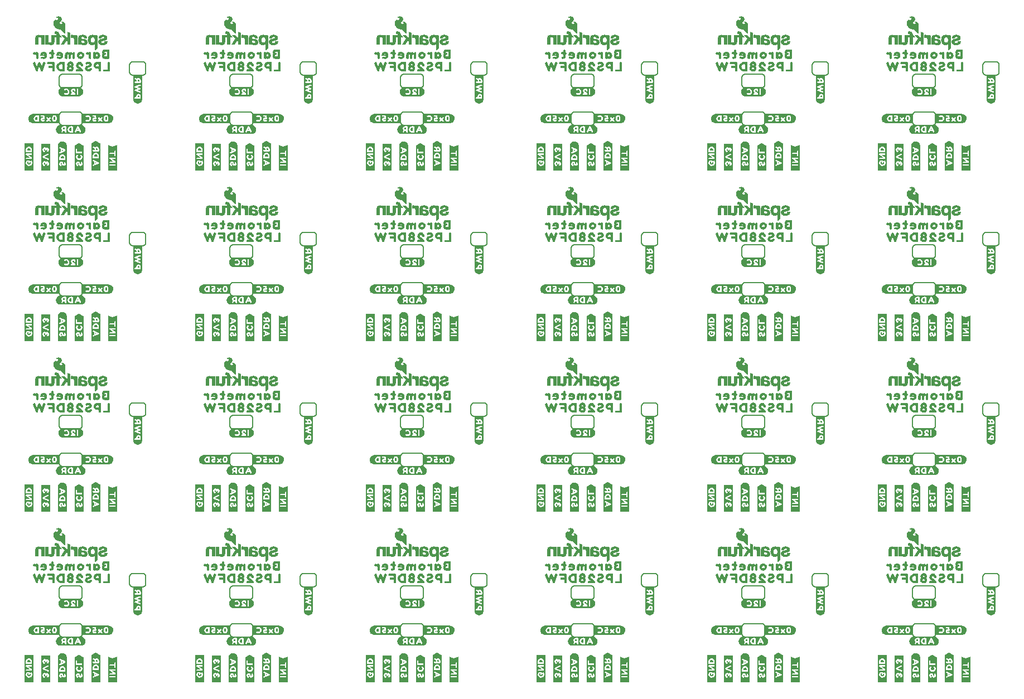
<source format=gbo>
G04 EAGLE Gerber RS-274X export*
G75*
%MOMM*%
%FSLAX34Y34*%
%LPD*%
%INSilkscreen Bottom*%
%IPPOS*%
%AMOC8*
5,1,8,0,0,1.08239X$1,22.5*%
G01*
%ADD10C,0.203200*%
%ADD11C,0.152400*%

G36*
X1145563Y865650D02*
X1145563Y865650D01*
X1145572Y865646D01*
X1145972Y865846D01*
X1145982Y865867D01*
X1145991Y865874D01*
X1145988Y865878D01*
X1145991Y865883D01*
X1145999Y865890D01*
X1145999Y878790D01*
X1145991Y878801D01*
X1145996Y878808D01*
X1145796Y879308D01*
X1145755Y879333D01*
X1145750Y879339D01*
X1105350Y879339D01*
X1105346Y879336D01*
X1105343Y879339D01*
X1103943Y879139D01*
X1103940Y879135D01*
X1103938Y879135D01*
X1103937Y879135D01*
X1103934Y879137D01*
X1103334Y878937D01*
X1103331Y878932D01*
X1103328Y878934D01*
X1102128Y878334D01*
X1102126Y878330D01*
X1102123Y878331D01*
X1101523Y877931D01*
X1101522Y877928D01*
X1101519Y877928D01*
X1101019Y877528D01*
X1101018Y877524D01*
X1101015Y877525D01*
X1100515Y877025D01*
X1100515Y877021D01*
X1100512Y877021D01*
X1100112Y876521D01*
X1100111Y876517D01*
X1100109Y876517D01*
X1099709Y875917D01*
X1099709Y875913D01*
X1099706Y875912D01*
X1099106Y874712D01*
X1099108Y874702D01*
X1099101Y874698D01*
X1099002Y874101D01*
X1098995Y874076D01*
X1098953Y873928D01*
X1098910Y873780D01*
X1098896Y873731D01*
X1098854Y873583D01*
X1098812Y873436D01*
X1098803Y873404D01*
X1098806Y873394D01*
X1098801Y873390D01*
X1098801Y872090D01*
X1098804Y872086D01*
X1098801Y872083D01*
X1099001Y870683D01*
X1099006Y870678D01*
X1099003Y870674D01*
X1099203Y870074D01*
X1099208Y870071D01*
X1099206Y870068D01*
X1099806Y868868D01*
X1099810Y868866D01*
X1099809Y868863D01*
X1100209Y868263D01*
X1100216Y868260D01*
X1100215Y868255D01*
X1101215Y867255D01*
X1101219Y867255D01*
X1101219Y867252D01*
X1101719Y866852D01*
X1101727Y866851D01*
X1101728Y866846D01*
X1103528Y865946D01*
X1103539Y865948D01*
X1103543Y865941D01*
X1104242Y865841D01*
X1104842Y865741D01*
X1104843Y865742D01*
X1104843Y865741D01*
X1105543Y865641D01*
X1105548Y865644D01*
X1105550Y865641D01*
X1145550Y865641D01*
X1145563Y865650D01*
G37*
G36*
X109243Y347490D02*
X109243Y347490D01*
X109252Y347486D01*
X109652Y347686D01*
X109662Y347707D01*
X109671Y347714D01*
X109668Y347718D01*
X109671Y347723D01*
X109679Y347730D01*
X109679Y360630D01*
X109671Y360641D01*
X109676Y360648D01*
X109476Y361148D01*
X109435Y361173D01*
X109430Y361179D01*
X69030Y361179D01*
X69026Y361176D01*
X69023Y361179D01*
X67623Y360979D01*
X67620Y360975D01*
X67618Y360975D01*
X67617Y360975D01*
X67614Y360977D01*
X67014Y360777D01*
X67011Y360772D01*
X67008Y360774D01*
X65808Y360174D01*
X65806Y360170D01*
X65803Y360171D01*
X65203Y359771D01*
X65202Y359768D01*
X65199Y359768D01*
X64699Y359368D01*
X64698Y359364D01*
X64695Y359365D01*
X64195Y358865D01*
X64195Y358861D01*
X64192Y358861D01*
X63792Y358361D01*
X63791Y358357D01*
X63789Y358357D01*
X63389Y357757D01*
X63389Y357753D01*
X63386Y357752D01*
X62786Y356552D01*
X62788Y356542D01*
X62781Y356538D01*
X62682Y355941D01*
X62675Y355916D01*
X62633Y355768D01*
X62590Y355620D01*
X62576Y355571D01*
X62534Y355423D01*
X62492Y355276D01*
X62483Y355244D01*
X62486Y355234D01*
X62481Y355230D01*
X62481Y353930D01*
X62484Y353926D01*
X62481Y353923D01*
X62681Y352523D01*
X62686Y352518D01*
X62683Y352514D01*
X62883Y351914D01*
X62888Y351911D01*
X62886Y351908D01*
X63486Y350708D01*
X63490Y350706D01*
X63489Y350703D01*
X63889Y350103D01*
X63896Y350100D01*
X63895Y350095D01*
X64895Y349095D01*
X64899Y349095D01*
X64899Y349092D01*
X65399Y348692D01*
X65407Y348691D01*
X65408Y348686D01*
X67208Y347786D01*
X67219Y347788D01*
X67223Y347781D01*
X67922Y347681D01*
X68522Y347581D01*
X68523Y347582D01*
X68523Y347581D01*
X69223Y347481D01*
X69228Y347484D01*
X69230Y347481D01*
X109230Y347481D01*
X109243Y347490D01*
G37*
G36*
X368323Y347490D02*
X368323Y347490D01*
X368332Y347486D01*
X368732Y347686D01*
X368742Y347707D01*
X368751Y347714D01*
X368748Y347718D01*
X368751Y347723D01*
X368759Y347730D01*
X368759Y360630D01*
X368751Y360641D01*
X368756Y360648D01*
X368556Y361148D01*
X368515Y361173D01*
X368510Y361179D01*
X328110Y361179D01*
X328106Y361176D01*
X328103Y361179D01*
X326703Y360979D01*
X326700Y360975D01*
X326698Y360975D01*
X326697Y360975D01*
X326694Y360977D01*
X326094Y360777D01*
X326091Y360772D01*
X326088Y360774D01*
X324888Y360174D01*
X324886Y360170D01*
X324883Y360171D01*
X324283Y359771D01*
X324282Y359768D01*
X324279Y359768D01*
X323779Y359368D01*
X323778Y359364D01*
X323775Y359365D01*
X323275Y358865D01*
X323275Y358861D01*
X323272Y358861D01*
X322872Y358361D01*
X322871Y358357D01*
X322869Y358357D01*
X322469Y357757D01*
X322469Y357753D01*
X322466Y357752D01*
X321866Y356552D01*
X321868Y356542D01*
X321861Y356538D01*
X321762Y355941D01*
X321755Y355916D01*
X321713Y355768D01*
X321670Y355620D01*
X321656Y355571D01*
X321614Y355423D01*
X321572Y355276D01*
X321563Y355244D01*
X321566Y355234D01*
X321561Y355230D01*
X321561Y353930D01*
X321564Y353926D01*
X321561Y353923D01*
X321761Y352523D01*
X321766Y352518D01*
X321763Y352514D01*
X321963Y351914D01*
X321968Y351911D01*
X321966Y351908D01*
X322566Y350708D01*
X322570Y350706D01*
X322569Y350703D01*
X322969Y350103D01*
X322976Y350100D01*
X322975Y350095D01*
X323975Y349095D01*
X323979Y349095D01*
X323979Y349092D01*
X324479Y348692D01*
X324487Y348691D01*
X324488Y348686D01*
X326288Y347786D01*
X326299Y347788D01*
X326303Y347781D01*
X327002Y347681D01*
X327602Y347581D01*
X327603Y347582D01*
X327603Y347581D01*
X328303Y347481D01*
X328308Y347484D01*
X328310Y347481D01*
X368310Y347481D01*
X368323Y347490D01*
G37*
G36*
X1404643Y347490D02*
X1404643Y347490D01*
X1404652Y347486D01*
X1405052Y347686D01*
X1405062Y347707D01*
X1405071Y347714D01*
X1405068Y347718D01*
X1405071Y347723D01*
X1405079Y347730D01*
X1405079Y360630D01*
X1405071Y360641D01*
X1405076Y360648D01*
X1404876Y361148D01*
X1404835Y361173D01*
X1404830Y361179D01*
X1364430Y361179D01*
X1364426Y361176D01*
X1364423Y361179D01*
X1363023Y360979D01*
X1363020Y360975D01*
X1363018Y360975D01*
X1363017Y360975D01*
X1363014Y360977D01*
X1362414Y360777D01*
X1362411Y360772D01*
X1362408Y360774D01*
X1361208Y360174D01*
X1361206Y360170D01*
X1361203Y360171D01*
X1360603Y359771D01*
X1360602Y359768D01*
X1360599Y359768D01*
X1360099Y359368D01*
X1360098Y359364D01*
X1360095Y359365D01*
X1359595Y358865D01*
X1359595Y358861D01*
X1359592Y358861D01*
X1359192Y358361D01*
X1359191Y358357D01*
X1359189Y358357D01*
X1358789Y357757D01*
X1358789Y357753D01*
X1358786Y357752D01*
X1358186Y356552D01*
X1358188Y356542D01*
X1358181Y356538D01*
X1358082Y355941D01*
X1358075Y355916D01*
X1358033Y355768D01*
X1357990Y355620D01*
X1357976Y355571D01*
X1357934Y355423D01*
X1357892Y355276D01*
X1357883Y355244D01*
X1357886Y355234D01*
X1357881Y355230D01*
X1357881Y353930D01*
X1357884Y353926D01*
X1357881Y353923D01*
X1358081Y352523D01*
X1358086Y352518D01*
X1358083Y352514D01*
X1358283Y351914D01*
X1358288Y351911D01*
X1358286Y351908D01*
X1358886Y350708D01*
X1358890Y350706D01*
X1358889Y350703D01*
X1359289Y350103D01*
X1359296Y350100D01*
X1359295Y350095D01*
X1360295Y349095D01*
X1360299Y349095D01*
X1360299Y349092D01*
X1360799Y348692D01*
X1360807Y348691D01*
X1360808Y348686D01*
X1362608Y347786D01*
X1362619Y347788D01*
X1362623Y347781D01*
X1363322Y347681D01*
X1363922Y347581D01*
X1363923Y347582D01*
X1363923Y347581D01*
X1364623Y347481D01*
X1364628Y347484D01*
X1364630Y347481D01*
X1404630Y347481D01*
X1404643Y347490D01*
G37*
G36*
X1404643Y606570D02*
X1404643Y606570D01*
X1404652Y606566D01*
X1405052Y606766D01*
X1405062Y606787D01*
X1405071Y606794D01*
X1405068Y606798D01*
X1405071Y606803D01*
X1405079Y606810D01*
X1405079Y619710D01*
X1405071Y619721D01*
X1405076Y619728D01*
X1404876Y620228D01*
X1404835Y620253D01*
X1404830Y620259D01*
X1364430Y620259D01*
X1364426Y620256D01*
X1364423Y620259D01*
X1363023Y620059D01*
X1363020Y620055D01*
X1363018Y620055D01*
X1363017Y620055D01*
X1363014Y620057D01*
X1362414Y619857D01*
X1362411Y619852D01*
X1362408Y619854D01*
X1361208Y619254D01*
X1361206Y619250D01*
X1361203Y619251D01*
X1360603Y618851D01*
X1360602Y618848D01*
X1360599Y618848D01*
X1360099Y618448D01*
X1360098Y618444D01*
X1360095Y618445D01*
X1359595Y617945D01*
X1359595Y617941D01*
X1359592Y617941D01*
X1359192Y617441D01*
X1359191Y617437D01*
X1359189Y617437D01*
X1358789Y616837D01*
X1358789Y616833D01*
X1358786Y616832D01*
X1358186Y615632D01*
X1358188Y615622D01*
X1358181Y615618D01*
X1358082Y615021D01*
X1358075Y614996D01*
X1358033Y614848D01*
X1357990Y614700D01*
X1357976Y614651D01*
X1357934Y614503D01*
X1357892Y614356D01*
X1357883Y614324D01*
X1357886Y614314D01*
X1357881Y614310D01*
X1357881Y613010D01*
X1357884Y613006D01*
X1357881Y613003D01*
X1358081Y611603D01*
X1358086Y611598D01*
X1358083Y611594D01*
X1358283Y610994D01*
X1358288Y610991D01*
X1358286Y610988D01*
X1358886Y609788D01*
X1358890Y609786D01*
X1358889Y609783D01*
X1359289Y609183D01*
X1359296Y609180D01*
X1359295Y609175D01*
X1360295Y608175D01*
X1360299Y608175D01*
X1360299Y608172D01*
X1360799Y607772D01*
X1360807Y607771D01*
X1360808Y607766D01*
X1362608Y606866D01*
X1362619Y606868D01*
X1362623Y606861D01*
X1363322Y606761D01*
X1363922Y606661D01*
X1363923Y606662D01*
X1363923Y606661D01*
X1364623Y606561D01*
X1364628Y606564D01*
X1364630Y606561D01*
X1404630Y606561D01*
X1404643Y606570D01*
G37*
G36*
X1145563Y606570D02*
X1145563Y606570D01*
X1145572Y606566D01*
X1145972Y606766D01*
X1145982Y606787D01*
X1145991Y606794D01*
X1145988Y606798D01*
X1145991Y606803D01*
X1145999Y606810D01*
X1145999Y619710D01*
X1145991Y619721D01*
X1145996Y619728D01*
X1145796Y620228D01*
X1145755Y620253D01*
X1145750Y620259D01*
X1105350Y620259D01*
X1105346Y620256D01*
X1105343Y620259D01*
X1103943Y620059D01*
X1103940Y620055D01*
X1103938Y620055D01*
X1103937Y620055D01*
X1103934Y620057D01*
X1103334Y619857D01*
X1103331Y619852D01*
X1103328Y619854D01*
X1102128Y619254D01*
X1102126Y619250D01*
X1102123Y619251D01*
X1101523Y618851D01*
X1101522Y618848D01*
X1101519Y618848D01*
X1101019Y618448D01*
X1101018Y618444D01*
X1101015Y618445D01*
X1100515Y617945D01*
X1100515Y617941D01*
X1100512Y617941D01*
X1100112Y617441D01*
X1100111Y617437D01*
X1100109Y617437D01*
X1099709Y616837D01*
X1099709Y616833D01*
X1099706Y616832D01*
X1099106Y615632D01*
X1099108Y615622D01*
X1099101Y615618D01*
X1099002Y615021D01*
X1098995Y614996D01*
X1098953Y614848D01*
X1098910Y614700D01*
X1098896Y614651D01*
X1098854Y614503D01*
X1098812Y614356D01*
X1098803Y614324D01*
X1098806Y614314D01*
X1098801Y614310D01*
X1098801Y613010D01*
X1098804Y613006D01*
X1098801Y613003D01*
X1099001Y611603D01*
X1099006Y611598D01*
X1099003Y611594D01*
X1099203Y610994D01*
X1099208Y610991D01*
X1099206Y610988D01*
X1099806Y609788D01*
X1099810Y609786D01*
X1099809Y609783D01*
X1100209Y609183D01*
X1100216Y609180D01*
X1100215Y609175D01*
X1101215Y608175D01*
X1101219Y608175D01*
X1101219Y608172D01*
X1101719Y607772D01*
X1101727Y607771D01*
X1101728Y607766D01*
X1103528Y606866D01*
X1103539Y606868D01*
X1103543Y606861D01*
X1104242Y606761D01*
X1104842Y606661D01*
X1104843Y606662D01*
X1104843Y606661D01*
X1105543Y606561D01*
X1105548Y606564D01*
X1105550Y606561D01*
X1145550Y606561D01*
X1145563Y606570D01*
G37*
G36*
X886483Y865650D02*
X886483Y865650D01*
X886492Y865646D01*
X886892Y865846D01*
X886902Y865867D01*
X886911Y865874D01*
X886908Y865878D01*
X886911Y865883D01*
X886919Y865890D01*
X886919Y878790D01*
X886911Y878801D01*
X886916Y878808D01*
X886716Y879308D01*
X886675Y879333D01*
X886670Y879339D01*
X846270Y879339D01*
X846266Y879336D01*
X846263Y879339D01*
X844863Y879139D01*
X844860Y879135D01*
X844858Y879135D01*
X844857Y879135D01*
X844854Y879137D01*
X844254Y878937D01*
X844251Y878932D01*
X844248Y878934D01*
X843048Y878334D01*
X843046Y878330D01*
X843043Y878331D01*
X842443Y877931D01*
X842442Y877928D01*
X842439Y877928D01*
X841939Y877528D01*
X841938Y877524D01*
X841935Y877525D01*
X841435Y877025D01*
X841435Y877021D01*
X841432Y877021D01*
X841032Y876521D01*
X841031Y876517D01*
X841029Y876517D01*
X840629Y875917D01*
X840629Y875913D01*
X840626Y875912D01*
X840026Y874712D01*
X840028Y874702D01*
X840021Y874698D01*
X839922Y874101D01*
X839915Y874076D01*
X839873Y873928D01*
X839830Y873780D01*
X839816Y873731D01*
X839774Y873583D01*
X839732Y873436D01*
X839723Y873404D01*
X839726Y873394D01*
X839721Y873390D01*
X839721Y872090D01*
X839724Y872086D01*
X839721Y872083D01*
X839921Y870683D01*
X839926Y870678D01*
X839923Y870674D01*
X840123Y870074D01*
X840128Y870071D01*
X840126Y870068D01*
X840726Y868868D01*
X840730Y868866D01*
X840729Y868863D01*
X841129Y868263D01*
X841136Y868260D01*
X841135Y868255D01*
X842135Y867255D01*
X842139Y867255D01*
X842139Y867252D01*
X842639Y866852D01*
X842647Y866851D01*
X842648Y866846D01*
X844448Y865946D01*
X844459Y865948D01*
X844463Y865941D01*
X845162Y865841D01*
X845762Y865741D01*
X845763Y865742D01*
X845763Y865741D01*
X846463Y865641D01*
X846468Y865644D01*
X846470Y865641D01*
X886470Y865641D01*
X886483Y865650D01*
G37*
G36*
X109243Y88410D02*
X109243Y88410D01*
X109252Y88406D01*
X109652Y88606D01*
X109662Y88627D01*
X109671Y88634D01*
X109668Y88638D01*
X109671Y88643D01*
X109679Y88650D01*
X109679Y101550D01*
X109671Y101561D01*
X109676Y101568D01*
X109476Y102068D01*
X109435Y102093D01*
X109430Y102099D01*
X69030Y102099D01*
X69026Y102096D01*
X69023Y102099D01*
X67623Y101899D01*
X67620Y101895D01*
X67618Y101895D01*
X67617Y101895D01*
X67614Y101897D01*
X67014Y101697D01*
X67011Y101692D01*
X67008Y101694D01*
X65808Y101094D01*
X65806Y101090D01*
X65803Y101091D01*
X65203Y100691D01*
X65202Y100688D01*
X65199Y100688D01*
X64699Y100288D01*
X64698Y100284D01*
X64695Y100285D01*
X64195Y99785D01*
X64195Y99781D01*
X64192Y99781D01*
X63792Y99281D01*
X63791Y99277D01*
X63789Y99277D01*
X63389Y98677D01*
X63389Y98673D01*
X63386Y98672D01*
X62786Y97472D01*
X62788Y97462D01*
X62781Y97458D01*
X62682Y96861D01*
X62675Y96836D01*
X62633Y96688D01*
X62590Y96540D01*
X62576Y96491D01*
X62534Y96343D01*
X62492Y96196D01*
X62483Y96164D01*
X62486Y96154D01*
X62481Y96150D01*
X62481Y94850D01*
X62484Y94846D01*
X62481Y94843D01*
X62681Y93443D01*
X62686Y93438D01*
X62683Y93434D01*
X62883Y92834D01*
X62888Y92831D01*
X62886Y92828D01*
X63486Y91628D01*
X63490Y91626D01*
X63489Y91623D01*
X63889Y91023D01*
X63896Y91020D01*
X63895Y91015D01*
X64895Y90015D01*
X64899Y90015D01*
X64899Y90012D01*
X65399Y89612D01*
X65407Y89611D01*
X65408Y89606D01*
X67208Y88706D01*
X67219Y88708D01*
X67223Y88701D01*
X67922Y88601D01*
X68522Y88501D01*
X68523Y88502D01*
X68523Y88501D01*
X69223Y88401D01*
X69228Y88404D01*
X69230Y88401D01*
X109230Y88401D01*
X109243Y88410D01*
G37*
G36*
X368323Y606570D02*
X368323Y606570D01*
X368332Y606566D01*
X368732Y606766D01*
X368742Y606787D01*
X368751Y606794D01*
X368748Y606798D01*
X368751Y606803D01*
X368759Y606810D01*
X368759Y619710D01*
X368751Y619721D01*
X368756Y619728D01*
X368556Y620228D01*
X368515Y620253D01*
X368510Y620259D01*
X328110Y620259D01*
X328106Y620256D01*
X328103Y620259D01*
X326703Y620059D01*
X326700Y620055D01*
X326698Y620055D01*
X326697Y620055D01*
X326694Y620057D01*
X326094Y619857D01*
X326091Y619852D01*
X326088Y619854D01*
X324888Y619254D01*
X324886Y619250D01*
X324883Y619251D01*
X324283Y618851D01*
X324282Y618848D01*
X324279Y618848D01*
X323779Y618448D01*
X323778Y618444D01*
X323775Y618445D01*
X323275Y617945D01*
X323275Y617941D01*
X323272Y617941D01*
X322872Y617441D01*
X322871Y617437D01*
X322869Y617437D01*
X322469Y616837D01*
X322469Y616833D01*
X322466Y616832D01*
X321866Y615632D01*
X321868Y615622D01*
X321861Y615618D01*
X321762Y615021D01*
X321755Y614996D01*
X321713Y614848D01*
X321670Y614700D01*
X321656Y614651D01*
X321614Y614503D01*
X321572Y614356D01*
X321563Y614324D01*
X321566Y614314D01*
X321561Y614310D01*
X321561Y613010D01*
X321564Y613006D01*
X321561Y613003D01*
X321761Y611603D01*
X321766Y611598D01*
X321763Y611594D01*
X321963Y610994D01*
X321968Y610991D01*
X321966Y610988D01*
X322566Y609788D01*
X322570Y609786D01*
X322569Y609783D01*
X322969Y609183D01*
X322976Y609180D01*
X322975Y609175D01*
X323975Y608175D01*
X323979Y608175D01*
X323979Y608172D01*
X324479Y607772D01*
X324487Y607771D01*
X324488Y607766D01*
X326288Y606866D01*
X326299Y606868D01*
X326303Y606861D01*
X327002Y606761D01*
X327602Y606661D01*
X327603Y606662D01*
X327603Y606661D01*
X328303Y606561D01*
X328308Y606564D01*
X328310Y606561D01*
X368310Y606561D01*
X368323Y606570D01*
G37*
G36*
X109243Y606570D02*
X109243Y606570D01*
X109252Y606566D01*
X109652Y606766D01*
X109662Y606787D01*
X109671Y606794D01*
X109668Y606798D01*
X109671Y606803D01*
X109679Y606810D01*
X109679Y619710D01*
X109671Y619721D01*
X109676Y619728D01*
X109476Y620228D01*
X109435Y620253D01*
X109430Y620259D01*
X69030Y620259D01*
X69026Y620256D01*
X69023Y620259D01*
X67623Y620059D01*
X67620Y620055D01*
X67618Y620055D01*
X67617Y620055D01*
X67614Y620057D01*
X67014Y619857D01*
X67011Y619852D01*
X67008Y619854D01*
X65808Y619254D01*
X65806Y619250D01*
X65803Y619251D01*
X65203Y618851D01*
X65202Y618848D01*
X65199Y618848D01*
X64699Y618448D01*
X64698Y618444D01*
X64695Y618445D01*
X64195Y617945D01*
X64195Y617941D01*
X64192Y617941D01*
X63792Y617441D01*
X63791Y617437D01*
X63789Y617437D01*
X63389Y616837D01*
X63389Y616833D01*
X63386Y616832D01*
X62786Y615632D01*
X62788Y615622D01*
X62781Y615618D01*
X62682Y615021D01*
X62675Y614996D01*
X62633Y614848D01*
X62590Y614700D01*
X62576Y614651D01*
X62534Y614503D01*
X62492Y614356D01*
X62483Y614324D01*
X62486Y614314D01*
X62481Y614310D01*
X62481Y613010D01*
X62484Y613006D01*
X62481Y613003D01*
X62681Y611603D01*
X62686Y611598D01*
X62683Y611594D01*
X62883Y610994D01*
X62888Y610991D01*
X62886Y610988D01*
X63486Y609788D01*
X63490Y609786D01*
X63489Y609783D01*
X63889Y609183D01*
X63896Y609180D01*
X63895Y609175D01*
X64895Y608175D01*
X64899Y608175D01*
X64899Y608172D01*
X65399Y607772D01*
X65407Y607771D01*
X65408Y607766D01*
X67208Y606866D01*
X67219Y606868D01*
X67223Y606861D01*
X67922Y606761D01*
X68522Y606661D01*
X68523Y606662D01*
X68523Y606661D01*
X69223Y606561D01*
X69228Y606564D01*
X69230Y606561D01*
X109230Y606561D01*
X109243Y606570D01*
G37*
G36*
X368323Y88410D02*
X368323Y88410D01*
X368332Y88406D01*
X368732Y88606D01*
X368742Y88627D01*
X368751Y88634D01*
X368748Y88638D01*
X368751Y88643D01*
X368759Y88650D01*
X368759Y101550D01*
X368751Y101561D01*
X368756Y101568D01*
X368556Y102068D01*
X368515Y102093D01*
X368510Y102099D01*
X328110Y102099D01*
X328106Y102096D01*
X328103Y102099D01*
X326703Y101899D01*
X326700Y101895D01*
X326698Y101895D01*
X326697Y101895D01*
X326694Y101897D01*
X326094Y101697D01*
X326091Y101692D01*
X326088Y101694D01*
X324888Y101094D01*
X324886Y101090D01*
X324883Y101091D01*
X324283Y100691D01*
X324282Y100688D01*
X324279Y100688D01*
X323779Y100288D01*
X323778Y100284D01*
X323775Y100285D01*
X323275Y99785D01*
X323275Y99781D01*
X323272Y99781D01*
X322872Y99281D01*
X322871Y99277D01*
X322869Y99277D01*
X322469Y98677D01*
X322469Y98673D01*
X322466Y98672D01*
X321866Y97472D01*
X321868Y97462D01*
X321861Y97458D01*
X321762Y96861D01*
X321755Y96836D01*
X321713Y96688D01*
X321670Y96540D01*
X321656Y96491D01*
X321614Y96343D01*
X321572Y96196D01*
X321563Y96164D01*
X321566Y96154D01*
X321561Y96150D01*
X321561Y94850D01*
X321564Y94846D01*
X321561Y94843D01*
X321761Y93443D01*
X321766Y93438D01*
X321763Y93434D01*
X321963Y92834D01*
X321968Y92831D01*
X321966Y92828D01*
X322566Y91628D01*
X322570Y91626D01*
X322569Y91623D01*
X322969Y91023D01*
X322976Y91020D01*
X322975Y91015D01*
X323975Y90015D01*
X323979Y90015D01*
X323979Y90012D01*
X324479Y89612D01*
X324487Y89611D01*
X324488Y89606D01*
X326288Y88706D01*
X326299Y88708D01*
X326303Y88701D01*
X327002Y88601D01*
X327602Y88501D01*
X327603Y88502D01*
X327603Y88501D01*
X328303Y88401D01*
X328308Y88404D01*
X328310Y88401D01*
X368310Y88401D01*
X368323Y88410D01*
G37*
G36*
X1404643Y88410D02*
X1404643Y88410D01*
X1404652Y88406D01*
X1405052Y88606D01*
X1405062Y88627D01*
X1405071Y88634D01*
X1405068Y88638D01*
X1405071Y88643D01*
X1405079Y88650D01*
X1405079Y101550D01*
X1405071Y101561D01*
X1405076Y101568D01*
X1404876Y102068D01*
X1404835Y102093D01*
X1404830Y102099D01*
X1364430Y102099D01*
X1364426Y102096D01*
X1364423Y102099D01*
X1363023Y101899D01*
X1363020Y101895D01*
X1363018Y101895D01*
X1363017Y101895D01*
X1363014Y101897D01*
X1362414Y101697D01*
X1362411Y101692D01*
X1362408Y101694D01*
X1361208Y101094D01*
X1361206Y101090D01*
X1361203Y101091D01*
X1360603Y100691D01*
X1360602Y100688D01*
X1360599Y100688D01*
X1360099Y100288D01*
X1360098Y100284D01*
X1360095Y100285D01*
X1359595Y99785D01*
X1359595Y99781D01*
X1359592Y99781D01*
X1359192Y99281D01*
X1359191Y99277D01*
X1359189Y99277D01*
X1358789Y98677D01*
X1358789Y98673D01*
X1358786Y98672D01*
X1358186Y97472D01*
X1358188Y97462D01*
X1358181Y97458D01*
X1358082Y96861D01*
X1358075Y96836D01*
X1358033Y96688D01*
X1357990Y96540D01*
X1357976Y96491D01*
X1357934Y96343D01*
X1357892Y96196D01*
X1357883Y96164D01*
X1357886Y96154D01*
X1357881Y96150D01*
X1357881Y94850D01*
X1357884Y94846D01*
X1357881Y94843D01*
X1358081Y93443D01*
X1358086Y93438D01*
X1358083Y93434D01*
X1358283Y92834D01*
X1358288Y92831D01*
X1358286Y92828D01*
X1358886Y91628D01*
X1358890Y91626D01*
X1358889Y91623D01*
X1359289Y91023D01*
X1359296Y91020D01*
X1359295Y91015D01*
X1360295Y90015D01*
X1360299Y90015D01*
X1360299Y90012D01*
X1360799Y89612D01*
X1360807Y89611D01*
X1360808Y89606D01*
X1362608Y88706D01*
X1362619Y88708D01*
X1362623Y88701D01*
X1363322Y88601D01*
X1363922Y88501D01*
X1363923Y88502D01*
X1363923Y88501D01*
X1364623Y88401D01*
X1364628Y88404D01*
X1364630Y88401D01*
X1404630Y88401D01*
X1404643Y88410D01*
G37*
G36*
X886483Y88410D02*
X886483Y88410D01*
X886492Y88406D01*
X886892Y88606D01*
X886902Y88627D01*
X886911Y88634D01*
X886908Y88638D01*
X886911Y88643D01*
X886919Y88650D01*
X886919Y101550D01*
X886911Y101561D01*
X886916Y101568D01*
X886716Y102068D01*
X886675Y102093D01*
X886670Y102099D01*
X846270Y102099D01*
X846266Y102096D01*
X846263Y102099D01*
X844863Y101899D01*
X844860Y101895D01*
X844858Y101895D01*
X844857Y101895D01*
X844854Y101897D01*
X844254Y101697D01*
X844251Y101692D01*
X844248Y101694D01*
X843048Y101094D01*
X843046Y101090D01*
X843043Y101091D01*
X842443Y100691D01*
X842442Y100688D01*
X842439Y100688D01*
X841939Y100288D01*
X841938Y100284D01*
X841935Y100285D01*
X841435Y99785D01*
X841435Y99781D01*
X841432Y99781D01*
X841032Y99281D01*
X841031Y99277D01*
X841029Y99277D01*
X840629Y98677D01*
X840629Y98673D01*
X840626Y98672D01*
X840026Y97472D01*
X840028Y97462D01*
X840021Y97458D01*
X839922Y96861D01*
X839915Y96836D01*
X839873Y96688D01*
X839830Y96540D01*
X839816Y96491D01*
X839774Y96343D01*
X839732Y96196D01*
X839723Y96164D01*
X839726Y96154D01*
X839721Y96150D01*
X839721Y94850D01*
X839724Y94846D01*
X839721Y94843D01*
X839921Y93443D01*
X839926Y93438D01*
X839923Y93434D01*
X840123Y92834D01*
X840128Y92831D01*
X840126Y92828D01*
X840726Y91628D01*
X840730Y91626D01*
X840729Y91623D01*
X841129Y91023D01*
X841136Y91020D01*
X841135Y91015D01*
X842135Y90015D01*
X842139Y90015D01*
X842139Y90012D01*
X842639Y89612D01*
X842647Y89611D01*
X842648Y89606D01*
X844448Y88706D01*
X844459Y88708D01*
X844463Y88701D01*
X845162Y88601D01*
X845762Y88501D01*
X845763Y88502D01*
X845763Y88501D01*
X846463Y88401D01*
X846468Y88404D01*
X846470Y88401D01*
X886470Y88401D01*
X886483Y88410D01*
G37*
G36*
X627403Y865650D02*
X627403Y865650D01*
X627412Y865646D01*
X627812Y865846D01*
X627822Y865867D01*
X627831Y865874D01*
X627828Y865878D01*
X627831Y865883D01*
X627839Y865890D01*
X627839Y878790D01*
X627831Y878801D01*
X627836Y878808D01*
X627636Y879308D01*
X627595Y879333D01*
X627590Y879339D01*
X587190Y879339D01*
X587186Y879336D01*
X587183Y879339D01*
X585783Y879139D01*
X585780Y879135D01*
X585778Y879135D01*
X585777Y879135D01*
X585774Y879137D01*
X585174Y878937D01*
X585171Y878932D01*
X585168Y878934D01*
X583968Y878334D01*
X583966Y878330D01*
X583963Y878331D01*
X583363Y877931D01*
X583362Y877928D01*
X583359Y877928D01*
X582859Y877528D01*
X582858Y877524D01*
X582855Y877525D01*
X582355Y877025D01*
X582355Y877021D01*
X582352Y877021D01*
X581952Y876521D01*
X581951Y876517D01*
X581949Y876517D01*
X581549Y875917D01*
X581549Y875913D01*
X581546Y875912D01*
X580946Y874712D01*
X580948Y874702D01*
X580941Y874698D01*
X580842Y874101D01*
X580835Y874076D01*
X580793Y873928D01*
X580750Y873780D01*
X580736Y873731D01*
X580694Y873583D01*
X580652Y873436D01*
X580643Y873404D01*
X580646Y873394D01*
X580641Y873390D01*
X580641Y872090D01*
X580644Y872086D01*
X580641Y872083D01*
X580841Y870683D01*
X580846Y870678D01*
X580843Y870674D01*
X581043Y870074D01*
X581048Y870071D01*
X581046Y870068D01*
X581646Y868868D01*
X581650Y868866D01*
X581649Y868863D01*
X582049Y868263D01*
X582056Y868260D01*
X582055Y868255D01*
X583055Y867255D01*
X583059Y867255D01*
X583059Y867252D01*
X583559Y866852D01*
X583567Y866851D01*
X583568Y866846D01*
X585368Y865946D01*
X585379Y865948D01*
X585383Y865941D01*
X586082Y865841D01*
X586682Y865741D01*
X586683Y865742D01*
X586683Y865741D01*
X587383Y865641D01*
X587388Y865644D01*
X587390Y865641D01*
X627390Y865641D01*
X627403Y865650D01*
G37*
G36*
X627403Y88410D02*
X627403Y88410D01*
X627412Y88406D01*
X627812Y88606D01*
X627822Y88627D01*
X627831Y88634D01*
X627828Y88638D01*
X627831Y88643D01*
X627839Y88650D01*
X627839Y101550D01*
X627831Y101561D01*
X627836Y101568D01*
X627636Y102068D01*
X627595Y102093D01*
X627590Y102099D01*
X587190Y102099D01*
X587186Y102096D01*
X587183Y102099D01*
X585783Y101899D01*
X585780Y101895D01*
X585778Y101895D01*
X585777Y101895D01*
X585774Y101897D01*
X585174Y101697D01*
X585171Y101692D01*
X585168Y101694D01*
X583968Y101094D01*
X583966Y101090D01*
X583963Y101091D01*
X583363Y100691D01*
X583362Y100688D01*
X583359Y100688D01*
X582859Y100288D01*
X582858Y100284D01*
X582855Y100285D01*
X582355Y99785D01*
X582355Y99781D01*
X582352Y99781D01*
X581952Y99281D01*
X581951Y99277D01*
X581949Y99277D01*
X581549Y98677D01*
X581549Y98673D01*
X581546Y98672D01*
X580946Y97472D01*
X580948Y97462D01*
X580941Y97458D01*
X580842Y96861D01*
X580835Y96836D01*
X580793Y96688D01*
X580750Y96540D01*
X580736Y96491D01*
X580694Y96343D01*
X580652Y96196D01*
X580643Y96164D01*
X580646Y96154D01*
X580641Y96150D01*
X580641Y94850D01*
X580644Y94846D01*
X580641Y94843D01*
X580841Y93443D01*
X580846Y93438D01*
X580843Y93434D01*
X581043Y92834D01*
X581048Y92831D01*
X581046Y92828D01*
X581646Y91628D01*
X581650Y91626D01*
X581649Y91623D01*
X582049Y91023D01*
X582056Y91020D01*
X582055Y91015D01*
X583055Y90015D01*
X583059Y90015D01*
X583059Y90012D01*
X583559Y89612D01*
X583567Y89611D01*
X583568Y89606D01*
X585368Y88706D01*
X585379Y88708D01*
X585383Y88701D01*
X586082Y88601D01*
X586682Y88501D01*
X586683Y88502D01*
X586683Y88501D01*
X587383Y88401D01*
X587388Y88404D01*
X587390Y88401D01*
X627390Y88401D01*
X627403Y88410D01*
G37*
G36*
X627403Y347490D02*
X627403Y347490D01*
X627412Y347486D01*
X627812Y347686D01*
X627822Y347707D01*
X627831Y347714D01*
X627828Y347718D01*
X627831Y347723D01*
X627839Y347730D01*
X627839Y360630D01*
X627831Y360641D01*
X627836Y360648D01*
X627636Y361148D01*
X627595Y361173D01*
X627590Y361179D01*
X587190Y361179D01*
X587186Y361176D01*
X587183Y361179D01*
X585783Y360979D01*
X585780Y360975D01*
X585778Y360975D01*
X585777Y360975D01*
X585774Y360977D01*
X585174Y360777D01*
X585171Y360772D01*
X585168Y360774D01*
X583968Y360174D01*
X583966Y360170D01*
X583963Y360171D01*
X583363Y359771D01*
X583362Y359768D01*
X583359Y359768D01*
X582859Y359368D01*
X582858Y359364D01*
X582855Y359365D01*
X582355Y358865D01*
X582355Y358861D01*
X582352Y358861D01*
X581952Y358361D01*
X581951Y358357D01*
X581949Y358357D01*
X581549Y357757D01*
X581549Y357753D01*
X581546Y357752D01*
X580946Y356552D01*
X580948Y356542D01*
X580941Y356538D01*
X580842Y355941D01*
X580835Y355916D01*
X580793Y355768D01*
X580750Y355620D01*
X580736Y355571D01*
X580694Y355423D01*
X580652Y355276D01*
X580643Y355244D01*
X580646Y355234D01*
X580641Y355230D01*
X580641Y353930D01*
X580644Y353926D01*
X580641Y353923D01*
X580841Y352523D01*
X580846Y352518D01*
X580843Y352514D01*
X581043Y351914D01*
X581048Y351911D01*
X581046Y351908D01*
X581646Y350708D01*
X581650Y350706D01*
X581649Y350703D01*
X582049Y350103D01*
X582056Y350100D01*
X582055Y350095D01*
X583055Y349095D01*
X583059Y349095D01*
X583059Y349092D01*
X583559Y348692D01*
X583567Y348691D01*
X583568Y348686D01*
X585368Y347786D01*
X585379Y347788D01*
X585383Y347781D01*
X586082Y347681D01*
X586682Y347581D01*
X586683Y347582D01*
X586683Y347581D01*
X587383Y347481D01*
X587388Y347484D01*
X587390Y347481D01*
X627390Y347481D01*
X627403Y347490D01*
G37*
G36*
X1145563Y347490D02*
X1145563Y347490D01*
X1145572Y347486D01*
X1145972Y347686D01*
X1145982Y347707D01*
X1145991Y347714D01*
X1145988Y347718D01*
X1145991Y347723D01*
X1145999Y347730D01*
X1145999Y360630D01*
X1145991Y360641D01*
X1145996Y360648D01*
X1145796Y361148D01*
X1145755Y361173D01*
X1145750Y361179D01*
X1105350Y361179D01*
X1105346Y361176D01*
X1105343Y361179D01*
X1103943Y360979D01*
X1103940Y360975D01*
X1103938Y360975D01*
X1103937Y360975D01*
X1103934Y360977D01*
X1103334Y360777D01*
X1103331Y360772D01*
X1103328Y360774D01*
X1102128Y360174D01*
X1102126Y360170D01*
X1102123Y360171D01*
X1101523Y359771D01*
X1101522Y359768D01*
X1101519Y359768D01*
X1101019Y359368D01*
X1101018Y359364D01*
X1101015Y359365D01*
X1100515Y358865D01*
X1100515Y358861D01*
X1100512Y358861D01*
X1100112Y358361D01*
X1100111Y358357D01*
X1100109Y358357D01*
X1099709Y357757D01*
X1099709Y357753D01*
X1099706Y357752D01*
X1099106Y356552D01*
X1099108Y356542D01*
X1099101Y356538D01*
X1099002Y355941D01*
X1098995Y355916D01*
X1098953Y355768D01*
X1098910Y355620D01*
X1098896Y355571D01*
X1098854Y355423D01*
X1098812Y355276D01*
X1098803Y355244D01*
X1098806Y355234D01*
X1098801Y355230D01*
X1098801Y353930D01*
X1098804Y353926D01*
X1098801Y353923D01*
X1099001Y352523D01*
X1099006Y352518D01*
X1099003Y352514D01*
X1099203Y351914D01*
X1099208Y351911D01*
X1099206Y351908D01*
X1099806Y350708D01*
X1099810Y350706D01*
X1099809Y350703D01*
X1100209Y350103D01*
X1100216Y350100D01*
X1100215Y350095D01*
X1101215Y349095D01*
X1101219Y349095D01*
X1101219Y349092D01*
X1101719Y348692D01*
X1101727Y348691D01*
X1101728Y348686D01*
X1103528Y347786D01*
X1103539Y347788D01*
X1103543Y347781D01*
X1104242Y347681D01*
X1104842Y347581D01*
X1104843Y347582D01*
X1104843Y347581D01*
X1105543Y347481D01*
X1105548Y347484D01*
X1105550Y347481D01*
X1145550Y347481D01*
X1145563Y347490D01*
G37*
G36*
X886483Y347490D02*
X886483Y347490D01*
X886492Y347486D01*
X886892Y347686D01*
X886902Y347707D01*
X886911Y347714D01*
X886908Y347718D01*
X886911Y347723D01*
X886919Y347730D01*
X886919Y360630D01*
X886911Y360641D01*
X886916Y360648D01*
X886716Y361148D01*
X886675Y361173D01*
X886670Y361179D01*
X846270Y361179D01*
X846266Y361176D01*
X846263Y361179D01*
X844863Y360979D01*
X844860Y360975D01*
X844858Y360975D01*
X844857Y360975D01*
X844854Y360977D01*
X844254Y360777D01*
X844251Y360772D01*
X844248Y360774D01*
X843048Y360174D01*
X843046Y360170D01*
X843043Y360171D01*
X842443Y359771D01*
X842442Y359768D01*
X842439Y359768D01*
X841939Y359368D01*
X841938Y359364D01*
X841935Y359365D01*
X841435Y358865D01*
X841435Y358861D01*
X841432Y358861D01*
X841032Y358361D01*
X841031Y358357D01*
X841029Y358357D01*
X840629Y357757D01*
X840629Y357753D01*
X840626Y357752D01*
X840026Y356552D01*
X840028Y356542D01*
X840021Y356538D01*
X839922Y355941D01*
X839915Y355916D01*
X839873Y355768D01*
X839830Y355620D01*
X839816Y355571D01*
X839774Y355423D01*
X839732Y355276D01*
X839723Y355244D01*
X839726Y355234D01*
X839721Y355230D01*
X839721Y353930D01*
X839724Y353926D01*
X839721Y353923D01*
X839921Y352523D01*
X839926Y352518D01*
X839923Y352514D01*
X840123Y351914D01*
X840128Y351911D01*
X840126Y351908D01*
X840726Y350708D01*
X840730Y350706D01*
X840729Y350703D01*
X841129Y350103D01*
X841136Y350100D01*
X841135Y350095D01*
X842135Y349095D01*
X842139Y349095D01*
X842139Y349092D01*
X842639Y348692D01*
X842647Y348691D01*
X842648Y348686D01*
X844448Y347786D01*
X844459Y347788D01*
X844463Y347781D01*
X845162Y347681D01*
X845762Y347581D01*
X845763Y347582D01*
X845763Y347581D01*
X846463Y347481D01*
X846468Y347484D01*
X846470Y347481D01*
X886470Y347481D01*
X886483Y347490D01*
G37*
G36*
X886483Y606570D02*
X886483Y606570D01*
X886492Y606566D01*
X886892Y606766D01*
X886902Y606787D01*
X886911Y606794D01*
X886908Y606798D01*
X886911Y606803D01*
X886919Y606810D01*
X886919Y619710D01*
X886911Y619721D01*
X886916Y619728D01*
X886716Y620228D01*
X886675Y620253D01*
X886670Y620259D01*
X846270Y620259D01*
X846266Y620256D01*
X846263Y620259D01*
X844863Y620059D01*
X844860Y620055D01*
X844858Y620055D01*
X844857Y620055D01*
X844854Y620057D01*
X844254Y619857D01*
X844251Y619852D01*
X844248Y619854D01*
X843048Y619254D01*
X843046Y619250D01*
X843043Y619251D01*
X842443Y618851D01*
X842442Y618848D01*
X842439Y618848D01*
X841939Y618448D01*
X841938Y618444D01*
X841935Y618445D01*
X841435Y617945D01*
X841435Y617941D01*
X841432Y617941D01*
X841032Y617441D01*
X841031Y617437D01*
X841029Y617437D01*
X840629Y616837D01*
X840629Y616833D01*
X840626Y616832D01*
X840026Y615632D01*
X840028Y615622D01*
X840021Y615618D01*
X839922Y615021D01*
X839915Y614996D01*
X839873Y614848D01*
X839830Y614700D01*
X839816Y614651D01*
X839774Y614503D01*
X839732Y614356D01*
X839723Y614324D01*
X839726Y614314D01*
X839721Y614310D01*
X839721Y613010D01*
X839724Y613006D01*
X839721Y613003D01*
X839921Y611603D01*
X839926Y611598D01*
X839923Y611594D01*
X840123Y610994D01*
X840128Y610991D01*
X840126Y610988D01*
X840726Y609788D01*
X840730Y609786D01*
X840729Y609783D01*
X841129Y609183D01*
X841136Y609180D01*
X841135Y609175D01*
X842135Y608175D01*
X842139Y608175D01*
X842139Y608172D01*
X842639Y607772D01*
X842647Y607771D01*
X842648Y607766D01*
X844448Y606866D01*
X844459Y606868D01*
X844463Y606861D01*
X845162Y606761D01*
X845762Y606661D01*
X845763Y606662D01*
X845763Y606661D01*
X846463Y606561D01*
X846468Y606564D01*
X846470Y606561D01*
X886470Y606561D01*
X886483Y606570D01*
G37*
G36*
X1145563Y88410D02*
X1145563Y88410D01*
X1145572Y88406D01*
X1145972Y88606D01*
X1145982Y88627D01*
X1145991Y88634D01*
X1145988Y88638D01*
X1145991Y88643D01*
X1145999Y88650D01*
X1145999Y101550D01*
X1145991Y101561D01*
X1145996Y101568D01*
X1145796Y102068D01*
X1145755Y102093D01*
X1145750Y102099D01*
X1105350Y102099D01*
X1105346Y102096D01*
X1105343Y102099D01*
X1103943Y101899D01*
X1103940Y101895D01*
X1103938Y101895D01*
X1103937Y101895D01*
X1103934Y101897D01*
X1103334Y101697D01*
X1103331Y101692D01*
X1103328Y101694D01*
X1102128Y101094D01*
X1102126Y101090D01*
X1102123Y101091D01*
X1101523Y100691D01*
X1101522Y100688D01*
X1101519Y100688D01*
X1101019Y100288D01*
X1101018Y100284D01*
X1101015Y100285D01*
X1100515Y99785D01*
X1100515Y99781D01*
X1100512Y99781D01*
X1100112Y99281D01*
X1100111Y99277D01*
X1100109Y99277D01*
X1099709Y98677D01*
X1099709Y98673D01*
X1099706Y98672D01*
X1099106Y97472D01*
X1099108Y97462D01*
X1099101Y97458D01*
X1099002Y96861D01*
X1098995Y96836D01*
X1098953Y96688D01*
X1098910Y96540D01*
X1098896Y96491D01*
X1098854Y96343D01*
X1098812Y96196D01*
X1098803Y96164D01*
X1098806Y96154D01*
X1098801Y96150D01*
X1098801Y94850D01*
X1098804Y94846D01*
X1098801Y94843D01*
X1099001Y93443D01*
X1099006Y93438D01*
X1099003Y93434D01*
X1099203Y92834D01*
X1099208Y92831D01*
X1099206Y92828D01*
X1099806Y91628D01*
X1099810Y91626D01*
X1099809Y91623D01*
X1100209Y91023D01*
X1100216Y91020D01*
X1100215Y91015D01*
X1101215Y90015D01*
X1101219Y90015D01*
X1101219Y90012D01*
X1101719Y89612D01*
X1101727Y89611D01*
X1101728Y89606D01*
X1103528Y88706D01*
X1103539Y88708D01*
X1103543Y88701D01*
X1104242Y88601D01*
X1104842Y88501D01*
X1104843Y88502D01*
X1104843Y88501D01*
X1105543Y88401D01*
X1105548Y88404D01*
X1105550Y88401D01*
X1145550Y88401D01*
X1145563Y88410D01*
G37*
G36*
X368323Y865650D02*
X368323Y865650D01*
X368332Y865646D01*
X368732Y865846D01*
X368742Y865867D01*
X368751Y865874D01*
X368748Y865878D01*
X368751Y865883D01*
X368759Y865890D01*
X368759Y878790D01*
X368751Y878801D01*
X368756Y878808D01*
X368556Y879308D01*
X368515Y879333D01*
X368510Y879339D01*
X328110Y879339D01*
X328106Y879336D01*
X328103Y879339D01*
X326703Y879139D01*
X326700Y879135D01*
X326698Y879135D01*
X326697Y879135D01*
X326694Y879137D01*
X326094Y878937D01*
X326091Y878932D01*
X326088Y878934D01*
X324888Y878334D01*
X324886Y878330D01*
X324883Y878331D01*
X324283Y877931D01*
X324282Y877928D01*
X324279Y877928D01*
X323779Y877528D01*
X323778Y877524D01*
X323775Y877525D01*
X323275Y877025D01*
X323275Y877021D01*
X323272Y877021D01*
X322872Y876521D01*
X322871Y876517D01*
X322869Y876517D01*
X322469Y875917D01*
X322469Y875913D01*
X322466Y875912D01*
X321866Y874712D01*
X321868Y874702D01*
X321861Y874698D01*
X321762Y874101D01*
X321755Y874076D01*
X321713Y873928D01*
X321670Y873780D01*
X321656Y873731D01*
X321614Y873583D01*
X321572Y873436D01*
X321563Y873404D01*
X321566Y873394D01*
X321561Y873390D01*
X321561Y872090D01*
X321564Y872086D01*
X321561Y872083D01*
X321761Y870683D01*
X321766Y870678D01*
X321763Y870674D01*
X321963Y870074D01*
X321968Y870071D01*
X321966Y870068D01*
X322566Y868868D01*
X322570Y868866D01*
X322569Y868863D01*
X322969Y868263D01*
X322976Y868260D01*
X322975Y868255D01*
X323975Y867255D01*
X323979Y867255D01*
X323979Y867252D01*
X324479Y866852D01*
X324487Y866851D01*
X324488Y866846D01*
X326288Y865946D01*
X326299Y865948D01*
X326303Y865941D01*
X327002Y865841D01*
X327602Y865741D01*
X327603Y865742D01*
X327603Y865741D01*
X328303Y865641D01*
X328308Y865644D01*
X328310Y865641D01*
X368310Y865641D01*
X368323Y865650D01*
G37*
G36*
X627403Y606570D02*
X627403Y606570D01*
X627412Y606566D01*
X627812Y606766D01*
X627822Y606787D01*
X627831Y606794D01*
X627828Y606798D01*
X627831Y606803D01*
X627839Y606810D01*
X627839Y619710D01*
X627831Y619721D01*
X627836Y619728D01*
X627636Y620228D01*
X627595Y620253D01*
X627590Y620259D01*
X587190Y620259D01*
X587186Y620256D01*
X587183Y620259D01*
X585783Y620059D01*
X585780Y620055D01*
X585778Y620055D01*
X585777Y620055D01*
X585774Y620057D01*
X585174Y619857D01*
X585171Y619852D01*
X585168Y619854D01*
X583968Y619254D01*
X583966Y619250D01*
X583963Y619251D01*
X583363Y618851D01*
X583362Y618848D01*
X583359Y618848D01*
X582859Y618448D01*
X582858Y618444D01*
X582855Y618445D01*
X582355Y617945D01*
X582355Y617941D01*
X582352Y617941D01*
X581952Y617441D01*
X581951Y617437D01*
X581949Y617437D01*
X581549Y616837D01*
X581549Y616833D01*
X581546Y616832D01*
X580946Y615632D01*
X580948Y615622D01*
X580941Y615618D01*
X580842Y615021D01*
X580835Y614996D01*
X580793Y614848D01*
X580750Y614700D01*
X580736Y614651D01*
X580694Y614503D01*
X580652Y614356D01*
X580643Y614324D01*
X580646Y614314D01*
X580641Y614310D01*
X580641Y613010D01*
X580644Y613006D01*
X580641Y613003D01*
X580841Y611603D01*
X580846Y611598D01*
X580843Y611594D01*
X581043Y610994D01*
X581048Y610991D01*
X581046Y610988D01*
X581646Y609788D01*
X581650Y609786D01*
X581649Y609783D01*
X582049Y609183D01*
X582056Y609180D01*
X582055Y609175D01*
X583055Y608175D01*
X583059Y608175D01*
X583059Y608172D01*
X583559Y607772D01*
X583567Y607771D01*
X583568Y607766D01*
X585368Y606866D01*
X585379Y606868D01*
X585383Y606861D01*
X586082Y606761D01*
X586682Y606661D01*
X586683Y606662D01*
X586683Y606661D01*
X587383Y606561D01*
X587388Y606564D01*
X587390Y606561D01*
X627390Y606561D01*
X627403Y606570D01*
G37*
G36*
X1404643Y865650D02*
X1404643Y865650D01*
X1404652Y865646D01*
X1405052Y865846D01*
X1405062Y865867D01*
X1405071Y865874D01*
X1405068Y865878D01*
X1405071Y865883D01*
X1405079Y865890D01*
X1405079Y878790D01*
X1405071Y878801D01*
X1405076Y878808D01*
X1404876Y879308D01*
X1404835Y879333D01*
X1404830Y879339D01*
X1364430Y879339D01*
X1364426Y879336D01*
X1364423Y879339D01*
X1363023Y879139D01*
X1363020Y879135D01*
X1363018Y879135D01*
X1363017Y879135D01*
X1363014Y879137D01*
X1362414Y878937D01*
X1362411Y878932D01*
X1362408Y878934D01*
X1361208Y878334D01*
X1361206Y878330D01*
X1361203Y878331D01*
X1360603Y877931D01*
X1360602Y877928D01*
X1360599Y877928D01*
X1360099Y877528D01*
X1360098Y877524D01*
X1360095Y877525D01*
X1359595Y877025D01*
X1359595Y877021D01*
X1359592Y877021D01*
X1359192Y876521D01*
X1359191Y876517D01*
X1359189Y876517D01*
X1358789Y875917D01*
X1358789Y875913D01*
X1358786Y875912D01*
X1358186Y874712D01*
X1358188Y874702D01*
X1358181Y874698D01*
X1358082Y874101D01*
X1358075Y874076D01*
X1358033Y873928D01*
X1357990Y873780D01*
X1357976Y873731D01*
X1357934Y873583D01*
X1357892Y873436D01*
X1357883Y873404D01*
X1357886Y873394D01*
X1357881Y873390D01*
X1357881Y872090D01*
X1357884Y872086D01*
X1357881Y872083D01*
X1358081Y870683D01*
X1358086Y870678D01*
X1358083Y870674D01*
X1358283Y870074D01*
X1358288Y870071D01*
X1358286Y870068D01*
X1358886Y868868D01*
X1358890Y868866D01*
X1358889Y868863D01*
X1359289Y868263D01*
X1359296Y868260D01*
X1359295Y868255D01*
X1360295Y867255D01*
X1360299Y867255D01*
X1360299Y867252D01*
X1360799Y866852D01*
X1360807Y866851D01*
X1360808Y866846D01*
X1362608Y865946D01*
X1362619Y865948D01*
X1362623Y865941D01*
X1363322Y865841D01*
X1363922Y865741D01*
X1363923Y865742D01*
X1363923Y865741D01*
X1364623Y865641D01*
X1364628Y865644D01*
X1364630Y865641D01*
X1404630Y865641D01*
X1404643Y865650D01*
G37*
G36*
X109243Y865650D02*
X109243Y865650D01*
X109252Y865646D01*
X109652Y865846D01*
X109662Y865867D01*
X109671Y865874D01*
X109668Y865878D01*
X109671Y865883D01*
X109679Y865890D01*
X109679Y878790D01*
X109671Y878801D01*
X109676Y878808D01*
X109476Y879308D01*
X109435Y879333D01*
X109430Y879339D01*
X69030Y879339D01*
X69026Y879336D01*
X69023Y879339D01*
X67623Y879139D01*
X67620Y879135D01*
X67618Y879135D01*
X67617Y879135D01*
X67614Y879137D01*
X67014Y878937D01*
X67011Y878932D01*
X67008Y878934D01*
X65808Y878334D01*
X65806Y878330D01*
X65803Y878331D01*
X65203Y877931D01*
X65202Y877928D01*
X65199Y877928D01*
X64699Y877528D01*
X64698Y877524D01*
X64695Y877525D01*
X64195Y877025D01*
X64195Y877021D01*
X64192Y877021D01*
X63792Y876521D01*
X63791Y876517D01*
X63789Y876517D01*
X63389Y875917D01*
X63389Y875913D01*
X63386Y875912D01*
X62786Y874712D01*
X62788Y874702D01*
X62781Y874698D01*
X62682Y874101D01*
X62675Y874076D01*
X62633Y873928D01*
X62590Y873780D01*
X62576Y873731D01*
X62534Y873583D01*
X62492Y873436D01*
X62483Y873404D01*
X62486Y873394D01*
X62481Y873390D01*
X62481Y872090D01*
X62484Y872086D01*
X62481Y872083D01*
X62681Y870683D01*
X62686Y870678D01*
X62683Y870674D01*
X62883Y870074D01*
X62888Y870071D01*
X62886Y870068D01*
X63486Y868868D01*
X63490Y868866D01*
X63489Y868863D01*
X63889Y868263D01*
X63896Y868260D01*
X63895Y868255D01*
X64895Y867255D01*
X64899Y867255D01*
X64899Y867252D01*
X65399Y866852D01*
X65407Y866851D01*
X65408Y866846D01*
X67208Y865946D01*
X67219Y865948D01*
X67223Y865941D01*
X67922Y865841D01*
X68522Y865741D01*
X68523Y865742D01*
X68523Y865741D01*
X69223Y865641D01*
X69228Y865644D01*
X69230Y865641D01*
X109230Y865641D01*
X109243Y865650D01*
G37*
G36*
X962015Y88404D02*
X962015Y88404D01*
X962018Y88401D01*
X962618Y88501D01*
X963317Y88601D01*
X963321Y88605D01*
X963324Y88603D01*
X964024Y88803D01*
X964025Y88804D01*
X964026Y88803D01*
X964626Y89003D01*
X964629Y89008D01*
X964632Y89006D01*
X965232Y89306D01*
X965234Y89310D01*
X965237Y89309D01*
X965837Y89709D01*
X965838Y89712D01*
X965841Y89712D01*
X966841Y90512D01*
X966843Y90522D01*
X966851Y90523D01*
X967250Y91121D01*
X967648Y91619D01*
X967649Y91623D01*
X967651Y91623D01*
X968051Y92223D01*
X968051Y92228D01*
X968052Y92229D01*
X968050Y92231D01*
X968050Y92232D01*
X968057Y92234D01*
X968257Y92834D01*
X968256Y92836D01*
X968257Y92836D01*
X968267Y92869D01*
X968281Y92918D01*
X968323Y93066D01*
X968365Y93214D01*
X968379Y93263D01*
X968421Y93411D01*
X968422Y93411D01*
X968421Y93411D01*
X968457Y93535D01*
X968657Y94134D01*
X968653Y94145D01*
X968659Y94150D01*
X968659Y94847D01*
X968759Y95543D01*
X968754Y95552D01*
X968759Y95557D01*
X968659Y96257D01*
X968658Y96258D01*
X968659Y96258D01*
X968559Y96858D01*
X968555Y96861D01*
X968557Y96864D01*
X968357Y97564D01*
X968352Y97568D01*
X968354Y97572D01*
X967754Y98772D01*
X967750Y98774D01*
X967751Y98777D01*
X967351Y99377D01*
X967348Y99378D01*
X967348Y99381D01*
X966948Y99881D01*
X966944Y99882D01*
X966945Y99885D01*
X966445Y100385D01*
X966441Y100385D01*
X966441Y100388D01*
X965941Y100788D01*
X965933Y100789D01*
X965932Y100794D01*
X965335Y101093D01*
X964737Y101491D01*
X964728Y101490D01*
X964726Y101497D01*
X964126Y101697D01*
X964124Y101696D01*
X964124Y101697D01*
X963424Y101897D01*
X963420Y101896D01*
X963418Y101899D01*
X962818Y101999D01*
X962817Y101998D01*
X962817Y101999D01*
X962117Y102099D01*
X962112Y102096D01*
X962110Y102099D01*
X921910Y102099D01*
X921884Y102080D01*
X921871Y102080D01*
X921571Y101680D01*
X921571Y101668D01*
X921563Y101662D01*
X921568Y101655D01*
X921561Y101650D01*
X921561Y88750D01*
X921580Y88724D01*
X921580Y88711D01*
X921980Y88411D01*
X922002Y88411D01*
X922010Y88401D01*
X962010Y88401D01*
X962015Y88404D01*
G37*
G36*
X1480175Y88404D02*
X1480175Y88404D01*
X1480178Y88401D01*
X1480778Y88501D01*
X1481477Y88601D01*
X1481481Y88605D01*
X1481484Y88603D01*
X1482184Y88803D01*
X1482185Y88804D01*
X1482186Y88803D01*
X1482786Y89003D01*
X1482789Y89008D01*
X1482792Y89006D01*
X1483392Y89306D01*
X1483394Y89310D01*
X1483397Y89309D01*
X1483997Y89709D01*
X1483998Y89712D01*
X1484001Y89712D01*
X1485001Y90512D01*
X1485003Y90522D01*
X1485011Y90523D01*
X1485410Y91121D01*
X1485808Y91619D01*
X1485809Y91623D01*
X1485811Y91623D01*
X1486211Y92223D01*
X1486211Y92228D01*
X1486212Y92229D01*
X1486210Y92231D01*
X1486210Y92232D01*
X1486217Y92234D01*
X1486417Y92834D01*
X1486416Y92836D01*
X1486417Y92836D01*
X1486427Y92869D01*
X1486441Y92918D01*
X1486483Y93066D01*
X1486525Y93214D01*
X1486539Y93263D01*
X1486581Y93411D01*
X1486582Y93411D01*
X1486581Y93411D01*
X1486617Y93535D01*
X1486817Y94134D01*
X1486813Y94145D01*
X1486819Y94150D01*
X1486819Y94847D01*
X1486919Y95543D01*
X1486914Y95552D01*
X1486919Y95557D01*
X1486819Y96257D01*
X1486818Y96258D01*
X1486819Y96258D01*
X1486719Y96858D01*
X1486715Y96861D01*
X1486717Y96864D01*
X1486517Y97564D01*
X1486512Y97568D01*
X1486514Y97572D01*
X1485914Y98772D01*
X1485910Y98774D01*
X1485911Y98777D01*
X1485511Y99377D01*
X1485508Y99378D01*
X1485508Y99381D01*
X1485108Y99881D01*
X1485104Y99882D01*
X1485105Y99885D01*
X1484605Y100385D01*
X1484601Y100385D01*
X1484601Y100388D01*
X1484101Y100788D01*
X1484093Y100789D01*
X1484092Y100794D01*
X1483495Y101093D01*
X1482897Y101491D01*
X1482888Y101490D01*
X1482886Y101497D01*
X1482286Y101697D01*
X1482284Y101696D01*
X1482284Y101697D01*
X1481584Y101897D01*
X1481580Y101896D01*
X1481578Y101899D01*
X1480978Y101999D01*
X1480977Y101998D01*
X1480977Y101999D01*
X1480277Y102099D01*
X1480272Y102096D01*
X1480270Y102099D01*
X1440070Y102099D01*
X1440044Y102080D01*
X1440031Y102080D01*
X1439731Y101680D01*
X1439731Y101668D01*
X1439723Y101662D01*
X1439728Y101655D01*
X1439721Y101650D01*
X1439721Y88750D01*
X1439740Y88724D01*
X1439740Y88711D01*
X1440140Y88411D01*
X1440162Y88411D01*
X1440170Y88401D01*
X1480170Y88401D01*
X1480175Y88404D01*
G37*
G36*
X443855Y865644D02*
X443855Y865644D01*
X443858Y865641D01*
X444458Y865741D01*
X445157Y865841D01*
X445161Y865845D01*
X445164Y865843D01*
X445864Y866043D01*
X445865Y866044D01*
X445866Y866043D01*
X446466Y866243D01*
X446469Y866248D01*
X446472Y866246D01*
X447072Y866546D01*
X447074Y866550D01*
X447077Y866549D01*
X447677Y866949D01*
X447678Y866952D01*
X447681Y866952D01*
X448681Y867752D01*
X448683Y867762D01*
X448691Y867763D01*
X449090Y868361D01*
X449488Y868859D01*
X449489Y868863D01*
X449491Y868863D01*
X449891Y869463D01*
X449891Y869468D01*
X449892Y869469D01*
X449890Y869471D01*
X449890Y869472D01*
X449897Y869474D01*
X450097Y870074D01*
X450096Y870076D01*
X450097Y870076D01*
X450107Y870109D01*
X450121Y870158D01*
X450163Y870306D01*
X450205Y870454D01*
X450219Y870503D01*
X450261Y870651D01*
X450262Y870651D01*
X450261Y870651D01*
X450297Y870775D01*
X450497Y871374D01*
X450493Y871385D01*
X450499Y871390D01*
X450499Y872087D01*
X450599Y872783D01*
X450594Y872792D01*
X450599Y872797D01*
X450499Y873497D01*
X450498Y873498D01*
X450499Y873498D01*
X450399Y874098D01*
X450395Y874101D01*
X450397Y874104D01*
X450197Y874804D01*
X450192Y874808D01*
X450194Y874812D01*
X449594Y876012D01*
X449590Y876014D01*
X449591Y876017D01*
X449191Y876617D01*
X449188Y876618D01*
X449188Y876621D01*
X448788Y877121D01*
X448784Y877122D01*
X448785Y877125D01*
X448285Y877625D01*
X448281Y877625D01*
X448281Y877628D01*
X447781Y878028D01*
X447773Y878029D01*
X447772Y878034D01*
X447175Y878333D01*
X446577Y878731D01*
X446568Y878730D01*
X446566Y878737D01*
X445966Y878937D01*
X445964Y878936D01*
X445964Y878937D01*
X445264Y879137D01*
X445260Y879136D01*
X445258Y879139D01*
X444658Y879239D01*
X444657Y879238D01*
X444657Y879239D01*
X443957Y879339D01*
X443952Y879336D01*
X443950Y879339D01*
X403750Y879339D01*
X403724Y879320D01*
X403711Y879320D01*
X403411Y878920D01*
X403411Y878908D01*
X403403Y878902D01*
X403408Y878895D01*
X403401Y878890D01*
X403401Y865990D01*
X403420Y865964D01*
X403420Y865951D01*
X403820Y865651D01*
X403842Y865651D01*
X403850Y865641D01*
X443850Y865641D01*
X443855Y865644D01*
G37*
G36*
X962015Y865644D02*
X962015Y865644D01*
X962018Y865641D01*
X962618Y865741D01*
X963317Y865841D01*
X963321Y865845D01*
X963324Y865843D01*
X964024Y866043D01*
X964025Y866044D01*
X964026Y866043D01*
X964626Y866243D01*
X964629Y866248D01*
X964632Y866246D01*
X965232Y866546D01*
X965234Y866550D01*
X965237Y866549D01*
X965837Y866949D01*
X965838Y866952D01*
X965841Y866952D01*
X966841Y867752D01*
X966843Y867762D01*
X966851Y867763D01*
X967250Y868361D01*
X967648Y868859D01*
X967649Y868863D01*
X967651Y868863D01*
X968051Y869463D01*
X968051Y869468D01*
X968052Y869469D01*
X968050Y869471D01*
X968050Y869472D01*
X968057Y869474D01*
X968257Y870074D01*
X968256Y870076D01*
X968257Y870076D01*
X968267Y870109D01*
X968281Y870158D01*
X968323Y870306D01*
X968365Y870454D01*
X968379Y870503D01*
X968421Y870651D01*
X968422Y870651D01*
X968421Y870651D01*
X968457Y870775D01*
X968657Y871374D01*
X968653Y871385D01*
X968659Y871390D01*
X968659Y872087D01*
X968759Y872783D01*
X968754Y872792D01*
X968759Y872797D01*
X968659Y873497D01*
X968658Y873498D01*
X968659Y873498D01*
X968559Y874098D01*
X968555Y874101D01*
X968557Y874104D01*
X968357Y874804D01*
X968352Y874808D01*
X968354Y874812D01*
X967754Y876012D01*
X967750Y876014D01*
X967751Y876017D01*
X967351Y876617D01*
X967348Y876618D01*
X967348Y876621D01*
X966948Y877121D01*
X966944Y877122D01*
X966945Y877125D01*
X966445Y877625D01*
X966441Y877625D01*
X966441Y877628D01*
X965941Y878028D01*
X965933Y878029D01*
X965932Y878034D01*
X965335Y878333D01*
X964737Y878731D01*
X964728Y878730D01*
X964726Y878737D01*
X964126Y878937D01*
X964124Y878936D01*
X964124Y878937D01*
X963424Y879137D01*
X963420Y879136D01*
X963418Y879139D01*
X962818Y879239D01*
X962817Y879238D01*
X962817Y879239D01*
X962117Y879339D01*
X962112Y879336D01*
X962110Y879339D01*
X921910Y879339D01*
X921884Y879320D01*
X921871Y879320D01*
X921571Y878920D01*
X921571Y878908D01*
X921563Y878902D01*
X921568Y878895D01*
X921561Y878890D01*
X921561Y865990D01*
X921580Y865964D01*
X921580Y865951D01*
X921980Y865651D01*
X922002Y865651D01*
X922010Y865641D01*
X962010Y865641D01*
X962015Y865644D01*
G37*
G36*
X1480175Y865644D02*
X1480175Y865644D01*
X1480178Y865641D01*
X1480778Y865741D01*
X1481477Y865841D01*
X1481481Y865845D01*
X1481484Y865843D01*
X1482184Y866043D01*
X1482185Y866044D01*
X1482186Y866043D01*
X1482786Y866243D01*
X1482789Y866248D01*
X1482792Y866246D01*
X1483392Y866546D01*
X1483394Y866550D01*
X1483397Y866549D01*
X1483997Y866949D01*
X1483998Y866952D01*
X1484001Y866952D01*
X1485001Y867752D01*
X1485003Y867762D01*
X1485011Y867763D01*
X1485410Y868361D01*
X1485808Y868859D01*
X1485809Y868863D01*
X1485811Y868863D01*
X1486211Y869463D01*
X1486211Y869468D01*
X1486212Y869469D01*
X1486210Y869471D01*
X1486210Y869472D01*
X1486217Y869474D01*
X1486417Y870074D01*
X1486416Y870076D01*
X1486417Y870076D01*
X1486427Y870109D01*
X1486441Y870158D01*
X1486483Y870306D01*
X1486525Y870454D01*
X1486539Y870503D01*
X1486581Y870651D01*
X1486582Y870651D01*
X1486581Y870651D01*
X1486617Y870775D01*
X1486817Y871374D01*
X1486813Y871385D01*
X1486819Y871390D01*
X1486819Y872087D01*
X1486919Y872783D01*
X1486914Y872792D01*
X1486919Y872797D01*
X1486819Y873497D01*
X1486818Y873498D01*
X1486819Y873498D01*
X1486719Y874098D01*
X1486715Y874101D01*
X1486717Y874104D01*
X1486517Y874804D01*
X1486512Y874808D01*
X1486514Y874812D01*
X1485914Y876012D01*
X1485910Y876014D01*
X1485911Y876017D01*
X1485511Y876617D01*
X1485508Y876618D01*
X1485508Y876621D01*
X1485108Y877121D01*
X1485104Y877122D01*
X1485105Y877125D01*
X1484605Y877625D01*
X1484601Y877625D01*
X1484601Y877628D01*
X1484101Y878028D01*
X1484093Y878029D01*
X1484092Y878034D01*
X1483495Y878333D01*
X1482897Y878731D01*
X1482888Y878730D01*
X1482886Y878737D01*
X1482286Y878937D01*
X1482284Y878936D01*
X1482284Y878937D01*
X1481584Y879137D01*
X1481580Y879136D01*
X1481578Y879139D01*
X1480978Y879239D01*
X1480977Y879238D01*
X1480977Y879239D01*
X1480277Y879339D01*
X1480272Y879336D01*
X1480270Y879339D01*
X1440070Y879339D01*
X1440044Y879320D01*
X1440031Y879320D01*
X1439731Y878920D01*
X1439731Y878908D01*
X1439723Y878902D01*
X1439728Y878895D01*
X1439721Y878890D01*
X1439721Y865990D01*
X1439740Y865964D01*
X1439740Y865951D01*
X1440140Y865651D01*
X1440162Y865651D01*
X1440170Y865641D01*
X1480170Y865641D01*
X1480175Y865644D01*
G37*
G36*
X443855Y88404D02*
X443855Y88404D01*
X443858Y88401D01*
X444458Y88501D01*
X445157Y88601D01*
X445161Y88605D01*
X445164Y88603D01*
X445864Y88803D01*
X445865Y88804D01*
X445866Y88803D01*
X446466Y89003D01*
X446469Y89008D01*
X446472Y89006D01*
X447072Y89306D01*
X447074Y89310D01*
X447077Y89309D01*
X447677Y89709D01*
X447678Y89712D01*
X447681Y89712D01*
X448681Y90512D01*
X448683Y90522D01*
X448691Y90523D01*
X449090Y91121D01*
X449488Y91619D01*
X449489Y91623D01*
X449491Y91623D01*
X449891Y92223D01*
X449891Y92228D01*
X449892Y92229D01*
X449890Y92231D01*
X449890Y92232D01*
X449897Y92234D01*
X450097Y92834D01*
X450096Y92836D01*
X450097Y92836D01*
X450107Y92869D01*
X450121Y92918D01*
X450163Y93066D01*
X450205Y93214D01*
X450219Y93263D01*
X450261Y93411D01*
X450262Y93411D01*
X450261Y93411D01*
X450297Y93535D01*
X450497Y94134D01*
X450493Y94145D01*
X450499Y94150D01*
X450499Y94847D01*
X450599Y95543D01*
X450594Y95552D01*
X450599Y95557D01*
X450499Y96257D01*
X450498Y96258D01*
X450499Y96258D01*
X450399Y96858D01*
X450395Y96861D01*
X450397Y96864D01*
X450197Y97564D01*
X450192Y97568D01*
X450194Y97572D01*
X449594Y98772D01*
X449590Y98774D01*
X449591Y98777D01*
X449191Y99377D01*
X449188Y99378D01*
X449188Y99381D01*
X448788Y99881D01*
X448784Y99882D01*
X448785Y99885D01*
X448285Y100385D01*
X448281Y100385D01*
X448281Y100388D01*
X447781Y100788D01*
X447773Y100789D01*
X447772Y100794D01*
X447175Y101093D01*
X446577Y101491D01*
X446568Y101490D01*
X446566Y101497D01*
X445966Y101697D01*
X445964Y101696D01*
X445964Y101697D01*
X445264Y101897D01*
X445260Y101896D01*
X445258Y101899D01*
X444658Y101999D01*
X444657Y101998D01*
X444657Y101999D01*
X443957Y102099D01*
X443952Y102096D01*
X443950Y102099D01*
X403750Y102099D01*
X403724Y102080D01*
X403711Y102080D01*
X403411Y101680D01*
X403411Y101668D01*
X403403Y101662D01*
X403408Y101655D01*
X403401Y101650D01*
X403401Y88750D01*
X403420Y88724D01*
X403420Y88711D01*
X403820Y88411D01*
X403842Y88411D01*
X403850Y88401D01*
X443850Y88401D01*
X443855Y88404D01*
G37*
G36*
X702935Y88404D02*
X702935Y88404D01*
X702938Y88401D01*
X703538Y88501D01*
X704237Y88601D01*
X704241Y88605D01*
X704244Y88603D01*
X704944Y88803D01*
X704945Y88804D01*
X704946Y88803D01*
X705546Y89003D01*
X705549Y89008D01*
X705552Y89006D01*
X706152Y89306D01*
X706154Y89310D01*
X706157Y89309D01*
X706757Y89709D01*
X706758Y89712D01*
X706761Y89712D01*
X707761Y90512D01*
X707763Y90522D01*
X707771Y90523D01*
X708170Y91121D01*
X708568Y91619D01*
X708569Y91623D01*
X708571Y91623D01*
X708971Y92223D01*
X708971Y92228D01*
X708972Y92229D01*
X708970Y92231D01*
X708970Y92232D01*
X708977Y92234D01*
X709177Y92834D01*
X709176Y92836D01*
X709177Y92836D01*
X709187Y92869D01*
X709201Y92918D01*
X709243Y93066D01*
X709285Y93214D01*
X709299Y93263D01*
X709341Y93411D01*
X709342Y93411D01*
X709341Y93411D01*
X709377Y93535D01*
X709577Y94134D01*
X709573Y94145D01*
X709579Y94150D01*
X709579Y94847D01*
X709679Y95543D01*
X709674Y95552D01*
X709679Y95557D01*
X709579Y96257D01*
X709578Y96258D01*
X709579Y96258D01*
X709479Y96858D01*
X709475Y96861D01*
X709477Y96864D01*
X709277Y97564D01*
X709272Y97568D01*
X709274Y97572D01*
X708674Y98772D01*
X708670Y98774D01*
X708671Y98777D01*
X708271Y99377D01*
X708268Y99378D01*
X708268Y99381D01*
X707868Y99881D01*
X707864Y99882D01*
X707865Y99885D01*
X707365Y100385D01*
X707361Y100385D01*
X707361Y100388D01*
X706861Y100788D01*
X706853Y100789D01*
X706852Y100794D01*
X706255Y101093D01*
X705657Y101491D01*
X705648Y101490D01*
X705646Y101497D01*
X705046Y101697D01*
X705044Y101696D01*
X705044Y101697D01*
X704344Y101897D01*
X704340Y101896D01*
X704338Y101899D01*
X703738Y101999D01*
X703737Y101998D01*
X703737Y101999D01*
X703037Y102099D01*
X703032Y102096D01*
X703030Y102099D01*
X662830Y102099D01*
X662804Y102080D01*
X662791Y102080D01*
X662491Y101680D01*
X662491Y101668D01*
X662483Y101662D01*
X662488Y101655D01*
X662481Y101650D01*
X662481Y88750D01*
X662500Y88724D01*
X662500Y88711D01*
X662900Y88411D01*
X662922Y88411D01*
X662930Y88401D01*
X702930Y88401D01*
X702935Y88404D01*
G37*
G36*
X1221095Y606564D02*
X1221095Y606564D01*
X1221098Y606561D01*
X1221698Y606661D01*
X1222397Y606761D01*
X1222401Y606765D01*
X1222404Y606763D01*
X1223104Y606963D01*
X1223105Y606964D01*
X1223106Y606963D01*
X1223706Y607163D01*
X1223709Y607168D01*
X1223712Y607166D01*
X1224312Y607466D01*
X1224314Y607470D01*
X1224317Y607469D01*
X1224917Y607869D01*
X1224918Y607872D01*
X1224921Y607872D01*
X1225921Y608672D01*
X1225923Y608682D01*
X1225931Y608683D01*
X1226330Y609281D01*
X1226728Y609779D01*
X1226729Y609783D01*
X1226731Y609783D01*
X1227131Y610383D01*
X1227131Y610388D01*
X1227132Y610389D01*
X1227130Y610391D01*
X1227130Y610392D01*
X1227137Y610394D01*
X1227337Y610994D01*
X1227336Y610996D01*
X1227337Y610996D01*
X1227347Y611029D01*
X1227361Y611078D01*
X1227403Y611226D01*
X1227445Y611374D01*
X1227459Y611423D01*
X1227501Y611571D01*
X1227502Y611571D01*
X1227501Y611571D01*
X1227537Y611695D01*
X1227737Y612294D01*
X1227733Y612305D01*
X1227739Y612310D01*
X1227739Y613007D01*
X1227839Y613703D01*
X1227834Y613712D01*
X1227839Y613717D01*
X1227739Y614417D01*
X1227738Y614418D01*
X1227739Y614418D01*
X1227639Y615018D01*
X1227635Y615021D01*
X1227637Y615024D01*
X1227437Y615724D01*
X1227432Y615728D01*
X1227434Y615732D01*
X1226834Y616932D01*
X1226830Y616934D01*
X1226831Y616937D01*
X1226431Y617537D01*
X1226428Y617538D01*
X1226428Y617541D01*
X1226028Y618041D01*
X1226024Y618042D01*
X1226025Y618045D01*
X1225525Y618545D01*
X1225521Y618545D01*
X1225521Y618548D01*
X1225021Y618948D01*
X1225013Y618949D01*
X1225012Y618954D01*
X1224415Y619253D01*
X1223817Y619651D01*
X1223808Y619650D01*
X1223806Y619657D01*
X1223206Y619857D01*
X1223204Y619856D01*
X1223204Y619857D01*
X1222504Y620057D01*
X1222500Y620056D01*
X1222498Y620059D01*
X1221898Y620159D01*
X1221897Y620158D01*
X1221897Y620159D01*
X1221197Y620259D01*
X1221192Y620256D01*
X1221190Y620259D01*
X1180990Y620259D01*
X1180964Y620240D01*
X1180951Y620240D01*
X1180651Y619840D01*
X1180651Y619828D01*
X1180643Y619822D01*
X1180648Y619815D01*
X1180641Y619810D01*
X1180641Y606910D01*
X1180660Y606884D01*
X1180660Y606871D01*
X1181060Y606571D01*
X1181082Y606571D01*
X1181090Y606561D01*
X1221090Y606561D01*
X1221095Y606564D01*
G37*
G36*
X962015Y606564D02*
X962015Y606564D01*
X962018Y606561D01*
X962618Y606661D01*
X963317Y606761D01*
X963321Y606765D01*
X963324Y606763D01*
X964024Y606963D01*
X964025Y606964D01*
X964026Y606963D01*
X964626Y607163D01*
X964629Y607168D01*
X964632Y607166D01*
X965232Y607466D01*
X965234Y607470D01*
X965237Y607469D01*
X965837Y607869D01*
X965838Y607872D01*
X965841Y607872D01*
X966841Y608672D01*
X966843Y608682D01*
X966851Y608683D01*
X967250Y609281D01*
X967648Y609779D01*
X967649Y609783D01*
X967651Y609783D01*
X968051Y610383D01*
X968051Y610388D01*
X968052Y610389D01*
X968050Y610391D01*
X968050Y610392D01*
X968057Y610394D01*
X968257Y610994D01*
X968256Y610996D01*
X968257Y610996D01*
X968267Y611029D01*
X968281Y611078D01*
X968323Y611226D01*
X968365Y611374D01*
X968379Y611423D01*
X968421Y611571D01*
X968422Y611571D01*
X968421Y611571D01*
X968457Y611695D01*
X968657Y612294D01*
X968653Y612305D01*
X968659Y612310D01*
X968659Y613007D01*
X968759Y613703D01*
X968754Y613712D01*
X968759Y613717D01*
X968659Y614417D01*
X968658Y614418D01*
X968659Y614418D01*
X968559Y615018D01*
X968555Y615021D01*
X968557Y615024D01*
X968357Y615724D01*
X968352Y615728D01*
X968354Y615732D01*
X967754Y616932D01*
X967750Y616934D01*
X967751Y616937D01*
X967351Y617537D01*
X967348Y617538D01*
X967348Y617541D01*
X966948Y618041D01*
X966944Y618042D01*
X966945Y618045D01*
X966445Y618545D01*
X966441Y618545D01*
X966441Y618548D01*
X965941Y618948D01*
X965933Y618949D01*
X965932Y618954D01*
X965335Y619253D01*
X964737Y619651D01*
X964728Y619650D01*
X964726Y619657D01*
X964126Y619857D01*
X964124Y619856D01*
X964124Y619857D01*
X963424Y620057D01*
X963420Y620056D01*
X963418Y620059D01*
X962818Y620159D01*
X962817Y620158D01*
X962817Y620159D01*
X962117Y620259D01*
X962112Y620256D01*
X962110Y620259D01*
X921910Y620259D01*
X921884Y620240D01*
X921871Y620240D01*
X921571Y619840D01*
X921571Y619828D01*
X921563Y619822D01*
X921568Y619815D01*
X921561Y619810D01*
X921561Y606910D01*
X921580Y606884D01*
X921580Y606871D01*
X921980Y606571D01*
X922002Y606571D01*
X922010Y606561D01*
X962010Y606561D01*
X962015Y606564D01*
G37*
G36*
X443855Y347484D02*
X443855Y347484D01*
X443858Y347481D01*
X444458Y347581D01*
X445157Y347681D01*
X445161Y347685D01*
X445164Y347683D01*
X445864Y347883D01*
X445865Y347884D01*
X445866Y347883D01*
X446466Y348083D01*
X446469Y348088D01*
X446472Y348086D01*
X447072Y348386D01*
X447074Y348390D01*
X447077Y348389D01*
X447677Y348789D01*
X447678Y348792D01*
X447681Y348792D01*
X448681Y349592D01*
X448683Y349602D01*
X448691Y349603D01*
X449090Y350201D01*
X449488Y350699D01*
X449489Y350703D01*
X449491Y350703D01*
X449891Y351303D01*
X449891Y351308D01*
X449892Y351309D01*
X449890Y351311D01*
X449890Y351312D01*
X449897Y351314D01*
X450097Y351914D01*
X450096Y351916D01*
X450097Y351916D01*
X450107Y351949D01*
X450121Y351998D01*
X450163Y352146D01*
X450205Y352294D01*
X450219Y352343D01*
X450261Y352491D01*
X450262Y352491D01*
X450261Y352491D01*
X450297Y352615D01*
X450497Y353214D01*
X450493Y353225D01*
X450499Y353230D01*
X450499Y353927D01*
X450599Y354623D01*
X450594Y354632D01*
X450599Y354637D01*
X450499Y355337D01*
X450498Y355338D01*
X450499Y355338D01*
X450399Y355938D01*
X450395Y355941D01*
X450397Y355944D01*
X450197Y356644D01*
X450192Y356648D01*
X450194Y356652D01*
X449594Y357852D01*
X449590Y357854D01*
X449591Y357857D01*
X449191Y358457D01*
X449188Y358458D01*
X449188Y358461D01*
X448788Y358961D01*
X448784Y358962D01*
X448785Y358965D01*
X448285Y359465D01*
X448281Y359465D01*
X448281Y359468D01*
X447781Y359868D01*
X447773Y359869D01*
X447772Y359874D01*
X447175Y360173D01*
X446577Y360571D01*
X446568Y360570D01*
X446566Y360577D01*
X445966Y360777D01*
X445964Y360776D01*
X445964Y360777D01*
X445264Y360977D01*
X445260Y360976D01*
X445258Y360979D01*
X444658Y361079D01*
X444657Y361078D01*
X444657Y361079D01*
X443957Y361179D01*
X443952Y361176D01*
X443950Y361179D01*
X403750Y361179D01*
X403724Y361160D01*
X403711Y361160D01*
X403411Y360760D01*
X403411Y360748D01*
X403403Y360742D01*
X403408Y360735D01*
X403401Y360730D01*
X403401Y347830D01*
X403420Y347804D01*
X403420Y347791D01*
X403820Y347491D01*
X403842Y347491D01*
X403850Y347481D01*
X443850Y347481D01*
X443855Y347484D01*
G37*
G36*
X962015Y347484D02*
X962015Y347484D01*
X962018Y347481D01*
X962618Y347581D01*
X963317Y347681D01*
X963321Y347685D01*
X963324Y347683D01*
X964024Y347883D01*
X964025Y347884D01*
X964026Y347883D01*
X964626Y348083D01*
X964629Y348088D01*
X964632Y348086D01*
X965232Y348386D01*
X965234Y348390D01*
X965237Y348389D01*
X965837Y348789D01*
X965838Y348792D01*
X965841Y348792D01*
X966841Y349592D01*
X966843Y349602D01*
X966851Y349603D01*
X967250Y350201D01*
X967648Y350699D01*
X967649Y350703D01*
X967651Y350703D01*
X968051Y351303D01*
X968051Y351308D01*
X968052Y351309D01*
X968050Y351311D01*
X968050Y351312D01*
X968057Y351314D01*
X968257Y351914D01*
X968256Y351916D01*
X968257Y351916D01*
X968267Y351949D01*
X968281Y351998D01*
X968323Y352146D01*
X968365Y352294D01*
X968379Y352343D01*
X968421Y352491D01*
X968422Y352491D01*
X968421Y352491D01*
X968457Y352615D01*
X968657Y353214D01*
X968653Y353225D01*
X968659Y353230D01*
X968659Y353927D01*
X968759Y354623D01*
X968754Y354632D01*
X968759Y354637D01*
X968659Y355337D01*
X968658Y355338D01*
X968659Y355338D01*
X968559Y355938D01*
X968555Y355941D01*
X968557Y355944D01*
X968357Y356644D01*
X968352Y356648D01*
X968354Y356652D01*
X967754Y357852D01*
X967750Y357854D01*
X967751Y357857D01*
X967351Y358457D01*
X967348Y358458D01*
X967348Y358461D01*
X966948Y358961D01*
X966944Y358962D01*
X966945Y358965D01*
X966445Y359465D01*
X966441Y359465D01*
X966441Y359468D01*
X965941Y359868D01*
X965933Y359869D01*
X965932Y359874D01*
X965335Y360173D01*
X964737Y360571D01*
X964728Y360570D01*
X964726Y360577D01*
X964126Y360777D01*
X964124Y360776D01*
X964124Y360777D01*
X963424Y360977D01*
X963420Y360976D01*
X963418Y360979D01*
X962818Y361079D01*
X962817Y361078D01*
X962817Y361079D01*
X962117Y361179D01*
X962112Y361176D01*
X962110Y361179D01*
X921910Y361179D01*
X921884Y361160D01*
X921871Y361160D01*
X921571Y360760D01*
X921571Y360748D01*
X921563Y360742D01*
X921568Y360735D01*
X921561Y360730D01*
X921561Y347830D01*
X921580Y347804D01*
X921580Y347791D01*
X921980Y347491D01*
X922002Y347491D01*
X922010Y347481D01*
X962010Y347481D01*
X962015Y347484D01*
G37*
G36*
X1480175Y347484D02*
X1480175Y347484D01*
X1480178Y347481D01*
X1480778Y347581D01*
X1481477Y347681D01*
X1481481Y347685D01*
X1481484Y347683D01*
X1482184Y347883D01*
X1482185Y347884D01*
X1482186Y347883D01*
X1482786Y348083D01*
X1482789Y348088D01*
X1482792Y348086D01*
X1483392Y348386D01*
X1483394Y348390D01*
X1483397Y348389D01*
X1483997Y348789D01*
X1483998Y348792D01*
X1484001Y348792D01*
X1485001Y349592D01*
X1485003Y349602D01*
X1485011Y349603D01*
X1485410Y350201D01*
X1485808Y350699D01*
X1485809Y350703D01*
X1485811Y350703D01*
X1486211Y351303D01*
X1486211Y351308D01*
X1486212Y351309D01*
X1486210Y351311D01*
X1486210Y351312D01*
X1486217Y351314D01*
X1486417Y351914D01*
X1486416Y351916D01*
X1486417Y351916D01*
X1486427Y351949D01*
X1486441Y351998D01*
X1486483Y352146D01*
X1486525Y352294D01*
X1486539Y352343D01*
X1486581Y352491D01*
X1486582Y352491D01*
X1486581Y352491D01*
X1486617Y352615D01*
X1486817Y353214D01*
X1486813Y353225D01*
X1486819Y353230D01*
X1486819Y353927D01*
X1486919Y354623D01*
X1486914Y354632D01*
X1486919Y354637D01*
X1486819Y355337D01*
X1486818Y355338D01*
X1486819Y355338D01*
X1486719Y355938D01*
X1486715Y355941D01*
X1486717Y355944D01*
X1486517Y356644D01*
X1486512Y356648D01*
X1486514Y356652D01*
X1485914Y357852D01*
X1485910Y357854D01*
X1485911Y357857D01*
X1485511Y358457D01*
X1485508Y358458D01*
X1485508Y358461D01*
X1485108Y358961D01*
X1485104Y358962D01*
X1485105Y358965D01*
X1484605Y359465D01*
X1484601Y359465D01*
X1484601Y359468D01*
X1484101Y359868D01*
X1484093Y359869D01*
X1484092Y359874D01*
X1483495Y360173D01*
X1482897Y360571D01*
X1482888Y360570D01*
X1482886Y360577D01*
X1482286Y360777D01*
X1482284Y360776D01*
X1482284Y360777D01*
X1481584Y360977D01*
X1481580Y360976D01*
X1481578Y360979D01*
X1480978Y361079D01*
X1480977Y361078D01*
X1480977Y361079D01*
X1480277Y361179D01*
X1480272Y361176D01*
X1480270Y361179D01*
X1440070Y361179D01*
X1440044Y361160D01*
X1440031Y361160D01*
X1439731Y360760D01*
X1439731Y360748D01*
X1439723Y360742D01*
X1439728Y360735D01*
X1439721Y360730D01*
X1439721Y347830D01*
X1439740Y347804D01*
X1439740Y347791D01*
X1440140Y347491D01*
X1440162Y347491D01*
X1440170Y347481D01*
X1480170Y347481D01*
X1480175Y347484D01*
G37*
G36*
X1480175Y606564D02*
X1480175Y606564D01*
X1480178Y606561D01*
X1480778Y606661D01*
X1481477Y606761D01*
X1481481Y606765D01*
X1481484Y606763D01*
X1482184Y606963D01*
X1482185Y606964D01*
X1482186Y606963D01*
X1482786Y607163D01*
X1482789Y607168D01*
X1482792Y607166D01*
X1483392Y607466D01*
X1483394Y607470D01*
X1483397Y607469D01*
X1483997Y607869D01*
X1483998Y607872D01*
X1484001Y607872D01*
X1485001Y608672D01*
X1485003Y608682D01*
X1485011Y608683D01*
X1485410Y609281D01*
X1485808Y609779D01*
X1485809Y609783D01*
X1485811Y609783D01*
X1486211Y610383D01*
X1486211Y610388D01*
X1486212Y610389D01*
X1486210Y610391D01*
X1486210Y610392D01*
X1486217Y610394D01*
X1486417Y610994D01*
X1486416Y610996D01*
X1486417Y610996D01*
X1486427Y611029D01*
X1486441Y611078D01*
X1486483Y611226D01*
X1486525Y611374D01*
X1486539Y611423D01*
X1486581Y611571D01*
X1486582Y611571D01*
X1486581Y611571D01*
X1486617Y611695D01*
X1486817Y612294D01*
X1486813Y612305D01*
X1486819Y612310D01*
X1486819Y613007D01*
X1486919Y613703D01*
X1486914Y613712D01*
X1486919Y613717D01*
X1486819Y614417D01*
X1486818Y614418D01*
X1486819Y614418D01*
X1486719Y615018D01*
X1486715Y615021D01*
X1486717Y615024D01*
X1486517Y615724D01*
X1486512Y615728D01*
X1486514Y615732D01*
X1485914Y616932D01*
X1485910Y616934D01*
X1485911Y616937D01*
X1485511Y617537D01*
X1485508Y617538D01*
X1485508Y617541D01*
X1485108Y618041D01*
X1485104Y618042D01*
X1485105Y618045D01*
X1484605Y618545D01*
X1484601Y618545D01*
X1484601Y618548D01*
X1484101Y618948D01*
X1484093Y618949D01*
X1484092Y618954D01*
X1483495Y619253D01*
X1482897Y619651D01*
X1482888Y619650D01*
X1482886Y619657D01*
X1482286Y619857D01*
X1482284Y619856D01*
X1482284Y619857D01*
X1481584Y620057D01*
X1481580Y620056D01*
X1481578Y620059D01*
X1480978Y620159D01*
X1480977Y620158D01*
X1480977Y620159D01*
X1480277Y620259D01*
X1480272Y620256D01*
X1480270Y620259D01*
X1440070Y620259D01*
X1440044Y620240D01*
X1440031Y620240D01*
X1439731Y619840D01*
X1439731Y619828D01*
X1439723Y619822D01*
X1439728Y619815D01*
X1439721Y619810D01*
X1439721Y606910D01*
X1439740Y606884D01*
X1439740Y606871D01*
X1440140Y606571D01*
X1440162Y606571D01*
X1440170Y606561D01*
X1480170Y606561D01*
X1480175Y606564D01*
G37*
G36*
X184775Y88404D02*
X184775Y88404D01*
X184778Y88401D01*
X185378Y88501D01*
X186077Y88601D01*
X186081Y88605D01*
X186084Y88603D01*
X186784Y88803D01*
X186785Y88804D01*
X186786Y88803D01*
X187386Y89003D01*
X187389Y89008D01*
X187392Y89006D01*
X187992Y89306D01*
X187994Y89310D01*
X187997Y89309D01*
X188597Y89709D01*
X188598Y89712D01*
X188601Y89712D01*
X189601Y90512D01*
X189603Y90522D01*
X189611Y90523D01*
X190010Y91121D01*
X190408Y91619D01*
X190409Y91623D01*
X190411Y91623D01*
X190811Y92223D01*
X190811Y92228D01*
X190812Y92229D01*
X190810Y92231D01*
X190810Y92232D01*
X190817Y92234D01*
X191017Y92834D01*
X191016Y92836D01*
X191017Y92836D01*
X191027Y92869D01*
X191041Y92918D01*
X191083Y93066D01*
X191125Y93214D01*
X191139Y93263D01*
X191181Y93411D01*
X191182Y93411D01*
X191181Y93411D01*
X191217Y93535D01*
X191417Y94134D01*
X191413Y94145D01*
X191419Y94150D01*
X191419Y94847D01*
X191519Y95543D01*
X191514Y95552D01*
X191519Y95557D01*
X191419Y96257D01*
X191418Y96258D01*
X191419Y96258D01*
X191319Y96858D01*
X191315Y96861D01*
X191317Y96864D01*
X191117Y97564D01*
X191112Y97568D01*
X191114Y97572D01*
X190514Y98772D01*
X190510Y98774D01*
X190511Y98777D01*
X190111Y99377D01*
X190108Y99378D01*
X190108Y99381D01*
X189708Y99881D01*
X189704Y99882D01*
X189705Y99885D01*
X189205Y100385D01*
X189201Y100385D01*
X189201Y100388D01*
X188701Y100788D01*
X188693Y100789D01*
X188692Y100794D01*
X188095Y101093D01*
X187497Y101491D01*
X187488Y101490D01*
X187486Y101497D01*
X186886Y101697D01*
X186884Y101696D01*
X186884Y101697D01*
X186184Y101897D01*
X186180Y101896D01*
X186178Y101899D01*
X185578Y101999D01*
X185577Y101998D01*
X185577Y101999D01*
X184877Y102099D01*
X184872Y102096D01*
X184870Y102099D01*
X144670Y102099D01*
X144644Y102080D01*
X144631Y102080D01*
X144331Y101680D01*
X144331Y101668D01*
X144323Y101662D01*
X144328Y101655D01*
X144321Y101650D01*
X144321Y88750D01*
X144340Y88724D01*
X144340Y88711D01*
X144740Y88411D01*
X144762Y88411D01*
X144770Y88401D01*
X184770Y88401D01*
X184775Y88404D01*
G37*
G36*
X702935Y347484D02*
X702935Y347484D01*
X702938Y347481D01*
X703538Y347581D01*
X704237Y347681D01*
X704241Y347685D01*
X704244Y347683D01*
X704944Y347883D01*
X704945Y347884D01*
X704946Y347883D01*
X705546Y348083D01*
X705549Y348088D01*
X705552Y348086D01*
X706152Y348386D01*
X706154Y348390D01*
X706157Y348389D01*
X706757Y348789D01*
X706758Y348792D01*
X706761Y348792D01*
X707761Y349592D01*
X707763Y349602D01*
X707771Y349603D01*
X708170Y350201D01*
X708568Y350699D01*
X708569Y350703D01*
X708571Y350703D01*
X708971Y351303D01*
X708971Y351308D01*
X708972Y351309D01*
X708970Y351311D01*
X708970Y351312D01*
X708977Y351314D01*
X709177Y351914D01*
X709176Y351916D01*
X709177Y351916D01*
X709187Y351949D01*
X709201Y351998D01*
X709243Y352146D01*
X709285Y352294D01*
X709299Y352343D01*
X709341Y352491D01*
X709342Y352491D01*
X709341Y352491D01*
X709377Y352615D01*
X709577Y353214D01*
X709573Y353225D01*
X709579Y353230D01*
X709579Y353927D01*
X709679Y354623D01*
X709674Y354632D01*
X709679Y354637D01*
X709579Y355337D01*
X709578Y355338D01*
X709579Y355338D01*
X709479Y355938D01*
X709475Y355941D01*
X709477Y355944D01*
X709277Y356644D01*
X709272Y356648D01*
X709274Y356652D01*
X708674Y357852D01*
X708670Y357854D01*
X708671Y357857D01*
X708271Y358457D01*
X708268Y358458D01*
X708268Y358461D01*
X707868Y358961D01*
X707864Y358962D01*
X707865Y358965D01*
X707365Y359465D01*
X707361Y359465D01*
X707361Y359468D01*
X706861Y359868D01*
X706853Y359869D01*
X706852Y359874D01*
X706255Y360173D01*
X705657Y360571D01*
X705648Y360570D01*
X705646Y360577D01*
X705046Y360777D01*
X705044Y360776D01*
X705044Y360777D01*
X704344Y360977D01*
X704340Y360976D01*
X704338Y360979D01*
X703738Y361079D01*
X703737Y361078D01*
X703737Y361079D01*
X703037Y361179D01*
X703032Y361176D01*
X703030Y361179D01*
X662830Y361179D01*
X662804Y361160D01*
X662791Y361160D01*
X662491Y360760D01*
X662491Y360748D01*
X662483Y360742D01*
X662488Y360735D01*
X662481Y360730D01*
X662481Y347830D01*
X662500Y347804D01*
X662500Y347791D01*
X662900Y347491D01*
X662922Y347491D01*
X662930Y347481D01*
X702930Y347481D01*
X702935Y347484D01*
G37*
G36*
X184775Y606564D02*
X184775Y606564D01*
X184778Y606561D01*
X185378Y606661D01*
X186077Y606761D01*
X186081Y606765D01*
X186084Y606763D01*
X186784Y606963D01*
X186785Y606964D01*
X186786Y606963D01*
X187386Y607163D01*
X187389Y607168D01*
X187392Y607166D01*
X187992Y607466D01*
X187994Y607470D01*
X187997Y607469D01*
X188597Y607869D01*
X188598Y607872D01*
X188601Y607872D01*
X189601Y608672D01*
X189603Y608682D01*
X189611Y608683D01*
X190010Y609281D01*
X190408Y609779D01*
X190409Y609783D01*
X190411Y609783D01*
X190811Y610383D01*
X190811Y610388D01*
X190812Y610389D01*
X190810Y610391D01*
X190810Y610392D01*
X190817Y610394D01*
X191017Y610994D01*
X191016Y610996D01*
X191017Y610996D01*
X191027Y611029D01*
X191041Y611078D01*
X191083Y611226D01*
X191125Y611374D01*
X191139Y611423D01*
X191181Y611571D01*
X191182Y611571D01*
X191181Y611571D01*
X191217Y611695D01*
X191417Y612294D01*
X191413Y612305D01*
X191419Y612310D01*
X191419Y613007D01*
X191519Y613703D01*
X191514Y613712D01*
X191519Y613717D01*
X191419Y614417D01*
X191418Y614418D01*
X191419Y614418D01*
X191319Y615018D01*
X191315Y615021D01*
X191317Y615024D01*
X191117Y615724D01*
X191112Y615728D01*
X191114Y615732D01*
X190514Y616932D01*
X190510Y616934D01*
X190511Y616937D01*
X190111Y617537D01*
X190108Y617538D01*
X190108Y617541D01*
X189708Y618041D01*
X189704Y618042D01*
X189705Y618045D01*
X189205Y618545D01*
X189201Y618545D01*
X189201Y618548D01*
X188701Y618948D01*
X188693Y618949D01*
X188692Y618954D01*
X188095Y619253D01*
X187497Y619651D01*
X187488Y619650D01*
X187486Y619657D01*
X186886Y619857D01*
X186884Y619856D01*
X186884Y619857D01*
X186184Y620057D01*
X186180Y620056D01*
X186178Y620059D01*
X185578Y620159D01*
X185577Y620158D01*
X185577Y620159D01*
X184877Y620259D01*
X184872Y620256D01*
X184870Y620259D01*
X144670Y620259D01*
X144644Y620240D01*
X144631Y620240D01*
X144331Y619840D01*
X144331Y619828D01*
X144323Y619822D01*
X144328Y619815D01*
X144321Y619810D01*
X144321Y606910D01*
X144340Y606884D01*
X144340Y606871D01*
X144740Y606571D01*
X144762Y606571D01*
X144770Y606561D01*
X184770Y606561D01*
X184775Y606564D01*
G37*
G36*
X702935Y606564D02*
X702935Y606564D01*
X702938Y606561D01*
X703538Y606661D01*
X704237Y606761D01*
X704241Y606765D01*
X704244Y606763D01*
X704944Y606963D01*
X704945Y606964D01*
X704946Y606963D01*
X705546Y607163D01*
X705549Y607168D01*
X705552Y607166D01*
X706152Y607466D01*
X706154Y607470D01*
X706157Y607469D01*
X706757Y607869D01*
X706758Y607872D01*
X706761Y607872D01*
X707761Y608672D01*
X707763Y608682D01*
X707771Y608683D01*
X708170Y609281D01*
X708568Y609779D01*
X708569Y609783D01*
X708571Y609783D01*
X708971Y610383D01*
X708971Y610388D01*
X708972Y610389D01*
X708970Y610391D01*
X708970Y610392D01*
X708977Y610394D01*
X709177Y610994D01*
X709176Y610996D01*
X709177Y610996D01*
X709187Y611029D01*
X709201Y611078D01*
X709243Y611226D01*
X709285Y611374D01*
X709299Y611423D01*
X709341Y611571D01*
X709342Y611571D01*
X709341Y611571D01*
X709377Y611695D01*
X709577Y612294D01*
X709573Y612305D01*
X709579Y612310D01*
X709579Y613007D01*
X709679Y613703D01*
X709674Y613712D01*
X709679Y613717D01*
X709579Y614417D01*
X709578Y614418D01*
X709579Y614418D01*
X709479Y615018D01*
X709475Y615021D01*
X709477Y615024D01*
X709277Y615724D01*
X709272Y615728D01*
X709274Y615732D01*
X708674Y616932D01*
X708670Y616934D01*
X708671Y616937D01*
X708271Y617537D01*
X708268Y617538D01*
X708268Y617541D01*
X707868Y618041D01*
X707864Y618042D01*
X707865Y618045D01*
X707365Y618545D01*
X707361Y618545D01*
X707361Y618548D01*
X706861Y618948D01*
X706853Y618949D01*
X706852Y618954D01*
X706255Y619253D01*
X705657Y619651D01*
X705648Y619650D01*
X705646Y619657D01*
X705046Y619857D01*
X705044Y619856D01*
X705044Y619857D01*
X704344Y620057D01*
X704340Y620056D01*
X704338Y620059D01*
X703738Y620159D01*
X703737Y620158D01*
X703737Y620159D01*
X703037Y620259D01*
X703032Y620256D01*
X703030Y620259D01*
X662830Y620259D01*
X662804Y620240D01*
X662791Y620240D01*
X662491Y619840D01*
X662491Y619828D01*
X662483Y619822D01*
X662488Y619815D01*
X662481Y619810D01*
X662481Y606910D01*
X662500Y606884D01*
X662500Y606871D01*
X662900Y606571D01*
X662922Y606571D01*
X662930Y606561D01*
X702930Y606561D01*
X702935Y606564D01*
G37*
G36*
X184775Y865644D02*
X184775Y865644D01*
X184778Y865641D01*
X185378Y865741D01*
X186077Y865841D01*
X186081Y865845D01*
X186084Y865843D01*
X186784Y866043D01*
X186785Y866044D01*
X186786Y866043D01*
X187386Y866243D01*
X187389Y866248D01*
X187392Y866246D01*
X187992Y866546D01*
X187994Y866550D01*
X187997Y866549D01*
X188597Y866949D01*
X188598Y866952D01*
X188601Y866952D01*
X189601Y867752D01*
X189603Y867762D01*
X189611Y867763D01*
X190010Y868361D01*
X190408Y868859D01*
X190409Y868863D01*
X190411Y868863D01*
X190811Y869463D01*
X190811Y869468D01*
X190812Y869469D01*
X190810Y869471D01*
X190810Y869472D01*
X190817Y869474D01*
X191017Y870074D01*
X191016Y870076D01*
X191017Y870076D01*
X191027Y870109D01*
X191041Y870158D01*
X191083Y870306D01*
X191125Y870454D01*
X191139Y870503D01*
X191181Y870651D01*
X191182Y870651D01*
X191181Y870651D01*
X191217Y870775D01*
X191417Y871374D01*
X191413Y871385D01*
X191419Y871390D01*
X191419Y872087D01*
X191519Y872783D01*
X191514Y872792D01*
X191519Y872797D01*
X191419Y873497D01*
X191418Y873498D01*
X191419Y873498D01*
X191319Y874098D01*
X191315Y874101D01*
X191317Y874104D01*
X191117Y874804D01*
X191112Y874808D01*
X191114Y874812D01*
X190514Y876012D01*
X190510Y876014D01*
X190511Y876017D01*
X190111Y876617D01*
X190108Y876618D01*
X190108Y876621D01*
X189708Y877121D01*
X189704Y877122D01*
X189705Y877125D01*
X189205Y877625D01*
X189201Y877625D01*
X189201Y877628D01*
X188701Y878028D01*
X188693Y878029D01*
X188692Y878034D01*
X188095Y878333D01*
X187497Y878731D01*
X187488Y878730D01*
X187486Y878737D01*
X186886Y878937D01*
X186884Y878936D01*
X186884Y878937D01*
X186184Y879137D01*
X186180Y879136D01*
X186178Y879139D01*
X185578Y879239D01*
X185577Y879238D01*
X185577Y879239D01*
X184877Y879339D01*
X184872Y879336D01*
X184870Y879339D01*
X144670Y879339D01*
X144644Y879320D01*
X144631Y879320D01*
X144331Y878920D01*
X144331Y878908D01*
X144323Y878902D01*
X144328Y878895D01*
X144321Y878890D01*
X144321Y865990D01*
X144340Y865964D01*
X144340Y865951D01*
X144740Y865651D01*
X144762Y865651D01*
X144770Y865641D01*
X184770Y865641D01*
X184775Y865644D01*
G37*
G36*
X1221095Y347484D02*
X1221095Y347484D01*
X1221098Y347481D01*
X1221698Y347581D01*
X1222397Y347681D01*
X1222401Y347685D01*
X1222404Y347683D01*
X1223104Y347883D01*
X1223105Y347884D01*
X1223106Y347883D01*
X1223706Y348083D01*
X1223709Y348088D01*
X1223712Y348086D01*
X1224312Y348386D01*
X1224314Y348390D01*
X1224317Y348389D01*
X1224917Y348789D01*
X1224918Y348792D01*
X1224921Y348792D01*
X1225921Y349592D01*
X1225923Y349602D01*
X1225931Y349603D01*
X1226330Y350201D01*
X1226728Y350699D01*
X1226729Y350703D01*
X1226731Y350703D01*
X1227131Y351303D01*
X1227131Y351308D01*
X1227132Y351309D01*
X1227130Y351311D01*
X1227130Y351312D01*
X1227137Y351314D01*
X1227337Y351914D01*
X1227336Y351916D01*
X1227337Y351916D01*
X1227347Y351949D01*
X1227361Y351998D01*
X1227403Y352146D01*
X1227445Y352294D01*
X1227459Y352343D01*
X1227501Y352491D01*
X1227502Y352491D01*
X1227501Y352491D01*
X1227537Y352615D01*
X1227737Y353214D01*
X1227733Y353225D01*
X1227739Y353230D01*
X1227739Y353927D01*
X1227839Y354623D01*
X1227834Y354632D01*
X1227839Y354637D01*
X1227739Y355337D01*
X1227738Y355338D01*
X1227739Y355338D01*
X1227639Y355938D01*
X1227635Y355941D01*
X1227637Y355944D01*
X1227437Y356644D01*
X1227432Y356648D01*
X1227434Y356652D01*
X1226834Y357852D01*
X1226830Y357854D01*
X1226831Y357857D01*
X1226431Y358457D01*
X1226428Y358458D01*
X1226428Y358461D01*
X1226028Y358961D01*
X1226024Y358962D01*
X1226025Y358965D01*
X1225525Y359465D01*
X1225521Y359465D01*
X1225521Y359468D01*
X1225021Y359868D01*
X1225013Y359869D01*
X1225012Y359874D01*
X1224415Y360173D01*
X1223817Y360571D01*
X1223808Y360570D01*
X1223806Y360577D01*
X1223206Y360777D01*
X1223204Y360776D01*
X1223204Y360777D01*
X1222504Y360977D01*
X1222500Y360976D01*
X1222498Y360979D01*
X1221898Y361079D01*
X1221897Y361078D01*
X1221897Y361079D01*
X1221197Y361179D01*
X1221192Y361176D01*
X1221190Y361179D01*
X1180990Y361179D01*
X1180964Y361160D01*
X1180951Y361160D01*
X1180651Y360760D01*
X1180651Y360748D01*
X1180643Y360742D01*
X1180648Y360735D01*
X1180641Y360730D01*
X1180641Y347830D01*
X1180660Y347804D01*
X1180660Y347791D01*
X1181060Y347491D01*
X1181082Y347491D01*
X1181090Y347481D01*
X1221090Y347481D01*
X1221095Y347484D01*
G37*
G36*
X443855Y606564D02*
X443855Y606564D01*
X443858Y606561D01*
X444458Y606661D01*
X445157Y606761D01*
X445161Y606765D01*
X445164Y606763D01*
X445864Y606963D01*
X445865Y606964D01*
X445866Y606963D01*
X446466Y607163D01*
X446469Y607168D01*
X446472Y607166D01*
X447072Y607466D01*
X447074Y607470D01*
X447077Y607469D01*
X447677Y607869D01*
X447678Y607872D01*
X447681Y607872D01*
X448681Y608672D01*
X448683Y608682D01*
X448691Y608683D01*
X449090Y609281D01*
X449488Y609779D01*
X449489Y609783D01*
X449491Y609783D01*
X449891Y610383D01*
X449891Y610388D01*
X449892Y610389D01*
X449890Y610391D01*
X449890Y610392D01*
X449897Y610394D01*
X450097Y610994D01*
X450096Y610996D01*
X450097Y610996D01*
X450107Y611029D01*
X450121Y611078D01*
X450163Y611226D01*
X450205Y611374D01*
X450219Y611423D01*
X450261Y611571D01*
X450262Y611571D01*
X450261Y611571D01*
X450297Y611695D01*
X450497Y612294D01*
X450493Y612305D01*
X450499Y612310D01*
X450499Y613007D01*
X450599Y613703D01*
X450594Y613712D01*
X450599Y613717D01*
X450499Y614417D01*
X450498Y614418D01*
X450499Y614418D01*
X450399Y615018D01*
X450395Y615021D01*
X450397Y615024D01*
X450197Y615724D01*
X450192Y615728D01*
X450194Y615732D01*
X449594Y616932D01*
X449590Y616934D01*
X449591Y616937D01*
X449191Y617537D01*
X449188Y617538D01*
X449188Y617541D01*
X448788Y618041D01*
X448784Y618042D01*
X448785Y618045D01*
X448285Y618545D01*
X448281Y618545D01*
X448281Y618548D01*
X447781Y618948D01*
X447773Y618949D01*
X447772Y618954D01*
X447175Y619253D01*
X446577Y619651D01*
X446568Y619650D01*
X446566Y619657D01*
X445966Y619857D01*
X445964Y619856D01*
X445964Y619857D01*
X445264Y620057D01*
X445260Y620056D01*
X445258Y620059D01*
X444658Y620159D01*
X444657Y620158D01*
X444657Y620159D01*
X443957Y620259D01*
X443952Y620256D01*
X443950Y620259D01*
X403750Y620259D01*
X403724Y620240D01*
X403711Y620240D01*
X403411Y619840D01*
X403411Y619828D01*
X403403Y619822D01*
X403408Y619815D01*
X403401Y619810D01*
X403401Y606910D01*
X403420Y606884D01*
X403420Y606871D01*
X403820Y606571D01*
X403842Y606571D01*
X403850Y606561D01*
X443850Y606561D01*
X443855Y606564D01*
G37*
G36*
X702935Y865644D02*
X702935Y865644D01*
X702938Y865641D01*
X703538Y865741D01*
X704237Y865841D01*
X704241Y865845D01*
X704244Y865843D01*
X704944Y866043D01*
X704945Y866044D01*
X704946Y866043D01*
X705546Y866243D01*
X705549Y866248D01*
X705552Y866246D01*
X706152Y866546D01*
X706154Y866550D01*
X706157Y866549D01*
X706757Y866949D01*
X706758Y866952D01*
X706761Y866952D01*
X707761Y867752D01*
X707763Y867762D01*
X707771Y867763D01*
X708170Y868361D01*
X708568Y868859D01*
X708569Y868863D01*
X708571Y868863D01*
X708971Y869463D01*
X708971Y869468D01*
X708972Y869469D01*
X708970Y869471D01*
X708970Y869472D01*
X708977Y869474D01*
X709177Y870074D01*
X709176Y870076D01*
X709177Y870076D01*
X709187Y870109D01*
X709201Y870158D01*
X709243Y870306D01*
X709285Y870454D01*
X709299Y870503D01*
X709341Y870651D01*
X709342Y870651D01*
X709341Y870651D01*
X709377Y870775D01*
X709577Y871374D01*
X709573Y871385D01*
X709579Y871390D01*
X709579Y872087D01*
X709679Y872783D01*
X709674Y872792D01*
X709679Y872797D01*
X709579Y873497D01*
X709578Y873498D01*
X709579Y873498D01*
X709479Y874098D01*
X709475Y874101D01*
X709477Y874104D01*
X709277Y874804D01*
X709272Y874808D01*
X709274Y874812D01*
X708674Y876012D01*
X708670Y876014D01*
X708671Y876017D01*
X708271Y876617D01*
X708268Y876618D01*
X708268Y876621D01*
X707868Y877121D01*
X707864Y877122D01*
X707865Y877125D01*
X707365Y877625D01*
X707361Y877625D01*
X707361Y877628D01*
X706861Y878028D01*
X706853Y878029D01*
X706852Y878034D01*
X706255Y878333D01*
X705657Y878731D01*
X705648Y878730D01*
X705646Y878737D01*
X705046Y878937D01*
X705044Y878936D01*
X705044Y878937D01*
X704344Y879137D01*
X704340Y879136D01*
X704338Y879139D01*
X703738Y879239D01*
X703737Y879238D01*
X703737Y879239D01*
X703037Y879339D01*
X703032Y879336D01*
X703030Y879339D01*
X662830Y879339D01*
X662804Y879320D01*
X662791Y879320D01*
X662491Y878920D01*
X662491Y878908D01*
X662483Y878902D01*
X662488Y878895D01*
X662481Y878890D01*
X662481Y865990D01*
X662500Y865964D01*
X662500Y865951D01*
X662900Y865651D01*
X662922Y865651D01*
X662930Y865641D01*
X702930Y865641D01*
X702935Y865644D01*
G37*
G36*
X184775Y347484D02*
X184775Y347484D01*
X184778Y347481D01*
X185378Y347581D01*
X186077Y347681D01*
X186081Y347685D01*
X186084Y347683D01*
X186784Y347883D01*
X186785Y347884D01*
X186786Y347883D01*
X187386Y348083D01*
X187389Y348088D01*
X187392Y348086D01*
X187992Y348386D01*
X187994Y348390D01*
X187997Y348389D01*
X188597Y348789D01*
X188598Y348792D01*
X188601Y348792D01*
X189601Y349592D01*
X189603Y349602D01*
X189611Y349603D01*
X190010Y350201D01*
X190408Y350699D01*
X190409Y350703D01*
X190411Y350703D01*
X190811Y351303D01*
X190811Y351308D01*
X190812Y351309D01*
X190810Y351311D01*
X190810Y351312D01*
X190817Y351314D01*
X191017Y351914D01*
X191016Y351916D01*
X191017Y351916D01*
X191027Y351949D01*
X191041Y351998D01*
X191083Y352146D01*
X191125Y352294D01*
X191139Y352343D01*
X191181Y352491D01*
X191182Y352491D01*
X191181Y352491D01*
X191217Y352615D01*
X191417Y353214D01*
X191413Y353225D01*
X191419Y353230D01*
X191419Y353927D01*
X191519Y354623D01*
X191514Y354632D01*
X191519Y354637D01*
X191419Y355337D01*
X191418Y355338D01*
X191419Y355338D01*
X191319Y355938D01*
X191315Y355941D01*
X191317Y355944D01*
X191117Y356644D01*
X191112Y356648D01*
X191114Y356652D01*
X190514Y357852D01*
X190510Y357854D01*
X190511Y357857D01*
X190111Y358457D01*
X190108Y358458D01*
X190108Y358461D01*
X189708Y358961D01*
X189704Y358962D01*
X189705Y358965D01*
X189205Y359465D01*
X189201Y359465D01*
X189201Y359468D01*
X188701Y359868D01*
X188693Y359869D01*
X188692Y359874D01*
X188095Y360173D01*
X187497Y360571D01*
X187488Y360570D01*
X187486Y360577D01*
X186886Y360777D01*
X186884Y360776D01*
X186884Y360777D01*
X186184Y360977D01*
X186180Y360976D01*
X186178Y360979D01*
X185578Y361079D01*
X185577Y361078D01*
X185577Y361079D01*
X184877Y361179D01*
X184872Y361176D01*
X184870Y361179D01*
X144670Y361179D01*
X144644Y361160D01*
X144631Y361160D01*
X144331Y360760D01*
X144331Y360748D01*
X144323Y360742D01*
X144328Y360735D01*
X144321Y360730D01*
X144321Y347830D01*
X144340Y347804D01*
X144340Y347791D01*
X144740Y347491D01*
X144762Y347491D01*
X144770Y347481D01*
X184770Y347481D01*
X184775Y347484D01*
G37*
G36*
X1221095Y88404D02*
X1221095Y88404D01*
X1221098Y88401D01*
X1221698Y88501D01*
X1222397Y88601D01*
X1222401Y88605D01*
X1222404Y88603D01*
X1223104Y88803D01*
X1223105Y88804D01*
X1223106Y88803D01*
X1223706Y89003D01*
X1223709Y89008D01*
X1223712Y89006D01*
X1224312Y89306D01*
X1224314Y89310D01*
X1224317Y89309D01*
X1224917Y89709D01*
X1224918Y89712D01*
X1224921Y89712D01*
X1225921Y90512D01*
X1225923Y90522D01*
X1225931Y90523D01*
X1226330Y91121D01*
X1226728Y91619D01*
X1226729Y91623D01*
X1226731Y91623D01*
X1227131Y92223D01*
X1227131Y92228D01*
X1227132Y92229D01*
X1227130Y92231D01*
X1227130Y92232D01*
X1227137Y92234D01*
X1227337Y92834D01*
X1227336Y92836D01*
X1227337Y92836D01*
X1227347Y92869D01*
X1227361Y92918D01*
X1227403Y93066D01*
X1227445Y93214D01*
X1227459Y93263D01*
X1227501Y93411D01*
X1227502Y93411D01*
X1227501Y93411D01*
X1227537Y93535D01*
X1227737Y94134D01*
X1227733Y94145D01*
X1227739Y94150D01*
X1227739Y94847D01*
X1227839Y95543D01*
X1227834Y95552D01*
X1227839Y95557D01*
X1227739Y96257D01*
X1227738Y96258D01*
X1227739Y96258D01*
X1227639Y96858D01*
X1227635Y96861D01*
X1227637Y96864D01*
X1227437Y97564D01*
X1227432Y97568D01*
X1227434Y97572D01*
X1226834Y98772D01*
X1226830Y98774D01*
X1226831Y98777D01*
X1226431Y99377D01*
X1226428Y99378D01*
X1226428Y99381D01*
X1226028Y99881D01*
X1226024Y99882D01*
X1226025Y99885D01*
X1225525Y100385D01*
X1225521Y100385D01*
X1225521Y100388D01*
X1225021Y100788D01*
X1225013Y100789D01*
X1225012Y100794D01*
X1224415Y101093D01*
X1223817Y101491D01*
X1223808Y101490D01*
X1223806Y101497D01*
X1223206Y101697D01*
X1223204Y101696D01*
X1223204Y101697D01*
X1222504Y101897D01*
X1222500Y101896D01*
X1222498Y101899D01*
X1221898Y101999D01*
X1221897Y101998D01*
X1221897Y101999D01*
X1221197Y102099D01*
X1221192Y102096D01*
X1221190Y102099D01*
X1180990Y102099D01*
X1180964Y102080D01*
X1180951Y102080D01*
X1180651Y101680D01*
X1180651Y101668D01*
X1180643Y101662D01*
X1180648Y101655D01*
X1180641Y101650D01*
X1180641Y88750D01*
X1180660Y88724D01*
X1180660Y88711D01*
X1181060Y88411D01*
X1181082Y88411D01*
X1181090Y88401D01*
X1221090Y88401D01*
X1221095Y88404D01*
G37*
G36*
X1221095Y865644D02*
X1221095Y865644D01*
X1221098Y865641D01*
X1221698Y865741D01*
X1222397Y865841D01*
X1222401Y865845D01*
X1222404Y865843D01*
X1223104Y866043D01*
X1223105Y866044D01*
X1223106Y866043D01*
X1223706Y866243D01*
X1223709Y866248D01*
X1223712Y866246D01*
X1224312Y866546D01*
X1224314Y866550D01*
X1224317Y866549D01*
X1224917Y866949D01*
X1224918Y866952D01*
X1224921Y866952D01*
X1225921Y867752D01*
X1225923Y867762D01*
X1225931Y867763D01*
X1226330Y868361D01*
X1226728Y868859D01*
X1226729Y868863D01*
X1226731Y868863D01*
X1227131Y869463D01*
X1227131Y869468D01*
X1227132Y869469D01*
X1227130Y869471D01*
X1227130Y869472D01*
X1227137Y869474D01*
X1227337Y870074D01*
X1227336Y870076D01*
X1227337Y870076D01*
X1227347Y870109D01*
X1227361Y870158D01*
X1227403Y870306D01*
X1227445Y870454D01*
X1227459Y870503D01*
X1227501Y870651D01*
X1227502Y870651D01*
X1227501Y870651D01*
X1227537Y870775D01*
X1227737Y871374D01*
X1227733Y871385D01*
X1227739Y871390D01*
X1227739Y872087D01*
X1227839Y872783D01*
X1227834Y872792D01*
X1227839Y872797D01*
X1227739Y873497D01*
X1227738Y873498D01*
X1227739Y873498D01*
X1227639Y874098D01*
X1227635Y874101D01*
X1227637Y874104D01*
X1227437Y874804D01*
X1227432Y874808D01*
X1227434Y874812D01*
X1226834Y876012D01*
X1226830Y876014D01*
X1226831Y876017D01*
X1226431Y876617D01*
X1226428Y876618D01*
X1226428Y876621D01*
X1226028Y877121D01*
X1226024Y877122D01*
X1226025Y877125D01*
X1225525Y877625D01*
X1225521Y877625D01*
X1225521Y877628D01*
X1225021Y878028D01*
X1225013Y878029D01*
X1225012Y878034D01*
X1224415Y878333D01*
X1223817Y878731D01*
X1223808Y878730D01*
X1223806Y878737D01*
X1223206Y878937D01*
X1223204Y878936D01*
X1223204Y878937D01*
X1222504Y879137D01*
X1222500Y879136D01*
X1222498Y879139D01*
X1221898Y879239D01*
X1221897Y879238D01*
X1221897Y879239D01*
X1221197Y879339D01*
X1221192Y879336D01*
X1221190Y879339D01*
X1180990Y879339D01*
X1180964Y879320D01*
X1180951Y879320D01*
X1180651Y878920D01*
X1180651Y878908D01*
X1180643Y878902D01*
X1180648Y878895D01*
X1180641Y878890D01*
X1180641Y865990D01*
X1180660Y865964D01*
X1180660Y865951D01*
X1181060Y865651D01*
X1181082Y865651D01*
X1181090Y865641D01*
X1221090Y865641D01*
X1221095Y865644D01*
G37*
G36*
X1195265Y793325D02*
X1195265Y793325D01*
X1195267Y793325D01*
X1195274Y793349D01*
X1195294Y793298D01*
X1195310Y793304D01*
X1195320Y793291D01*
X1208120Y793291D01*
X1208167Y793327D01*
X1208165Y793330D01*
X1208169Y793332D01*
X1208269Y793932D01*
X1208266Y793937D01*
X1208269Y793940D01*
X1208269Y834640D01*
X1208253Y834661D01*
X1208255Y834675D01*
X1207855Y835075D01*
X1207843Y835076D01*
X1207842Y835084D01*
X1201742Y838084D01*
X1201731Y838082D01*
X1201728Y838089D01*
X1201128Y838189D01*
X1201109Y838178D01*
X1201097Y838184D01*
X1195097Y835084D01*
X1195094Y835077D01*
X1195089Y835078D01*
X1194589Y834678D01*
X1194582Y834648D01*
X1194571Y834640D01*
X1194571Y793340D01*
X1194607Y793293D01*
X1194614Y793298D01*
X1194620Y793291D01*
X1195220Y793291D01*
X1195265Y793325D01*
G37*
G36*
X1195265Y16085D02*
X1195265Y16085D01*
X1195267Y16085D01*
X1195274Y16109D01*
X1195294Y16058D01*
X1195310Y16064D01*
X1195320Y16051D01*
X1208120Y16051D01*
X1208167Y16087D01*
X1208165Y16090D01*
X1208169Y16092D01*
X1208269Y16692D01*
X1208266Y16697D01*
X1208269Y16700D01*
X1208269Y57400D01*
X1208253Y57421D01*
X1208255Y57435D01*
X1207855Y57835D01*
X1207843Y57836D01*
X1207842Y57844D01*
X1201742Y60844D01*
X1201731Y60842D01*
X1201728Y60849D01*
X1201128Y60949D01*
X1201109Y60938D01*
X1201097Y60944D01*
X1195097Y57844D01*
X1195094Y57837D01*
X1195089Y57838D01*
X1194589Y57438D01*
X1194582Y57408D01*
X1194571Y57400D01*
X1194571Y16100D01*
X1194607Y16053D01*
X1194614Y16058D01*
X1194620Y16051D01*
X1195220Y16051D01*
X1195265Y16085D01*
G37*
G36*
X677105Y16085D02*
X677105Y16085D01*
X677107Y16085D01*
X677114Y16109D01*
X677134Y16058D01*
X677150Y16064D01*
X677160Y16051D01*
X689960Y16051D01*
X690007Y16087D01*
X690005Y16090D01*
X690009Y16092D01*
X690109Y16692D01*
X690106Y16697D01*
X690109Y16700D01*
X690109Y57400D01*
X690093Y57421D01*
X690095Y57435D01*
X689695Y57835D01*
X689683Y57836D01*
X689682Y57844D01*
X683582Y60844D01*
X683571Y60842D01*
X683568Y60849D01*
X682968Y60949D01*
X682949Y60938D01*
X682937Y60944D01*
X676937Y57844D01*
X676934Y57837D01*
X676929Y57838D01*
X676429Y57438D01*
X676422Y57408D01*
X676411Y57400D01*
X676411Y16100D01*
X676447Y16053D01*
X676454Y16058D01*
X676460Y16051D01*
X677060Y16051D01*
X677105Y16085D01*
G37*
G36*
X1454345Y16085D02*
X1454345Y16085D01*
X1454347Y16085D01*
X1454354Y16109D01*
X1454374Y16058D01*
X1454390Y16064D01*
X1454400Y16051D01*
X1467200Y16051D01*
X1467247Y16087D01*
X1467245Y16090D01*
X1467249Y16092D01*
X1467349Y16692D01*
X1467346Y16697D01*
X1467349Y16700D01*
X1467349Y57400D01*
X1467333Y57421D01*
X1467335Y57435D01*
X1466935Y57835D01*
X1466923Y57836D01*
X1466922Y57844D01*
X1460822Y60844D01*
X1460811Y60842D01*
X1460808Y60849D01*
X1460208Y60949D01*
X1460189Y60938D01*
X1460177Y60944D01*
X1454177Y57844D01*
X1454174Y57837D01*
X1454169Y57838D01*
X1453669Y57438D01*
X1453662Y57408D01*
X1453651Y57400D01*
X1453651Y16100D01*
X1453687Y16053D01*
X1453694Y16058D01*
X1453700Y16051D01*
X1454300Y16051D01*
X1454345Y16085D01*
G37*
G36*
X158945Y16085D02*
X158945Y16085D01*
X158947Y16085D01*
X158954Y16109D01*
X158974Y16058D01*
X158990Y16064D01*
X159000Y16051D01*
X171800Y16051D01*
X171847Y16087D01*
X171845Y16090D01*
X171849Y16092D01*
X171949Y16692D01*
X171946Y16697D01*
X171949Y16700D01*
X171949Y57400D01*
X171933Y57421D01*
X171935Y57435D01*
X171535Y57835D01*
X171523Y57836D01*
X171522Y57844D01*
X165422Y60844D01*
X165411Y60842D01*
X165408Y60849D01*
X164808Y60949D01*
X164789Y60938D01*
X164777Y60944D01*
X158777Y57844D01*
X158774Y57837D01*
X158769Y57838D01*
X158269Y57438D01*
X158262Y57408D01*
X158251Y57400D01*
X158251Y16100D01*
X158287Y16053D01*
X158294Y16058D01*
X158300Y16051D01*
X158900Y16051D01*
X158945Y16085D01*
G37*
G36*
X936185Y16085D02*
X936185Y16085D01*
X936187Y16085D01*
X936194Y16109D01*
X936214Y16058D01*
X936230Y16064D01*
X936240Y16051D01*
X949040Y16051D01*
X949087Y16087D01*
X949085Y16090D01*
X949089Y16092D01*
X949189Y16692D01*
X949186Y16697D01*
X949189Y16700D01*
X949189Y57400D01*
X949173Y57421D01*
X949175Y57435D01*
X948775Y57835D01*
X948763Y57836D01*
X948762Y57844D01*
X942662Y60844D01*
X942651Y60842D01*
X942648Y60849D01*
X942048Y60949D01*
X942029Y60938D01*
X942017Y60944D01*
X936017Y57844D01*
X936014Y57837D01*
X936009Y57838D01*
X935509Y57438D01*
X935502Y57408D01*
X935491Y57400D01*
X935491Y16100D01*
X935527Y16053D01*
X935534Y16058D01*
X935540Y16051D01*
X936140Y16051D01*
X936185Y16085D01*
G37*
G36*
X1195265Y534245D02*
X1195265Y534245D01*
X1195267Y534245D01*
X1195274Y534269D01*
X1195294Y534218D01*
X1195310Y534224D01*
X1195320Y534211D01*
X1208120Y534211D01*
X1208167Y534247D01*
X1208165Y534250D01*
X1208169Y534252D01*
X1208269Y534852D01*
X1208266Y534857D01*
X1208269Y534860D01*
X1208269Y575560D01*
X1208253Y575581D01*
X1208255Y575595D01*
X1207855Y575995D01*
X1207843Y575996D01*
X1207842Y576004D01*
X1201742Y579004D01*
X1201731Y579002D01*
X1201728Y579009D01*
X1201128Y579109D01*
X1201109Y579098D01*
X1201097Y579104D01*
X1195097Y576004D01*
X1195094Y575997D01*
X1195089Y575998D01*
X1194589Y575598D01*
X1194582Y575568D01*
X1194571Y575560D01*
X1194571Y534260D01*
X1194607Y534213D01*
X1194614Y534218D01*
X1194620Y534211D01*
X1195220Y534211D01*
X1195265Y534245D01*
G37*
G36*
X418025Y275165D02*
X418025Y275165D01*
X418027Y275165D01*
X418034Y275189D01*
X418054Y275138D01*
X418070Y275144D01*
X418080Y275131D01*
X430880Y275131D01*
X430927Y275167D01*
X430925Y275170D01*
X430929Y275172D01*
X431029Y275772D01*
X431026Y275777D01*
X431029Y275780D01*
X431029Y316480D01*
X431013Y316501D01*
X431015Y316515D01*
X430615Y316915D01*
X430603Y316916D01*
X430602Y316924D01*
X424502Y319924D01*
X424491Y319922D01*
X424488Y319929D01*
X423888Y320029D01*
X423869Y320018D01*
X423857Y320024D01*
X417857Y316924D01*
X417854Y316917D01*
X417849Y316918D01*
X417349Y316518D01*
X417342Y316488D01*
X417331Y316480D01*
X417331Y275180D01*
X417367Y275133D01*
X417374Y275138D01*
X417380Y275131D01*
X417980Y275131D01*
X418025Y275165D01*
G37*
G36*
X158945Y275165D02*
X158945Y275165D01*
X158947Y275165D01*
X158954Y275189D01*
X158974Y275138D01*
X158990Y275144D01*
X159000Y275131D01*
X171800Y275131D01*
X171847Y275167D01*
X171845Y275170D01*
X171849Y275172D01*
X171949Y275772D01*
X171946Y275777D01*
X171949Y275780D01*
X171949Y316480D01*
X171933Y316501D01*
X171935Y316515D01*
X171535Y316915D01*
X171523Y316916D01*
X171522Y316924D01*
X165422Y319924D01*
X165411Y319922D01*
X165408Y319929D01*
X164808Y320029D01*
X164789Y320018D01*
X164777Y320024D01*
X158777Y316924D01*
X158774Y316917D01*
X158769Y316918D01*
X158269Y316518D01*
X158262Y316488D01*
X158251Y316480D01*
X158251Y275180D01*
X158287Y275133D01*
X158294Y275138D01*
X158300Y275131D01*
X158900Y275131D01*
X158945Y275165D01*
G37*
G36*
X677105Y275165D02*
X677105Y275165D01*
X677107Y275165D01*
X677114Y275189D01*
X677134Y275138D01*
X677150Y275144D01*
X677160Y275131D01*
X689960Y275131D01*
X690007Y275167D01*
X690005Y275170D01*
X690009Y275172D01*
X690109Y275772D01*
X690106Y275777D01*
X690109Y275780D01*
X690109Y316480D01*
X690093Y316501D01*
X690095Y316515D01*
X689695Y316915D01*
X689683Y316916D01*
X689682Y316924D01*
X683582Y319924D01*
X683571Y319922D01*
X683568Y319929D01*
X682968Y320029D01*
X682949Y320018D01*
X682937Y320024D01*
X676937Y316924D01*
X676934Y316917D01*
X676929Y316918D01*
X676429Y316518D01*
X676422Y316488D01*
X676411Y316480D01*
X676411Y275180D01*
X676447Y275133D01*
X676454Y275138D01*
X676460Y275131D01*
X677060Y275131D01*
X677105Y275165D01*
G37*
G36*
X1454345Y275165D02*
X1454345Y275165D01*
X1454347Y275165D01*
X1454354Y275189D01*
X1454374Y275138D01*
X1454390Y275144D01*
X1454400Y275131D01*
X1467200Y275131D01*
X1467247Y275167D01*
X1467245Y275170D01*
X1467249Y275172D01*
X1467349Y275772D01*
X1467346Y275777D01*
X1467349Y275780D01*
X1467349Y316480D01*
X1467333Y316501D01*
X1467335Y316515D01*
X1466935Y316915D01*
X1466923Y316916D01*
X1466922Y316924D01*
X1460822Y319924D01*
X1460811Y319922D01*
X1460808Y319929D01*
X1460208Y320029D01*
X1460189Y320018D01*
X1460177Y320024D01*
X1454177Y316924D01*
X1454174Y316917D01*
X1454169Y316918D01*
X1453669Y316518D01*
X1453662Y316488D01*
X1453651Y316480D01*
X1453651Y275180D01*
X1453687Y275133D01*
X1453694Y275138D01*
X1453700Y275131D01*
X1454300Y275131D01*
X1454345Y275165D01*
G37*
G36*
X936185Y275165D02*
X936185Y275165D01*
X936187Y275165D01*
X936194Y275189D01*
X936214Y275138D01*
X936230Y275144D01*
X936240Y275131D01*
X949040Y275131D01*
X949087Y275167D01*
X949085Y275170D01*
X949089Y275172D01*
X949189Y275772D01*
X949186Y275777D01*
X949189Y275780D01*
X949189Y316480D01*
X949173Y316501D01*
X949175Y316515D01*
X948775Y316915D01*
X948763Y316916D01*
X948762Y316924D01*
X942662Y319924D01*
X942651Y319922D01*
X942648Y319929D01*
X942048Y320029D01*
X942029Y320018D01*
X942017Y320024D01*
X936017Y316924D01*
X936014Y316917D01*
X936009Y316918D01*
X935509Y316518D01*
X935502Y316488D01*
X935491Y316480D01*
X935491Y275180D01*
X935527Y275133D01*
X935534Y275138D01*
X935540Y275131D01*
X936140Y275131D01*
X936185Y275165D01*
G37*
G36*
X1195265Y275165D02*
X1195265Y275165D01*
X1195267Y275165D01*
X1195274Y275189D01*
X1195294Y275138D01*
X1195310Y275144D01*
X1195320Y275131D01*
X1208120Y275131D01*
X1208167Y275167D01*
X1208165Y275170D01*
X1208169Y275172D01*
X1208269Y275772D01*
X1208266Y275777D01*
X1208269Y275780D01*
X1208269Y316480D01*
X1208253Y316501D01*
X1208255Y316515D01*
X1207855Y316915D01*
X1207843Y316916D01*
X1207842Y316924D01*
X1201742Y319924D01*
X1201731Y319922D01*
X1201728Y319929D01*
X1201128Y320029D01*
X1201109Y320018D01*
X1201097Y320024D01*
X1195097Y316924D01*
X1195094Y316917D01*
X1195089Y316918D01*
X1194589Y316518D01*
X1194582Y316488D01*
X1194571Y316480D01*
X1194571Y275180D01*
X1194607Y275133D01*
X1194614Y275138D01*
X1194620Y275131D01*
X1195220Y275131D01*
X1195265Y275165D01*
G37*
G36*
X158945Y534245D02*
X158945Y534245D01*
X158947Y534245D01*
X158954Y534269D01*
X158974Y534218D01*
X158990Y534224D01*
X159000Y534211D01*
X171800Y534211D01*
X171847Y534247D01*
X171845Y534250D01*
X171849Y534252D01*
X171949Y534852D01*
X171946Y534857D01*
X171949Y534860D01*
X171949Y575560D01*
X171933Y575581D01*
X171935Y575595D01*
X171535Y575995D01*
X171523Y575996D01*
X171522Y576004D01*
X165422Y579004D01*
X165411Y579002D01*
X165408Y579009D01*
X164808Y579109D01*
X164789Y579098D01*
X164777Y579104D01*
X158777Y576004D01*
X158774Y575997D01*
X158769Y575998D01*
X158269Y575598D01*
X158262Y575568D01*
X158251Y575560D01*
X158251Y534260D01*
X158287Y534213D01*
X158294Y534218D01*
X158300Y534211D01*
X158900Y534211D01*
X158945Y534245D01*
G37*
G36*
X1454345Y534245D02*
X1454345Y534245D01*
X1454347Y534245D01*
X1454354Y534269D01*
X1454374Y534218D01*
X1454390Y534224D01*
X1454400Y534211D01*
X1467200Y534211D01*
X1467247Y534247D01*
X1467245Y534250D01*
X1467249Y534252D01*
X1467349Y534852D01*
X1467346Y534857D01*
X1467349Y534860D01*
X1467349Y575560D01*
X1467333Y575581D01*
X1467335Y575595D01*
X1466935Y575995D01*
X1466923Y575996D01*
X1466922Y576004D01*
X1460822Y579004D01*
X1460811Y579002D01*
X1460808Y579009D01*
X1460208Y579109D01*
X1460189Y579098D01*
X1460177Y579104D01*
X1454177Y576004D01*
X1454174Y575997D01*
X1454169Y575998D01*
X1453669Y575598D01*
X1453662Y575568D01*
X1453651Y575560D01*
X1453651Y534260D01*
X1453687Y534213D01*
X1453694Y534218D01*
X1453700Y534211D01*
X1454300Y534211D01*
X1454345Y534245D01*
G37*
G36*
X418025Y534245D02*
X418025Y534245D01*
X418027Y534245D01*
X418034Y534269D01*
X418054Y534218D01*
X418070Y534224D01*
X418080Y534211D01*
X430880Y534211D01*
X430927Y534247D01*
X430925Y534250D01*
X430929Y534252D01*
X431029Y534852D01*
X431026Y534857D01*
X431029Y534860D01*
X431029Y575560D01*
X431013Y575581D01*
X431015Y575595D01*
X430615Y575995D01*
X430603Y575996D01*
X430602Y576004D01*
X424502Y579004D01*
X424491Y579002D01*
X424488Y579009D01*
X423888Y579109D01*
X423869Y579098D01*
X423857Y579104D01*
X417857Y576004D01*
X417854Y575997D01*
X417849Y575998D01*
X417349Y575598D01*
X417342Y575568D01*
X417331Y575560D01*
X417331Y534260D01*
X417367Y534213D01*
X417374Y534218D01*
X417380Y534211D01*
X417980Y534211D01*
X418025Y534245D01*
G37*
G36*
X677105Y534245D02*
X677105Y534245D01*
X677107Y534245D01*
X677114Y534269D01*
X677134Y534218D01*
X677150Y534224D01*
X677160Y534211D01*
X689960Y534211D01*
X690007Y534247D01*
X690005Y534250D01*
X690009Y534252D01*
X690109Y534852D01*
X690106Y534857D01*
X690109Y534860D01*
X690109Y575560D01*
X690093Y575581D01*
X690095Y575595D01*
X689695Y575995D01*
X689683Y575996D01*
X689682Y576004D01*
X683582Y579004D01*
X683571Y579002D01*
X683568Y579009D01*
X682968Y579109D01*
X682949Y579098D01*
X682937Y579104D01*
X676937Y576004D01*
X676934Y575997D01*
X676929Y575998D01*
X676429Y575598D01*
X676422Y575568D01*
X676411Y575560D01*
X676411Y534260D01*
X676447Y534213D01*
X676454Y534218D01*
X676460Y534211D01*
X677060Y534211D01*
X677105Y534245D01*
G37*
G36*
X936185Y534245D02*
X936185Y534245D01*
X936187Y534245D01*
X936194Y534269D01*
X936214Y534218D01*
X936230Y534224D01*
X936240Y534211D01*
X949040Y534211D01*
X949087Y534247D01*
X949085Y534250D01*
X949089Y534252D01*
X949189Y534852D01*
X949186Y534857D01*
X949189Y534860D01*
X949189Y575560D01*
X949173Y575581D01*
X949175Y575595D01*
X948775Y575995D01*
X948763Y575996D01*
X948762Y576004D01*
X942662Y579004D01*
X942651Y579002D01*
X942648Y579009D01*
X942048Y579109D01*
X942029Y579098D01*
X942017Y579104D01*
X936017Y576004D01*
X936014Y575997D01*
X936009Y575998D01*
X935509Y575598D01*
X935502Y575568D01*
X935491Y575560D01*
X935491Y534260D01*
X935527Y534213D01*
X935534Y534218D01*
X935540Y534211D01*
X936140Y534211D01*
X936185Y534245D01*
G37*
G36*
X418025Y16085D02*
X418025Y16085D01*
X418027Y16085D01*
X418034Y16109D01*
X418054Y16058D01*
X418070Y16064D01*
X418080Y16051D01*
X430880Y16051D01*
X430927Y16087D01*
X430925Y16090D01*
X430929Y16092D01*
X431029Y16692D01*
X431026Y16697D01*
X431029Y16700D01*
X431029Y57400D01*
X431013Y57421D01*
X431015Y57435D01*
X430615Y57835D01*
X430603Y57836D01*
X430602Y57844D01*
X424502Y60844D01*
X424491Y60842D01*
X424488Y60849D01*
X423888Y60949D01*
X423869Y60938D01*
X423857Y60944D01*
X417857Y57844D01*
X417854Y57837D01*
X417849Y57838D01*
X417349Y57438D01*
X417342Y57408D01*
X417331Y57400D01*
X417331Y16100D01*
X417367Y16053D01*
X417374Y16058D01*
X417380Y16051D01*
X417980Y16051D01*
X418025Y16085D01*
G37*
G36*
X1454345Y793325D02*
X1454345Y793325D01*
X1454347Y793325D01*
X1454354Y793349D01*
X1454374Y793298D01*
X1454390Y793304D01*
X1454400Y793291D01*
X1467200Y793291D01*
X1467247Y793327D01*
X1467245Y793330D01*
X1467249Y793332D01*
X1467349Y793932D01*
X1467346Y793937D01*
X1467349Y793940D01*
X1467349Y834640D01*
X1467333Y834661D01*
X1467335Y834675D01*
X1466935Y835075D01*
X1466923Y835076D01*
X1466922Y835084D01*
X1460822Y838084D01*
X1460811Y838082D01*
X1460808Y838089D01*
X1460208Y838189D01*
X1460189Y838178D01*
X1460177Y838184D01*
X1454177Y835084D01*
X1454174Y835077D01*
X1454169Y835078D01*
X1453669Y834678D01*
X1453662Y834648D01*
X1453651Y834640D01*
X1453651Y793340D01*
X1453687Y793293D01*
X1453694Y793298D01*
X1453700Y793291D01*
X1454300Y793291D01*
X1454345Y793325D01*
G37*
G36*
X677105Y793325D02*
X677105Y793325D01*
X677107Y793325D01*
X677114Y793349D01*
X677134Y793298D01*
X677150Y793304D01*
X677160Y793291D01*
X689960Y793291D01*
X690007Y793327D01*
X690005Y793330D01*
X690009Y793332D01*
X690109Y793932D01*
X690106Y793937D01*
X690109Y793940D01*
X690109Y834640D01*
X690093Y834661D01*
X690095Y834675D01*
X689695Y835075D01*
X689683Y835076D01*
X689682Y835084D01*
X683582Y838084D01*
X683571Y838082D01*
X683568Y838089D01*
X682968Y838189D01*
X682949Y838178D01*
X682937Y838184D01*
X676937Y835084D01*
X676934Y835077D01*
X676929Y835078D01*
X676429Y834678D01*
X676422Y834648D01*
X676411Y834640D01*
X676411Y793340D01*
X676447Y793293D01*
X676454Y793298D01*
X676460Y793291D01*
X677060Y793291D01*
X677105Y793325D01*
G37*
G36*
X158945Y793325D02*
X158945Y793325D01*
X158947Y793325D01*
X158954Y793349D01*
X158974Y793298D01*
X158990Y793304D01*
X159000Y793291D01*
X171800Y793291D01*
X171847Y793327D01*
X171845Y793330D01*
X171849Y793332D01*
X171949Y793932D01*
X171946Y793937D01*
X171949Y793940D01*
X171949Y834640D01*
X171933Y834661D01*
X171935Y834675D01*
X171535Y835075D01*
X171523Y835076D01*
X171522Y835084D01*
X165422Y838084D01*
X165411Y838082D01*
X165408Y838089D01*
X164808Y838189D01*
X164789Y838178D01*
X164777Y838184D01*
X158777Y835084D01*
X158774Y835077D01*
X158769Y835078D01*
X158269Y834678D01*
X158262Y834648D01*
X158251Y834640D01*
X158251Y793340D01*
X158287Y793293D01*
X158294Y793298D01*
X158300Y793291D01*
X158900Y793291D01*
X158945Y793325D01*
G37*
G36*
X418025Y793325D02*
X418025Y793325D01*
X418027Y793325D01*
X418034Y793349D01*
X418054Y793298D01*
X418070Y793304D01*
X418080Y793291D01*
X430880Y793291D01*
X430927Y793327D01*
X430925Y793330D01*
X430929Y793332D01*
X431029Y793932D01*
X431026Y793937D01*
X431029Y793940D01*
X431029Y834640D01*
X431013Y834661D01*
X431015Y834675D01*
X430615Y835075D01*
X430603Y835076D01*
X430602Y835084D01*
X424502Y838084D01*
X424491Y838082D01*
X424488Y838089D01*
X423888Y838189D01*
X423869Y838178D01*
X423857Y838184D01*
X417857Y835084D01*
X417854Y835077D01*
X417849Y835078D01*
X417349Y834678D01*
X417342Y834648D01*
X417331Y834640D01*
X417331Y793340D01*
X417367Y793293D01*
X417374Y793298D01*
X417380Y793291D01*
X417980Y793291D01*
X418025Y793325D01*
G37*
G36*
X936185Y793325D02*
X936185Y793325D01*
X936187Y793325D01*
X936194Y793349D01*
X936214Y793298D01*
X936230Y793304D01*
X936240Y793291D01*
X949040Y793291D01*
X949087Y793327D01*
X949085Y793330D01*
X949089Y793332D01*
X949189Y793932D01*
X949186Y793937D01*
X949189Y793940D01*
X949189Y834640D01*
X949173Y834661D01*
X949175Y834675D01*
X948775Y835075D01*
X948763Y835076D01*
X948762Y835084D01*
X942662Y838084D01*
X942651Y838082D01*
X942648Y838089D01*
X942048Y838189D01*
X942029Y838178D01*
X942017Y838184D01*
X936017Y835084D01*
X936014Y835077D01*
X936009Y835078D01*
X935509Y834678D01*
X935502Y834648D01*
X935491Y834640D01*
X935491Y793340D01*
X935527Y793293D01*
X935534Y793298D01*
X935540Y793291D01*
X936140Y793291D01*
X936185Y793325D01*
G37*
G36*
X638878Y534224D02*
X638878Y534224D01*
X638890Y534221D01*
X639290Y534521D01*
X639294Y534537D01*
X639301Y534542D01*
X639297Y534548D01*
X639299Y534552D01*
X639309Y534560D01*
X639309Y572160D01*
X639306Y572164D01*
X639309Y572167D01*
X639209Y572867D01*
X639208Y572868D01*
X639209Y572868D01*
X639109Y573468D01*
X639105Y573471D01*
X639107Y573474D01*
X638907Y574174D01*
X638902Y574178D01*
X638904Y574182D01*
X638304Y575382D01*
X638297Y575385D01*
X638298Y575391D01*
X637900Y575889D01*
X637501Y576487D01*
X637491Y576491D01*
X637491Y576498D01*
X636993Y576897D01*
X636495Y577395D01*
X636483Y577396D01*
X636482Y577404D01*
X634682Y578304D01*
X634675Y578303D01*
X634674Y578307D01*
X633974Y578507D01*
X633970Y578506D01*
X633968Y578509D01*
X633368Y578609D01*
X633363Y578606D01*
X633360Y578609D01*
X631260Y578609D01*
X631251Y578602D01*
X631244Y578607D01*
X630645Y578407D01*
X629946Y578207D01*
X629942Y578202D01*
X629938Y578204D01*
X628738Y577604D01*
X628735Y577597D01*
X628729Y577598D01*
X628229Y577198D01*
X628228Y577194D01*
X628225Y577195D01*
X627225Y576195D01*
X627225Y576191D01*
X627222Y576191D01*
X626822Y575691D01*
X626821Y575683D01*
X626816Y575682D01*
X625916Y573882D01*
X625917Y573874D01*
X625912Y573870D01*
X625914Y573868D01*
X625911Y573867D01*
X625811Y573168D01*
X625711Y572568D01*
X625712Y572567D01*
X625711Y572567D01*
X625611Y571867D01*
X625614Y571862D01*
X625611Y571860D01*
X625611Y534660D01*
X625624Y534642D01*
X625621Y534630D01*
X625921Y534230D01*
X625952Y534222D01*
X625960Y534211D01*
X638860Y534211D01*
X638878Y534224D01*
G37*
G36*
X897958Y793304D02*
X897958Y793304D01*
X897970Y793301D01*
X898370Y793601D01*
X898374Y793617D01*
X898381Y793622D01*
X898377Y793628D01*
X898379Y793632D01*
X898389Y793640D01*
X898389Y831240D01*
X898386Y831244D01*
X898389Y831247D01*
X898289Y831947D01*
X898288Y831948D01*
X898289Y831948D01*
X898189Y832548D01*
X898185Y832551D01*
X898187Y832554D01*
X897987Y833254D01*
X897982Y833258D01*
X897984Y833262D01*
X897384Y834462D01*
X897377Y834465D01*
X897378Y834471D01*
X896980Y834969D01*
X896581Y835567D01*
X896571Y835571D01*
X896571Y835578D01*
X896073Y835977D01*
X895575Y836475D01*
X895563Y836476D01*
X895562Y836484D01*
X893762Y837384D01*
X893755Y837383D01*
X893754Y837387D01*
X893054Y837587D01*
X893050Y837586D01*
X893048Y837589D01*
X892448Y837689D01*
X892443Y837686D01*
X892440Y837689D01*
X890340Y837689D01*
X890331Y837682D01*
X890324Y837687D01*
X889725Y837487D01*
X889026Y837287D01*
X889022Y837282D01*
X889018Y837284D01*
X887818Y836684D01*
X887815Y836677D01*
X887809Y836678D01*
X887309Y836278D01*
X887308Y836274D01*
X887305Y836275D01*
X886305Y835275D01*
X886305Y835271D01*
X886302Y835271D01*
X885902Y834771D01*
X885901Y834763D01*
X885896Y834762D01*
X884996Y832962D01*
X884997Y832954D01*
X884992Y832950D01*
X884994Y832948D01*
X884991Y832947D01*
X884891Y832248D01*
X884791Y831648D01*
X884792Y831647D01*
X884791Y831647D01*
X884691Y830947D01*
X884694Y830942D01*
X884691Y830940D01*
X884691Y793740D01*
X884704Y793722D01*
X884701Y793710D01*
X885001Y793310D01*
X885032Y793302D01*
X885040Y793291D01*
X897940Y793291D01*
X897958Y793304D01*
G37*
G36*
X897958Y16064D02*
X897958Y16064D01*
X897970Y16061D01*
X898370Y16361D01*
X898374Y16377D01*
X898381Y16382D01*
X898377Y16388D01*
X898379Y16392D01*
X898389Y16400D01*
X898389Y54000D01*
X898386Y54004D01*
X898389Y54007D01*
X898289Y54707D01*
X898288Y54708D01*
X898289Y54708D01*
X898189Y55308D01*
X898185Y55311D01*
X898187Y55314D01*
X897987Y56014D01*
X897982Y56018D01*
X897984Y56022D01*
X897384Y57222D01*
X897377Y57225D01*
X897378Y57231D01*
X896980Y57729D01*
X896581Y58327D01*
X896571Y58331D01*
X896571Y58338D01*
X896073Y58737D01*
X895575Y59235D01*
X895563Y59236D01*
X895562Y59244D01*
X893762Y60144D01*
X893755Y60143D01*
X893754Y60147D01*
X893054Y60347D01*
X893050Y60346D01*
X893048Y60349D01*
X892448Y60449D01*
X892443Y60446D01*
X892440Y60449D01*
X890340Y60449D01*
X890331Y60442D01*
X890324Y60447D01*
X889725Y60247D01*
X889026Y60047D01*
X889022Y60042D01*
X889018Y60044D01*
X887818Y59444D01*
X887815Y59437D01*
X887809Y59438D01*
X887309Y59038D01*
X887308Y59034D01*
X887305Y59035D01*
X886305Y58035D01*
X886305Y58031D01*
X886302Y58031D01*
X885902Y57531D01*
X885901Y57523D01*
X885896Y57522D01*
X884996Y55722D01*
X884997Y55714D01*
X884992Y55710D01*
X884994Y55708D01*
X884991Y55707D01*
X884891Y55008D01*
X884791Y54408D01*
X884792Y54407D01*
X884791Y54407D01*
X884691Y53707D01*
X884694Y53702D01*
X884691Y53700D01*
X884691Y16500D01*
X884704Y16482D01*
X884701Y16470D01*
X885001Y16070D01*
X885032Y16062D01*
X885040Y16051D01*
X897940Y16051D01*
X897958Y16064D01*
G37*
G36*
X379798Y534224D02*
X379798Y534224D01*
X379810Y534221D01*
X380210Y534521D01*
X380214Y534537D01*
X380221Y534542D01*
X380217Y534548D01*
X380219Y534552D01*
X380229Y534560D01*
X380229Y572160D01*
X380226Y572164D01*
X380229Y572167D01*
X380129Y572867D01*
X380128Y572868D01*
X380129Y572868D01*
X380029Y573468D01*
X380025Y573471D01*
X380027Y573474D01*
X379827Y574174D01*
X379822Y574178D01*
X379824Y574182D01*
X379224Y575382D01*
X379217Y575385D01*
X379218Y575391D01*
X378820Y575889D01*
X378421Y576487D01*
X378411Y576491D01*
X378411Y576498D01*
X377913Y576897D01*
X377415Y577395D01*
X377403Y577396D01*
X377402Y577404D01*
X375602Y578304D01*
X375595Y578303D01*
X375594Y578307D01*
X374894Y578507D01*
X374890Y578506D01*
X374888Y578509D01*
X374288Y578609D01*
X374283Y578606D01*
X374280Y578609D01*
X372180Y578609D01*
X372171Y578602D01*
X372164Y578607D01*
X371565Y578407D01*
X370866Y578207D01*
X370862Y578202D01*
X370858Y578204D01*
X369658Y577604D01*
X369655Y577597D01*
X369649Y577598D01*
X369149Y577198D01*
X369148Y577194D01*
X369145Y577195D01*
X368145Y576195D01*
X368145Y576191D01*
X368142Y576191D01*
X367742Y575691D01*
X367741Y575683D01*
X367736Y575682D01*
X366836Y573882D01*
X366837Y573874D01*
X366832Y573870D01*
X366834Y573868D01*
X366831Y573867D01*
X366731Y573168D01*
X366631Y572568D01*
X366632Y572567D01*
X366631Y572567D01*
X366531Y571867D01*
X366534Y571862D01*
X366531Y571860D01*
X366531Y534660D01*
X366544Y534642D01*
X366541Y534630D01*
X366841Y534230D01*
X366872Y534222D01*
X366880Y534211D01*
X379780Y534211D01*
X379798Y534224D01*
G37*
G36*
X897958Y534224D02*
X897958Y534224D01*
X897970Y534221D01*
X898370Y534521D01*
X898374Y534537D01*
X898381Y534542D01*
X898377Y534548D01*
X898379Y534552D01*
X898389Y534560D01*
X898389Y572160D01*
X898386Y572164D01*
X898389Y572167D01*
X898289Y572867D01*
X898288Y572868D01*
X898289Y572868D01*
X898189Y573468D01*
X898185Y573471D01*
X898187Y573474D01*
X897987Y574174D01*
X897982Y574178D01*
X897984Y574182D01*
X897384Y575382D01*
X897377Y575385D01*
X897378Y575391D01*
X896980Y575889D01*
X896581Y576487D01*
X896571Y576491D01*
X896571Y576498D01*
X896073Y576897D01*
X895575Y577395D01*
X895563Y577396D01*
X895562Y577404D01*
X893762Y578304D01*
X893755Y578303D01*
X893754Y578307D01*
X893054Y578507D01*
X893050Y578506D01*
X893048Y578509D01*
X892448Y578609D01*
X892443Y578606D01*
X892440Y578609D01*
X890340Y578609D01*
X890331Y578602D01*
X890324Y578607D01*
X889725Y578407D01*
X889026Y578207D01*
X889022Y578202D01*
X889018Y578204D01*
X887818Y577604D01*
X887815Y577597D01*
X887809Y577598D01*
X887309Y577198D01*
X887308Y577194D01*
X887305Y577195D01*
X886305Y576195D01*
X886305Y576191D01*
X886302Y576191D01*
X885902Y575691D01*
X885901Y575683D01*
X885896Y575682D01*
X884996Y573882D01*
X884997Y573874D01*
X884992Y573870D01*
X884994Y573868D01*
X884991Y573867D01*
X884891Y573168D01*
X884791Y572568D01*
X884792Y572567D01*
X884791Y572567D01*
X884691Y571867D01*
X884694Y571862D01*
X884691Y571860D01*
X884691Y534660D01*
X884704Y534642D01*
X884701Y534630D01*
X885001Y534230D01*
X885032Y534222D01*
X885040Y534211D01*
X897940Y534211D01*
X897958Y534224D01*
G37*
G36*
X1157038Y534224D02*
X1157038Y534224D01*
X1157050Y534221D01*
X1157450Y534521D01*
X1157454Y534537D01*
X1157461Y534542D01*
X1157457Y534548D01*
X1157459Y534552D01*
X1157469Y534560D01*
X1157469Y572160D01*
X1157466Y572164D01*
X1157469Y572167D01*
X1157369Y572867D01*
X1157368Y572868D01*
X1157369Y572868D01*
X1157269Y573468D01*
X1157265Y573471D01*
X1157267Y573474D01*
X1157067Y574174D01*
X1157062Y574178D01*
X1157064Y574182D01*
X1156464Y575382D01*
X1156457Y575385D01*
X1156458Y575391D01*
X1156060Y575889D01*
X1155661Y576487D01*
X1155651Y576491D01*
X1155651Y576498D01*
X1155153Y576897D01*
X1154655Y577395D01*
X1154643Y577396D01*
X1154642Y577404D01*
X1152842Y578304D01*
X1152835Y578303D01*
X1152834Y578307D01*
X1152134Y578507D01*
X1152130Y578506D01*
X1152128Y578509D01*
X1151528Y578609D01*
X1151523Y578606D01*
X1151520Y578609D01*
X1149420Y578609D01*
X1149411Y578602D01*
X1149404Y578607D01*
X1148805Y578407D01*
X1148106Y578207D01*
X1148102Y578202D01*
X1148098Y578204D01*
X1146898Y577604D01*
X1146895Y577597D01*
X1146889Y577598D01*
X1146389Y577198D01*
X1146388Y577194D01*
X1146385Y577195D01*
X1145385Y576195D01*
X1145385Y576191D01*
X1145382Y576191D01*
X1144982Y575691D01*
X1144981Y575683D01*
X1144976Y575682D01*
X1144076Y573882D01*
X1144077Y573874D01*
X1144072Y573870D01*
X1144074Y573868D01*
X1144071Y573867D01*
X1143971Y573168D01*
X1143871Y572568D01*
X1143872Y572567D01*
X1143871Y572567D01*
X1143771Y571867D01*
X1143774Y571862D01*
X1143771Y571860D01*
X1143771Y534660D01*
X1143784Y534642D01*
X1143781Y534630D01*
X1144081Y534230D01*
X1144112Y534222D01*
X1144120Y534211D01*
X1157020Y534211D01*
X1157038Y534224D01*
G37*
G36*
X1157038Y16064D02*
X1157038Y16064D01*
X1157050Y16061D01*
X1157450Y16361D01*
X1157454Y16377D01*
X1157461Y16382D01*
X1157457Y16388D01*
X1157459Y16392D01*
X1157469Y16400D01*
X1157469Y54000D01*
X1157466Y54004D01*
X1157469Y54007D01*
X1157369Y54707D01*
X1157368Y54708D01*
X1157369Y54708D01*
X1157269Y55308D01*
X1157265Y55311D01*
X1157267Y55314D01*
X1157067Y56014D01*
X1157062Y56018D01*
X1157064Y56022D01*
X1156464Y57222D01*
X1156457Y57225D01*
X1156458Y57231D01*
X1156060Y57729D01*
X1155661Y58327D01*
X1155651Y58331D01*
X1155651Y58338D01*
X1155153Y58737D01*
X1154655Y59235D01*
X1154643Y59236D01*
X1154642Y59244D01*
X1152842Y60144D01*
X1152835Y60143D01*
X1152834Y60147D01*
X1152134Y60347D01*
X1152130Y60346D01*
X1152128Y60349D01*
X1151528Y60449D01*
X1151523Y60446D01*
X1151520Y60449D01*
X1149420Y60449D01*
X1149411Y60442D01*
X1149404Y60447D01*
X1148805Y60247D01*
X1148106Y60047D01*
X1148102Y60042D01*
X1148098Y60044D01*
X1146898Y59444D01*
X1146895Y59437D01*
X1146889Y59438D01*
X1146389Y59038D01*
X1146388Y59034D01*
X1146385Y59035D01*
X1145385Y58035D01*
X1145385Y58031D01*
X1145382Y58031D01*
X1144982Y57531D01*
X1144981Y57523D01*
X1144976Y57522D01*
X1144076Y55722D01*
X1144077Y55714D01*
X1144072Y55710D01*
X1144074Y55708D01*
X1144071Y55707D01*
X1143971Y55008D01*
X1143871Y54408D01*
X1143872Y54407D01*
X1143871Y54407D01*
X1143771Y53707D01*
X1143774Y53702D01*
X1143771Y53700D01*
X1143771Y16500D01*
X1143784Y16482D01*
X1143781Y16470D01*
X1144081Y16070D01*
X1144112Y16062D01*
X1144120Y16051D01*
X1157020Y16051D01*
X1157038Y16064D01*
G37*
G36*
X120718Y275144D02*
X120718Y275144D01*
X120730Y275141D01*
X121130Y275441D01*
X121134Y275457D01*
X121141Y275462D01*
X121137Y275468D01*
X121139Y275472D01*
X121149Y275480D01*
X121149Y313080D01*
X121146Y313084D01*
X121149Y313087D01*
X121049Y313787D01*
X121048Y313788D01*
X121049Y313788D01*
X120949Y314388D01*
X120945Y314391D01*
X120947Y314394D01*
X120747Y315094D01*
X120742Y315098D01*
X120744Y315102D01*
X120144Y316302D01*
X120137Y316305D01*
X120138Y316311D01*
X119740Y316809D01*
X119341Y317407D01*
X119331Y317411D01*
X119331Y317418D01*
X118833Y317817D01*
X118335Y318315D01*
X118323Y318316D01*
X118322Y318324D01*
X116522Y319224D01*
X116515Y319223D01*
X116514Y319227D01*
X115814Y319427D01*
X115810Y319426D01*
X115808Y319429D01*
X115208Y319529D01*
X115203Y319526D01*
X115200Y319529D01*
X113100Y319529D01*
X113091Y319522D01*
X113084Y319527D01*
X112485Y319327D01*
X111786Y319127D01*
X111782Y319122D01*
X111778Y319124D01*
X110578Y318524D01*
X110575Y318517D01*
X110569Y318518D01*
X110069Y318118D01*
X110068Y318114D01*
X110065Y318115D01*
X109065Y317115D01*
X109065Y317111D01*
X109062Y317111D01*
X108662Y316611D01*
X108661Y316603D01*
X108656Y316602D01*
X107756Y314802D01*
X107757Y314794D01*
X107752Y314790D01*
X107754Y314788D01*
X107751Y314787D01*
X107651Y314088D01*
X107551Y313488D01*
X107552Y313487D01*
X107551Y313487D01*
X107451Y312787D01*
X107454Y312782D01*
X107451Y312780D01*
X107451Y275580D01*
X107464Y275562D01*
X107461Y275550D01*
X107761Y275150D01*
X107792Y275142D01*
X107800Y275131D01*
X120700Y275131D01*
X120718Y275144D01*
G37*
G36*
X379798Y275144D02*
X379798Y275144D01*
X379810Y275141D01*
X380210Y275441D01*
X380214Y275457D01*
X380221Y275462D01*
X380217Y275468D01*
X380219Y275472D01*
X380229Y275480D01*
X380229Y313080D01*
X380226Y313084D01*
X380229Y313087D01*
X380129Y313787D01*
X380128Y313788D01*
X380129Y313788D01*
X380029Y314388D01*
X380025Y314391D01*
X380027Y314394D01*
X379827Y315094D01*
X379822Y315098D01*
X379824Y315102D01*
X379224Y316302D01*
X379217Y316305D01*
X379218Y316311D01*
X378820Y316809D01*
X378421Y317407D01*
X378411Y317411D01*
X378411Y317418D01*
X377913Y317817D01*
X377415Y318315D01*
X377403Y318316D01*
X377402Y318324D01*
X375602Y319224D01*
X375595Y319223D01*
X375594Y319227D01*
X374894Y319427D01*
X374890Y319426D01*
X374888Y319429D01*
X374288Y319529D01*
X374283Y319526D01*
X374280Y319529D01*
X372180Y319529D01*
X372171Y319522D01*
X372164Y319527D01*
X371565Y319327D01*
X370866Y319127D01*
X370862Y319122D01*
X370858Y319124D01*
X369658Y318524D01*
X369655Y318517D01*
X369649Y318518D01*
X369149Y318118D01*
X369148Y318114D01*
X369145Y318115D01*
X368145Y317115D01*
X368145Y317111D01*
X368142Y317111D01*
X367742Y316611D01*
X367741Y316603D01*
X367736Y316602D01*
X366836Y314802D01*
X366837Y314794D01*
X366832Y314790D01*
X366834Y314788D01*
X366831Y314787D01*
X366731Y314088D01*
X366631Y313488D01*
X366632Y313487D01*
X366631Y313487D01*
X366531Y312787D01*
X366534Y312782D01*
X366531Y312780D01*
X366531Y275580D01*
X366544Y275562D01*
X366541Y275550D01*
X366841Y275150D01*
X366872Y275142D01*
X366880Y275131D01*
X379780Y275131D01*
X379798Y275144D01*
G37*
G36*
X1157038Y275144D02*
X1157038Y275144D01*
X1157050Y275141D01*
X1157450Y275441D01*
X1157454Y275457D01*
X1157461Y275462D01*
X1157457Y275468D01*
X1157459Y275472D01*
X1157469Y275480D01*
X1157469Y313080D01*
X1157466Y313084D01*
X1157469Y313087D01*
X1157369Y313787D01*
X1157368Y313788D01*
X1157369Y313788D01*
X1157269Y314388D01*
X1157265Y314391D01*
X1157267Y314394D01*
X1157067Y315094D01*
X1157062Y315098D01*
X1157064Y315102D01*
X1156464Y316302D01*
X1156457Y316305D01*
X1156458Y316311D01*
X1156060Y316809D01*
X1155661Y317407D01*
X1155651Y317411D01*
X1155651Y317418D01*
X1155153Y317817D01*
X1154655Y318315D01*
X1154643Y318316D01*
X1154642Y318324D01*
X1152842Y319224D01*
X1152835Y319223D01*
X1152834Y319227D01*
X1152134Y319427D01*
X1152130Y319426D01*
X1152128Y319429D01*
X1151528Y319529D01*
X1151523Y319526D01*
X1151520Y319529D01*
X1149420Y319529D01*
X1149411Y319522D01*
X1149404Y319527D01*
X1148805Y319327D01*
X1148106Y319127D01*
X1148102Y319122D01*
X1148098Y319124D01*
X1146898Y318524D01*
X1146895Y318517D01*
X1146889Y318518D01*
X1146389Y318118D01*
X1146388Y318114D01*
X1146385Y318115D01*
X1145385Y317115D01*
X1145385Y317111D01*
X1145382Y317111D01*
X1144982Y316611D01*
X1144981Y316603D01*
X1144976Y316602D01*
X1144076Y314802D01*
X1144077Y314794D01*
X1144072Y314790D01*
X1144074Y314788D01*
X1144071Y314787D01*
X1143971Y314088D01*
X1143871Y313488D01*
X1143872Y313487D01*
X1143871Y313487D01*
X1143771Y312787D01*
X1143774Y312782D01*
X1143771Y312780D01*
X1143771Y275580D01*
X1143784Y275562D01*
X1143781Y275550D01*
X1144081Y275150D01*
X1144112Y275142D01*
X1144120Y275131D01*
X1157020Y275131D01*
X1157038Y275144D01*
G37*
G36*
X897958Y275144D02*
X897958Y275144D01*
X897970Y275141D01*
X898370Y275441D01*
X898374Y275457D01*
X898381Y275462D01*
X898377Y275468D01*
X898379Y275472D01*
X898389Y275480D01*
X898389Y313080D01*
X898386Y313084D01*
X898389Y313087D01*
X898289Y313787D01*
X898288Y313788D01*
X898289Y313788D01*
X898189Y314388D01*
X898185Y314391D01*
X898187Y314394D01*
X897987Y315094D01*
X897982Y315098D01*
X897984Y315102D01*
X897384Y316302D01*
X897377Y316305D01*
X897378Y316311D01*
X896980Y316809D01*
X896581Y317407D01*
X896571Y317411D01*
X896571Y317418D01*
X896073Y317817D01*
X895575Y318315D01*
X895563Y318316D01*
X895562Y318324D01*
X893762Y319224D01*
X893755Y319223D01*
X893754Y319227D01*
X893054Y319427D01*
X893050Y319426D01*
X893048Y319429D01*
X892448Y319529D01*
X892443Y319526D01*
X892440Y319529D01*
X890340Y319529D01*
X890331Y319522D01*
X890324Y319527D01*
X889725Y319327D01*
X889026Y319127D01*
X889022Y319122D01*
X889018Y319124D01*
X887818Y318524D01*
X887815Y318517D01*
X887809Y318518D01*
X887309Y318118D01*
X887308Y318114D01*
X887305Y318115D01*
X886305Y317115D01*
X886305Y317111D01*
X886302Y317111D01*
X885902Y316611D01*
X885901Y316603D01*
X885896Y316602D01*
X884996Y314802D01*
X884997Y314794D01*
X884992Y314790D01*
X884994Y314788D01*
X884991Y314787D01*
X884891Y314088D01*
X884791Y313488D01*
X884792Y313487D01*
X884791Y313487D01*
X884691Y312787D01*
X884694Y312782D01*
X884691Y312780D01*
X884691Y275580D01*
X884704Y275562D01*
X884701Y275550D01*
X885001Y275150D01*
X885032Y275142D01*
X885040Y275131D01*
X897940Y275131D01*
X897958Y275144D01*
G37*
G36*
X120718Y534224D02*
X120718Y534224D01*
X120730Y534221D01*
X121130Y534521D01*
X121134Y534537D01*
X121141Y534542D01*
X121137Y534548D01*
X121139Y534552D01*
X121149Y534560D01*
X121149Y572160D01*
X121146Y572164D01*
X121149Y572167D01*
X121049Y572867D01*
X121048Y572868D01*
X121049Y572868D01*
X120949Y573468D01*
X120945Y573471D01*
X120947Y573474D01*
X120747Y574174D01*
X120742Y574178D01*
X120744Y574182D01*
X120144Y575382D01*
X120137Y575385D01*
X120138Y575391D01*
X119740Y575889D01*
X119341Y576487D01*
X119331Y576491D01*
X119331Y576498D01*
X118833Y576897D01*
X118335Y577395D01*
X118323Y577396D01*
X118322Y577404D01*
X116522Y578304D01*
X116515Y578303D01*
X116514Y578307D01*
X115814Y578507D01*
X115810Y578506D01*
X115808Y578509D01*
X115208Y578609D01*
X115203Y578606D01*
X115200Y578609D01*
X113100Y578609D01*
X113091Y578602D01*
X113084Y578607D01*
X112485Y578407D01*
X111786Y578207D01*
X111782Y578202D01*
X111778Y578204D01*
X110578Y577604D01*
X110575Y577597D01*
X110569Y577598D01*
X110069Y577198D01*
X110068Y577194D01*
X110065Y577195D01*
X109065Y576195D01*
X109065Y576191D01*
X109062Y576191D01*
X108662Y575691D01*
X108661Y575683D01*
X108656Y575682D01*
X107756Y573882D01*
X107757Y573874D01*
X107752Y573870D01*
X107754Y573868D01*
X107751Y573867D01*
X107651Y573168D01*
X107551Y572568D01*
X107552Y572567D01*
X107551Y572567D01*
X107451Y571867D01*
X107454Y571862D01*
X107451Y571860D01*
X107451Y534660D01*
X107464Y534642D01*
X107461Y534630D01*
X107761Y534230D01*
X107792Y534222D01*
X107800Y534211D01*
X120700Y534211D01*
X120718Y534224D01*
G37*
G36*
X1416118Y534224D02*
X1416118Y534224D01*
X1416130Y534221D01*
X1416530Y534521D01*
X1416534Y534537D01*
X1416541Y534542D01*
X1416537Y534548D01*
X1416539Y534552D01*
X1416549Y534560D01*
X1416549Y572160D01*
X1416546Y572164D01*
X1416549Y572167D01*
X1416449Y572867D01*
X1416448Y572868D01*
X1416449Y572868D01*
X1416349Y573468D01*
X1416345Y573471D01*
X1416347Y573474D01*
X1416147Y574174D01*
X1416142Y574178D01*
X1416144Y574182D01*
X1415544Y575382D01*
X1415537Y575385D01*
X1415538Y575391D01*
X1415140Y575889D01*
X1414741Y576487D01*
X1414731Y576491D01*
X1414731Y576498D01*
X1414233Y576897D01*
X1413735Y577395D01*
X1413723Y577396D01*
X1413722Y577404D01*
X1411922Y578304D01*
X1411915Y578303D01*
X1411914Y578307D01*
X1411214Y578507D01*
X1411210Y578506D01*
X1411208Y578509D01*
X1410608Y578609D01*
X1410603Y578606D01*
X1410600Y578609D01*
X1408500Y578609D01*
X1408491Y578602D01*
X1408484Y578607D01*
X1407885Y578407D01*
X1407186Y578207D01*
X1407182Y578202D01*
X1407178Y578204D01*
X1405978Y577604D01*
X1405975Y577597D01*
X1405969Y577598D01*
X1405469Y577198D01*
X1405468Y577194D01*
X1405465Y577195D01*
X1404465Y576195D01*
X1404465Y576191D01*
X1404462Y576191D01*
X1404062Y575691D01*
X1404061Y575683D01*
X1404056Y575682D01*
X1403156Y573882D01*
X1403157Y573874D01*
X1403152Y573870D01*
X1403154Y573868D01*
X1403151Y573867D01*
X1403051Y573168D01*
X1402951Y572568D01*
X1402952Y572567D01*
X1402951Y572567D01*
X1402851Y571867D01*
X1402854Y571862D01*
X1402851Y571860D01*
X1402851Y534660D01*
X1402864Y534642D01*
X1402861Y534630D01*
X1403161Y534230D01*
X1403192Y534222D01*
X1403200Y534211D01*
X1416100Y534211D01*
X1416118Y534224D01*
G37*
G36*
X1416118Y275144D02*
X1416118Y275144D01*
X1416130Y275141D01*
X1416530Y275441D01*
X1416534Y275457D01*
X1416541Y275462D01*
X1416537Y275468D01*
X1416539Y275472D01*
X1416549Y275480D01*
X1416549Y313080D01*
X1416546Y313084D01*
X1416549Y313087D01*
X1416449Y313787D01*
X1416448Y313788D01*
X1416449Y313788D01*
X1416349Y314388D01*
X1416345Y314391D01*
X1416347Y314394D01*
X1416147Y315094D01*
X1416142Y315098D01*
X1416144Y315102D01*
X1415544Y316302D01*
X1415537Y316305D01*
X1415538Y316311D01*
X1415140Y316809D01*
X1414741Y317407D01*
X1414731Y317411D01*
X1414731Y317418D01*
X1414233Y317817D01*
X1413735Y318315D01*
X1413723Y318316D01*
X1413722Y318324D01*
X1411922Y319224D01*
X1411915Y319223D01*
X1411914Y319227D01*
X1411214Y319427D01*
X1411210Y319426D01*
X1411208Y319429D01*
X1410608Y319529D01*
X1410603Y319526D01*
X1410600Y319529D01*
X1408500Y319529D01*
X1408491Y319522D01*
X1408484Y319527D01*
X1407885Y319327D01*
X1407186Y319127D01*
X1407182Y319122D01*
X1407178Y319124D01*
X1405978Y318524D01*
X1405975Y318517D01*
X1405969Y318518D01*
X1405469Y318118D01*
X1405468Y318114D01*
X1405465Y318115D01*
X1404465Y317115D01*
X1404465Y317111D01*
X1404462Y317111D01*
X1404062Y316611D01*
X1404061Y316603D01*
X1404056Y316602D01*
X1403156Y314802D01*
X1403157Y314794D01*
X1403152Y314790D01*
X1403154Y314788D01*
X1403151Y314787D01*
X1403051Y314088D01*
X1402951Y313488D01*
X1402952Y313487D01*
X1402951Y313487D01*
X1402851Y312787D01*
X1402854Y312782D01*
X1402851Y312780D01*
X1402851Y275580D01*
X1402864Y275562D01*
X1402861Y275550D01*
X1403161Y275150D01*
X1403192Y275142D01*
X1403200Y275131D01*
X1416100Y275131D01*
X1416118Y275144D01*
G37*
G36*
X1416118Y16064D02*
X1416118Y16064D01*
X1416130Y16061D01*
X1416530Y16361D01*
X1416534Y16377D01*
X1416541Y16382D01*
X1416537Y16388D01*
X1416539Y16392D01*
X1416549Y16400D01*
X1416549Y54000D01*
X1416546Y54004D01*
X1416549Y54007D01*
X1416449Y54707D01*
X1416448Y54708D01*
X1416449Y54708D01*
X1416349Y55308D01*
X1416345Y55311D01*
X1416347Y55314D01*
X1416147Y56014D01*
X1416142Y56018D01*
X1416144Y56022D01*
X1415544Y57222D01*
X1415537Y57225D01*
X1415538Y57231D01*
X1415140Y57729D01*
X1414741Y58327D01*
X1414731Y58331D01*
X1414731Y58338D01*
X1414233Y58737D01*
X1413735Y59235D01*
X1413723Y59236D01*
X1413722Y59244D01*
X1411922Y60144D01*
X1411915Y60143D01*
X1411914Y60147D01*
X1411214Y60347D01*
X1411210Y60346D01*
X1411208Y60349D01*
X1410608Y60449D01*
X1410603Y60446D01*
X1410600Y60449D01*
X1408500Y60449D01*
X1408491Y60442D01*
X1408484Y60447D01*
X1407885Y60247D01*
X1407186Y60047D01*
X1407182Y60042D01*
X1407178Y60044D01*
X1405978Y59444D01*
X1405975Y59437D01*
X1405969Y59438D01*
X1405469Y59038D01*
X1405468Y59034D01*
X1405465Y59035D01*
X1404465Y58035D01*
X1404465Y58031D01*
X1404462Y58031D01*
X1404062Y57531D01*
X1404061Y57523D01*
X1404056Y57522D01*
X1403156Y55722D01*
X1403157Y55714D01*
X1403152Y55710D01*
X1403154Y55708D01*
X1403151Y55707D01*
X1403051Y55008D01*
X1402951Y54408D01*
X1402952Y54407D01*
X1402951Y54407D01*
X1402851Y53707D01*
X1402854Y53702D01*
X1402851Y53700D01*
X1402851Y16500D01*
X1402864Y16482D01*
X1402861Y16470D01*
X1403161Y16070D01*
X1403192Y16062D01*
X1403200Y16051D01*
X1416100Y16051D01*
X1416118Y16064D01*
G37*
G36*
X638878Y793304D02*
X638878Y793304D01*
X638890Y793301D01*
X639290Y793601D01*
X639294Y793617D01*
X639301Y793622D01*
X639297Y793628D01*
X639299Y793632D01*
X639309Y793640D01*
X639309Y831240D01*
X639306Y831244D01*
X639309Y831247D01*
X639209Y831947D01*
X639208Y831948D01*
X639209Y831948D01*
X639109Y832548D01*
X639105Y832551D01*
X639107Y832554D01*
X638907Y833254D01*
X638902Y833258D01*
X638904Y833262D01*
X638304Y834462D01*
X638297Y834465D01*
X638298Y834471D01*
X637900Y834969D01*
X637501Y835567D01*
X637491Y835571D01*
X637491Y835578D01*
X636993Y835977D01*
X636495Y836475D01*
X636483Y836476D01*
X636482Y836484D01*
X634682Y837384D01*
X634675Y837383D01*
X634674Y837387D01*
X633974Y837587D01*
X633970Y837586D01*
X633968Y837589D01*
X633368Y837689D01*
X633363Y837686D01*
X633360Y837689D01*
X631260Y837689D01*
X631251Y837682D01*
X631244Y837687D01*
X630645Y837487D01*
X629946Y837287D01*
X629942Y837282D01*
X629938Y837284D01*
X628738Y836684D01*
X628735Y836677D01*
X628729Y836678D01*
X628229Y836278D01*
X628228Y836274D01*
X628225Y836275D01*
X627225Y835275D01*
X627225Y835271D01*
X627222Y835271D01*
X626822Y834771D01*
X626821Y834763D01*
X626816Y834762D01*
X625916Y832962D01*
X625917Y832954D01*
X625912Y832950D01*
X625914Y832948D01*
X625911Y832947D01*
X625811Y832248D01*
X625711Y831648D01*
X625712Y831647D01*
X625711Y831647D01*
X625611Y830947D01*
X625614Y830942D01*
X625611Y830940D01*
X625611Y793740D01*
X625624Y793722D01*
X625621Y793710D01*
X625921Y793310D01*
X625952Y793302D01*
X625960Y793291D01*
X638860Y793291D01*
X638878Y793304D01*
G37*
G36*
X638878Y275144D02*
X638878Y275144D01*
X638890Y275141D01*
X639290Y275441D01*
X639294Y275457D01*
X639301Y275462D01*
X639297Y275468D01*
X639299Y275472D01*
X639309Y275480D01*
X639309Y313080D01*
X639306Y313084D01*
X639309Y313087D01*
X639209Y313787D01*
X639208Y313788D01*
X639209Y313788D01*
X639109Y314388D01*
X639105Y314391D01*
X639107Y314394D01*
X638907Y315094D01*
X638902Y315098D01*
X638904Y315102D01*
X638304Y316302D01*
X638297Y316305D01*
X638298Y316311D01*
X637900Y316809D01*
X637501Y317407D01*
X637491Y317411D01*
X637491Y317418D01*
X636993Y317817D01*
X636495Y318315D01*
X636483Y318316D01*
X636482Y318324D01*
X634682Y319224D01*
X634675Y319223D01*
X634674Y319227D01*
X633974Y319427D01*
X633970Y319426D01*
X633968Y319429D01*
X633368Y319529D01*
X633363Y319526D01*
X633360Y319529D01*
X631260Y319529D01*
X631251Y319522D01*
X631244Y319527D01*
X630645Y319327D01*
X629946Y319127D01*
X629942Y319122D01*
X629938Y319124D01*
X628738Y318524D01*
X628735Y318517D01*
X628729Y318518D01*
X628229Y318118D01*
X628228Y318114D01*
X628225Y318115D01*
X627225Y317115D01*
X627225Y317111D01*
X627222Y317111D01*
X626822Y316611D01*
X626821Y316603D01*
X626816Y316602D01*
X625916Y314802D01*
X625917Y314794D01*
X625912Y314790D01*
X625914Y314788D01*
X625911Y314787D01*
X625811Y314088D01*
X625711Y313488D01*
X625712Y313487D01*
X625711Y313487D01*
X625611Y312787D01*
X625614Y312782D01*
X625611Y312780D01*
X625611Y275580D01*
X625624Y275562D01*
X625621Y275550D01*
X625921Y275150D01*
X625952Y275142D01*
X625960Y275131D01*
X638860Y275131D01*
X638878Y275144D01*
G37*
G36*
X379798Y793304D02*
X379798Y793304D01*
X379810Y793301D01*
X380210Y793601D01*
X380214Y793617D01*
X380221Y793622D01*
X380217Y793628D01*
X380219Y793632D01*
X380229Y793640D01*
X380229Y831240D01*
X380226Y831244D01*
X380229Y831247D01*
X380129Y831947D01*
X380128Y831948D01*
X380129Y831948D01*
X380029Y832548D01*
X380025Y832551D01*
X380027Y832554D01*
X379827Y833254D01*
X379822Y833258D01*
X379824Y833262D01*
X379224Y834462D01*
X379217Y834465D01*
X379218Y834471D01*
X378820Y834969D01*
X378421Y835567D01*
X378411Y835571D01*
X378411Y835578D01*
X377913Y835977D01*
X377415Y836475D01*
X377403Y836476D01*
X377402Y836484D01*
X375602Y837384D01*
X375595Y837383D01*
X375594Y837387D01*
X374894Y837587D01*
X374890Y837586D01*
X374888Y837589D01*
X374288Y837689D01*
X374283Y837686D01*
X374280Y837689D01*
X372180Y837689D01*
X372171Y837682D01*
X372164Y837687D01*
X371565Y837487D01*
X370866Y837287D01*
X370862Y837282D01*
X370858Y837284D01*
X369658Y836684D01*
X369655Y836677D01*
X369649Y836678D01*
X369149Y836278D01*
X369148Y836274D01*
X369145Y836275D01*
X368145Y835275D01*
X368145Y835271D01*
X368142Y835271D01*
X367742Y834771D01*
X367741Y834763D01*
X367736Y834762D01*
X366836Y832962D01*
X366837Y832954D01*
X366832Y832950D01*
X366834Y832948D01*
X366831Y832947D01*
X366731Y832248D01*
X366631Y831648D01*
X366632Y831647D01*
X366631Y831647D01*
X366531Y830947D01*
X366534Y830942D01*
X366531Y830940D01*
X366531Y793740D01*
X366544Y793722D01*
X366541Y793710D01*
X366841Y793310D01*
X366872Y793302D01*
X366880Y793291D01*
X379780Y793291D01*
X379798Y793304D01*
G37*
G36*
X1416118Y793304D02*
X1416118Y793304D01*
X1416130Y793301D01*
X1416530Y793601D01*
X1416534Y793617D01*
X1416541Y793622D01*
X1416537Y793628D01*
X1416539Y793632D01*
X1416549Y793640D01*
X1416549Y831240D01*
X1416546Y831244D01*
X1416549Y831247D01*
X1416449Y831947D01*
X1416448Y831948D01*
X1416449Y831948D01*
X1416349Y832548D01*
X1416345Y832551D01*
X1416347Y832554D01*
X1416147Y833254D01*
X1416142Y833258D01*
X1416144Y833262D01*
X1415544Y834462D01*
X1415537Y834465D01*
X1415538Y834471D01*
X1415140Y834969D01*
X1414741Y835567D01*
X1414731Y835571D01*
X1414731Y835578D01*
X1414233Y835977D01*
X1413735Y836475D01*
X1413723Y836476D01*
X1413722Y836484D01*
X1411922Y837384D01*
X1411915Y837383D01*
X1411914Y837387D01*
X1411214Y837587D01*
X1411210Y837586D01*
X1411208Y837589D01*
X1410608Y837689D01*
X1410603Y837686D01*
X1410600Y837689D01*
X1408500Y837689D01*
X1408491Y837682D01*
X1408484Y837687D01*
X1407885Y837487D01*
X1407186Y837287D01*
X1407182Y837282D01*
X1407178Y837284D01*
X1405978Y836684D01*
X1405975Y836677D01*
X1405969Y836678D01*
X1405469Y836278D01*
X1405468Y836274D01*
X1405465Y836275D01*
X1404465Y835275D01*
X1404465Y835271D01*
X1404462Y835271D01*
X1404062Y834771D01*
X1404061Y834763D01*
X1404056Y834762D01*
X1403156Y832962D01*
X1403157Y832954D01*
X1403152Y832950D01*
X1403154Y832948D01*
X1403151Y832947D01*
X1403051Y832248D01*
X1402951Y831648D01*
X1402952Y831647D01*
X1402951Y831647D01*
X1402851Y830947D01*
X1402854Y830942D01*
X1402851Y830940D01*
X1402851Y793740D01*
X1402864Y793722D01*
X1402861Y793710D01*
X1403161Y793310D01*
X1403192Y793302D01*
X1403200Y793291D01*
X1416100Y793291D01*
X1416118Y793304D01*
G37*
G36*
X120718Y793304D02*
X120718Y793304D01*
X120730Y793301D01*
X121130Y793601D01*
X121134Y793617D01*
X121141Y793622D01*
X121137Y793628D01*
X121139Y793632D01*
X121149Y793640D01*
X121149Y831240D01*
X121146Y831244D01*
X121149Y831247D01*
X121049Y831947D01*
X121048Y831948D01*
X121049Y831948D01*
X120949Y832548D01*
X120945Y832551D01*
X120947Y832554D01*
X120747Y833254D01*
X120742Y833258D01*
X120744Y833262D01*
X120144Y834462D01*
X120137Y834465D01*
X120138Y834471D01*
X119740Y834969D01*
X119341Y835567D01*
X119331Y835571D01*
X119331Y835578D01*
X118833Y835977D01*
X118335Y836475D01*
X118323Y836476D01*
X118322Y836484D01*
X116522Y837384D01*
X116515Y837383D01*
X116514Y837387D01*
X115814Y837587D01*
X115810Y837586D01*
X115808Y837589D01*
X115208Y837689D01*
X115203Y837686D01*
X115200Y837689D01*
X113100Y837689D01*
X113091Y837682D01*
X113084Y837687D01*
X112485Y837487D01*
X111786Y837287D01*
X111782Y837282D01*
X111778Y837284D01*
X110578Y836684D01*
X110575Y836677D01*
X110569Y836678D01*
X110069Y836278D01*
X110068Y836274D01*
X110065Y836275D01*
X109065Y835275D01*
X109065Y835271D01*
X109062Y835271D01*
X108662Y834771D01*
X108661Y834763D01*
X108656Y834762D01*
X107756Y832962D01*
X107757Y832954D01*
X107752Y832950D01*
X107754Y832948D01*
X107751Y832947D01*
X107651Y832248D01*
X107551Y831648D01*
X107552Y831647D01*
X107551Y831647D01*
X107451Y830947D01*
X107454Y830942D01*
X107451Y830940D01*
X107451Y793740D01*
X107464Y793722D01*
X107461Y793710D01*
X107761Y793310D01*
X107792Y793302D01*
X107800Y793291D01*
X120700Y793291D01*
X120718Y793304D01*
G37*
G36*
X379798Y16064D02*
X379798Y16064D01*
X379810Y16061D01*
X380210Y16361D01*
X380214Y16377D01*
X380221Y16382D01*
X380217Y16388D01*
X380219Y16392D01*
X380229Y16400D01*
X380229Y54000D01*
X380226Y54004D01*
X380229Y54007D01*
X380129Y54707D01*
X380128Y54708D01*
X380129Y54708D01*
X380029Y55308D01*
X380025Y55311D01*
X380027Y55314D01*
X379827Y56014D01*
X379822Y56018D01*
X379824Y56022D01*
X379224Y57222D01*
X379217Y57225D01*
X379218Y57231D01*
X378820Y57729D01*
X378421Y58327D01*
X378411Y58331D01*
X378411Y58338D01*
X377913Y58737D01*
X377415Y59235D01*
X377403Y59236D01*
X377402Y59244D01*
X375602Y60144D01*
X375595Y60143D01*
X375594Y60147D01*
X374894Y60347D01*
X374890Y60346D01*
X374888Y60349D01*
X374288Y60449D01*
X374283Y60446D01*
X374280Y60449D01*
X372180Y60449D01*
X372171Y60442D01*
X372164Y60447D01*
X371565Y60247D01*
X370866Y60047D01*
X370862Y60042D01*
X370858Y60044D01*
X369658Y59444D01*
X369655Y59437D01*
X369649Y59438D01*
X369149Y59038D01*
X369148Y59034D01*
X369145Y59035D01*
X368145Y58035D01*
X368145Y58031D01*
X368142Y58031D01*
X367742Y57531D01*
X367741Y57523D01*
X367736Y57522D01*
X366836Y55722D01*
X366837Y55714D01*
X366832Y55710D01*
X366834Y55708D01*
X366831Y55707D01*
X366731Y55008D01*
X366631Y54408D01*
X366632Y54407D01*
X366631Y54407D01*
X366531Y53707D01*
X366534Y53702D01*
X366531Y53700D01*
X366531Y16500D01*
X366544Y16482D01*
X366541Y16470D01*
X366841Y16070D01*
X366872Y16062D01*
X366880Y16051D01*
X379780Y16051D01*
X379798Y16064D01*
G37*
G36*
X638878Y16064D02*
X638878Y16064D01*
X638890Y16061D01*
X639290Y16361D01*
X639294Y16377D01*
X639301Y16382D01*
X639297Y16388D01*
X639299Y16392D01*
X639309Y16400D01*
X639309Y54000D01*
X639306Y54004D01*
X639309Y54007D01*
X639209Y54707D01*
X639208Y54708D01*
X639209Y54708D01*
X639109Y55308D01*
X639105Y55311D01*
X639107Y55314D01*
X638907Y56014D01*
X638902Y56018D01*
X638904Y56022D01*
X638304Y57222D01*
X638297Y57225D01*
X638298Y57231D01*
X637900Y57729D01*
X637501Y58327D01*
X637491Y58331D01*
X637491Y58338D01*
X636993Y58737D01*
X636495Y59235D01*
X636483Y59236D01*
X636482Y59244D01*
X634682Y60144D01*
X634675Y60143D01*
X634674Y60147D01*
X633974Y60347D01*
X633970Y60346D01*
X633968Y60349D01*
X633368Y60449D01*
X633363Y60446D01*
X633360Y60449D01*
X631260Y60449D01*
X631251Y60442D01*
X631244Y60447D01*
X630645Y60247D01*
X629946Y60047D01*
X629942Y60042D01*
X629938Y60044D01*
X628738Y59444D01*
X628735Y59437D01*
X628729Y59438D01*
X628229Y59038D01*
X628228Y59034D01*
X628225Y59035D01*
X627225Y58035D01*
X627225Y58031D01*
X627222Y58031D01*
X626822Y57531D01*
X626821Y57523D01*
X626816Y57522D01*
X625916Y55722D01*
X625917Y55714D01*
X625912Y55710D01*
X625914Y55708D01*
X625911Y55707D01*
X625811Y55008D01*
X625711Y54408D01*
X625712Y54407D01*
X625711Y54407D01*
X625611Y53707D01*
X625614Y53702D01*
X625611Y53700D01*
X625611Y16500D01*
X625624Y16482D01*
X625621Y16470D01*
X625921Y16070D01*
X625952Y16062D01*
X625960Y16051D01*
X638860Y16051D01*
X638878Y16064D01*
G37*
G36*
X1157038Y793304D02*
X1157038Y793304D01*
X1157050Y793301D01*
X1157450Y793601D01*
X1157454Y793617D01*
X1157461Y793622D01*
X1157457Y793628D01*
X1157459Y793632D01*
X1157469Y793640D01*
X1157469Y831240D01*
X1157466Y831244D01*
X1157469Y831247D01*
X1157369Y831947D01*
X1157368Y831948D01*
X1157369Y831948D01*
X1157269Y832548D01*
X1157265Y832551D01*
X1157267Y832554D01*
X1157067Y833254D01*
X1157062Y833258D01*
X1157064Y833262D01*
X1156464Y834462D01*
X1156457Y834465D01*
X1156458Y834471D01*
X1156060Y834969D01*
X1155661Y835567D01*
X1155651Y835571D01*
X1155651Y835578D01*
X1155153Y835977D01*
X1154655Y836475D01*
X1154643Y836476D01*
X1154642Y836484D01*
X1152842Y837384D01*
X1152835Y837383D01*
X1152834Y837387D01*
X1152134Y837587D01*
X1152130Y837586D01*
X1152128Y837589D01*
X1151528Y837689D01*
X1151523Y837686D01*
X1151520Y837689D01*
X1149420Y837689D01*
X1149411Y837682D01*
X1149404Y837687D01*
X1148805Y837487D01*
X1148106Y837287D01*
X1148102Y837282D01*
X1148098Y837284D01*
X1146898Y836684D01*
X1146895Y836677D01*
X1146889Y836678D01*
X1146389Y836278D01*
X1146388Y836274D01*
X1146385Y836275D01*
X1145385Y835275D01*
X1145385Y835271D01*
X1145382Y835271D01*
X1144982Y834771D01*
X1144981Y834763D01*
X1144976Y834762D01*
X1144076Y832962D01*
X1144077Y832954D01*
X1144072Y832950D01*
X1144074Y832948D01*
X1144071Y832947D01*
X1143971Y832248D01*
X1143871Y831648D01*
X1143872Y831647D01*
X1143871Y831647D01*
X1143771Y830947D01*
X1143774Y830942D01*
X1143771Y830940D01*
X1143771Y793740D01*
X1143784Y793722D01*
X1143781Y793710D01*
X1144081Y793310D01*
X1144112Y793302D01*
X1144120Y793291D01*
X1157020Y793291D01*
X1157038Y793304D01*
G37*
G36*
X120718Y16064D02*
X120718Y16064D01*
X120730Y16061D01*
X121130Y16361D01*
X121134Y16377D01*
X121141Y16382D01*
X121137Y16388D01*
X121139Y16392D01*
X121149Y16400D01*
X121149Y54000D01*
X121146Y54004D01*
X121149Y54007D01*
X121049Y54707D01*
X121048Y54708D01*
X121049Y54708D01*
X120949Y55308D01*
X120945Y55311D01*
X120947Y55314D01*
X120747Y56014D01*
X120742Y56018D01*
X120744Y56022D01*
X120144Y57222D01*
X120137Y57225D01*
X120138Y57231D01*
X119740Y57729D01*
X119341Y58327D01*
X119331Y58331D01*
X119331Y58338D01*
X118833Y58737D01*
X118335Y59235D01*
X118323Y59236D01*
X118322Y59244D01*
X116522Y60144D01*
X116515Y60143D01*
X116514Y60147D01*
X115814Y60347D01*
X115810Y60346D01*
X115808Y60349D01*
X115208Y60449D01*
X115203Y60446D01*
X115200Y60449D01*
X113100Y60449D01*
X113091Y60442D01*
X113084Y60447D01*
X112485Y60247D01*
X111786Y60047D01*
X111782Y60042D01*
X111778Y60044D01*
X110578Y59444D01*
X110575Y59437D01*
X110569Y59438D01*
X110069Y59038D01*
X110068Y59034D01*
X110065Y59035D01*
X109065Y58035D01*
X109065Y58031D01*
X109062Y58031D01*
X108662Y57531D01*
X108661Y57523D01*
X108656Y57522D01*
X107756Y55722D01*
X107757Y55714D01*
X107752Y55710D01*
X107754Y55708D01*
X107751Y55707D01*
X107651Y55008D01*
X107551Y54408D01*
X107552Y54407D01*
X107551Y54407D01*
X107451Y53707D01*
X107454Y53702D01*
X107451Y53700D01*
X107451Y16500D01*
X107464Y16482D01*
X107461Y16470D01*
X107761Y16070D01*
X107792Y16062D01*
X107800Y16051D01*
X120700Y16051D01*
X120718Y16064D01*
G37*
G36*
X487784Y636114D02*
X487784Y636114D01*
X487787Y636111D01*
X489187Y636311D01*
X489192Y636316D01*
X489196Y636313D01*
X489795Y636513D01*
X490494Y636713D01*
X490498Y636718D01*
X490502Y636716D01*
X491102Y637016D01*
X491105Y637023D01*
X491111Y637022D01*
X491609Y637420D01*
X492207Y637819D01*
X492210Y637826D01*
X492215Y637825D01*
X492715Y638325D01*
X492715Y638329D01*
X492718Y638329D01*
X493118Y638829D01*
X493119Y638833D01*
X493121Y638833D01*
X493521Y639433D01*
X493521Y639437D01*
X493524Y639438D01*
X494124Y640638D01*
X494123Y640643D01*
X494127Y640644D01*
X494327Y641244D01*
X494325Y641251D01*
X494329Y641253D01*
X494529Y642653D01*
X494526Y642658D01*
X494529Y642660D01*
X494529Y679560D01*
X494513Y679581D01*
X494515Y679595D01*
X494215Y679895D01*
X494188Y679899D01*
X494180Y679909D01*
X481280Y679909D01*
X481262Y679896D01*
X481250Y679899D01*
X480850Y679599D01*
X480842Y679570D01*
X480833Y679563D01*
X480833Y679562D01*
X480831Y679560D01*
X480831Y642960D01*
X480834Y642955D01*
X480831Y642952D01*
X480931Y642352D01*
X481031Y641653D01*
X481131Y640953D01*
X481136Y640948D01*
X481133Y640944D01*
X481333Y640344D01*
X481338Y640341D01*
X481336Y640338D01*
X481636Y639738D01*
X481640Y639736D01*
X481639Y639733D01*
X482039Y639133D01*
X482042Y639132D01*
X482042Y639129D01*
X482842Y638129D01*
X482846Y638128D01*
X482845Y638125D01*
X483345Y637625D01*
X483352Y637624D01*
X483353Y637619D01*
X483953Y637219D01*
X483957Y637219D01*
X483958Y637216D01*
X485158Y636616D01*
X485163Y636617D01*
X485164Y636613D01*
X485764Y636413D01*
X485766Y636414D01*
X485766Y636413D01*
X486466Y636213D01*
X486471Y636215D01*
X486473Y636211D01*
X487173Y636111D01*
X487178Y636114D01*
X487180Y636111D01*
X487780Y636111D01*
X487784Y636114D01*
G37*
G36*
X228704Y895194D02*
X228704Y895194D01*
X228707Y895191D01*
X230107Y895391D01*
X230112Y895396D01*
X230116Y895393D01*
X230715Y895593D01*
X231414Y895793D01*
X231418Y895798D01*
X231422Y895796D01*
X232022Y896096D01*
X232025Y896103D01*
X232031Y896102D01*
X232529Y896500D01*
X233127Y896899D01*
X233130Y896906D01*
X233135Y896905D01*
X233635Y897405D01*
X233635Y897409D01*
X233638Y897409D01*
X234038Y897909D01*
X234039Y897913D01*
X234041Y897913D01*
X234441Y898513D01*
X234441Y898517D01*
X234444Y898518D01*
X235044Y899718D01*
X235043Y899723D01*
X235047Y899724D01*
X235247Y900324D01*
X235245Y900331D01*
X235249Y900333D01*
X235449Y901733D01*
X235446Y901738D01*
X235449Y901740D01*
X235449Y938640D01*
X235433Y938661D01*
X235435Y938675D01*
X235135Y938975D01*
X235108Y938979D01*
X235100Y938989D01*
X222200Y938989D01*
X222182Y938976D01*
X222170Y938979D01*
X221770Y938679D01*
X221762Y938650D01*
X221753Y938643D01*
X221753Y938642D01*
X221751Y938640D01*
X221751Y902040D01*
X221754Y902035D01*
X221751Y902032D01*
X221851Y901432D01*
X221951Y900733D01*
X222051Y900033D01*
X222056Y900028D01*
X222053Y900024D01*
X222253Y899424D01*
X222258Y899421D01*
X222256Y899418D01*
X222556Y898818D01*
X222560Y898816D01*
X222559Y898813D01*
X222959Y898213D01*
X222962Y898212D01*
X222962Y898209D01*
X223762Y897209D01*
X223766Y897208D01*
X223765Y897205D01*
X224265Y896705D01*
X224272Y896704D01*
X224273Y896699D01*
X224873Y896299D01*
X224877Y896299D01*
X224878Y896296D01*
X226078Y895696D01*
X226083Y895697D01*
X226084Y895693D01*
X226684Y895493D01*
X226686Y895494D01*
X226686Y895493D01*
X227386Y895293D01*
X227391Y895295D01*
X227393Y895291D01*
X228093Y895191D01*
X228098Y895194D01*
X228100Y895191D01*
X228700Y895191D01*
X228704Y895194D01*
G37*
G36*
X1265024Y895194D02*
X1265024Y895194D01*
X1265027Y895191D01*
X1266427Y895391D01*
X1266432Y895396D01*
X1266436Y895393D01*
X1267035Y895593D01*
X1267734Y895793D01*
X1267738Y895798D01*
X1267742Y895796D01*
X1268342Y896096D01*
X1268345Y896103D01*
X1268351Y896102D01*
X1268849Y896500D01*
X1269447Y896899D01*
X1269450Y896906D01*
X1269455Y896905D01*
X1269955Y897405D01*
X1269955Y897409D01*
X1269958Y897409D01*
X1270358Y897909D01*
X1270359Y897913D01*
X1270361Y897913D01*
X1270761Y898513D01*
X1270761Y898517D01*
X1270764Y898518D01*
X1271364Y899718D01*
X1271363Y899723D01*
X1271367Y899724D01*
X1271567Y900324D01*
X1271565Y900331D01*
X1271569Y900333D01*
X1271769Y901733D01*
X1271766Y901738D01*
X1271769Y901740D01*
X1271769Y938640D01*
X1271753Y938661D01*
X1271755Y938675D01*
X1271455Y938975D01*
X1271428Y938979D01*
X1271420Y938989D01*
X1258520Y938989D01*
X1258502Y938976D01*
X1258490Y938979D01*
X1258090Y938679D01*
X1258082Y938650D01*
X1258073Y938643D01*
X1258073Y938642D01*
X1258071Y938640D01*
X1258071Y902040D01*
X1258074Y902035D01*
X1258071Y902032D01*
X1258171Y901432D01*
X1258271Y900733D01*
X1258371Y900033D01*
X1258376Y900028D01*
X1258373Y900024D01*
X1258573Y899424D01*
X1258578Y899421D01*
X1258576Y899418D01*
X1258876Y898818D01*
X1258880Y898816D01*
X1258879Y898813D01*
X1259279Y898213D01*
X1259282Y898212D01*
X1259282Y898209D01*
X1260082Y897209D01*
X1260086Y897208D01*
X1260085Y897205D01*
X1260585Y896705D01*
X1260592Y896704D01*
X1260593Y896699D01*
X1261193Y896299D01*
X1261197Y896299D01*
X1261198Y896296D01*
X1262398Y895696D01*
X1262403Y895697D01*
X1262404Y895693D01*
X1263004Y895493D01*
X1263006Y895494D01*
X1263006Y895493D01*
X1263706Y895293D01*
X1263711Y895295D01*
X1263713Y895291D01*
X1264413Y895191D01*
X1264418Y895194D01*
X1264420Y895191D01*
X1265020Y895191D01*
X1265024Y895194D01*
G37*
G36*
X1524104Y377034D02*
X1524104Y377034D01*
X1524107Y377031D01*
X1525507Y377231D01*
X1525512Y377236D01*
X1525516Y377233D01*
X1526115Y377433D01*
X1526814Y377633D01*
X1526818Y377638D01*
X1526822Y377636D01*
X1527422Y377936D01*
X1527425Y377943D01*
X1527431Y377942D01*
X1527929Y378340D01*
X1528527Y378739D01*
X1528530Y378746D01*
X1528535Y378745D01*
X1529035Y379245D01*
X1529035Y379249D01*
X1529038Y379249D01*
X1529438Y379749D01*
X1529439Y379753D01*
X1529441Y379753D01*
X1529841Y380353D01*
X1529841Y380357D01*
X1529844Y380358D01*
X1530444Y381558D01*
X1530443Y381563D01*
X1530447Y381564D01*
X1530647Y382164D01*
X1530645Y382171D01*
X1530649Y382173D01*
X1530849Y383573D01*
X1530846Y383578D01*
X1530849Y383580D01*
X1530849Y420480D01*
X1530833Y420501D01*
X1530835Y420515D01*
X1530535Y420815D01*
X1530508Y420819D01*
X1530500Y420829D01*
X1517600Y420829D01*
X1517582Y420816D01*
X1517570Y420819D01*
X1517170Y420519D01*
X1517162Y420490D01*
X1517153Y420483D01*
X1517153Y420482D01*
X1517151Y420480D01*
X1517151Y383880D01*
X1517154Y383875D01*
X1517151Y383872D01*
X1517251Y383272D01*
X1517351Y382573D01*
X1517451Y381873D01*
X1517456Y381868D01*
X1517453Y381864D01*
X1517653Y381264D01*
X1517658Y381261D01*
X1517656Y381258D01*
X1517956Y380658D01*
X1517960Y380656D01*
X1517959Y380653D01*
X1518359Y380053D01*
X1518362Y380052D01*
X1518362Y380049D01*
X1519162Y379049D01*
X1519166Y379048D01*
X1519165Y379045D01*
X1519665Y378545D01*
X1519672Y378544D01*
X1519673Y378539D01*
X1520273Y378139D01*
X1520277Y378139D01*
X1520278Y378136D01*
X1521478Y377536D01*
X1521483Y377537D01*
X1521484Y377533D01*
X1522084Y377333D01*
X1522086Y377334D01*
X1522086Y377333D01*
X1522786Y377133D01*
X1522791Y377135D01*
X1522793Y377131D01*
X1523493Y377031D01*
X1523498Y377034D01*
X1523500Y377031D01*
X1524100Y377031D01*
X1524104Y377034D01*
G37*
G36*
X746864Y895194D02*
X746864Y895194D01*
X746867Y895191D01*
X748267Y895391D01*
X748272Y895396D01*
X748276Y895393D01*
X748875Y895593D01*
X749574Y895793D01*
X749578Y895798D01*
X749582Y895796D01*
X750182Y896096D01*
X750185Y896103D01*
X750191Y896102D01*
X750689Y896500D01*
X751287Y896899D01*
X751290Y896906D01*
X751295Y896905D01*
X751795Y897405D01*
X751795Y897409D01*
X751798Y897409D01*
X752198Y897909D01*
X752199Y897913D01*
X752201Y897913D01*
X752601Y898513D01*
X752601Y898517D01*
X752604Y898518D01*
X753204Y899718D01*
X753203Y899723D01*
X753207Y899724D01*
X753407Y900324D01*
X753405Y900331D01*
X753409Y900333D01*
X753609Y901733D01*
X753606Y901738D01*
X753609Y901740D01*
X753609Y938640D01*
X753593Y938661D01*
X753595Y938675D01*
X753295Y938975D01*
X753268Y938979D01*
X753260Y938989D01*
X740360Y938989D01*
X740342Y938976D01*
X740330Y938979D01*
X739930Y938679D01*
X739922Y938650D01*
X739913Y938643D01*
X739913Y938642D01*
X739911Y938640D01*
X739911Y902040D01*
X739914Y902035D01*
X739911Y902032D01*
X740011Y901432D01*
X740111Y900733D01*
X740211Y900033D01*
X740216Y900028D01*
X740213Y900024D01*
X740413Y899424D01*
X740418Y899421D01*
X740416Y899418D01*
X740716Y898818D01*
X740720Y898816D01*
X740719Y898813D01*
X741119Y898213D01*
X741122Y898212D01*
X741122Y898209D01*
X741922Y897209D01*
X741926Y897208D01*
X741925Y897205D01*
X742425Y896705D01*
X742432Y896704D01*
X742433Y896699D01*
X743033Y896299D01*
X743037Y896299D01*
X743038Y896296D01*
X744238Y895696D01*
X744243Y895697D01*
X744244Y895693D01*
X744844Y895493D01*
X744846Y895494D01*
X744846Y895493D01*
X745546Y895293D01*
X745551Y895295D01*
X745553Y895291D01*
X746253Y895191D01*
X746258Y895194D01*
X746260Y895191D01*
X746860Y895191D01*
X746864Y895194D01*
G37*
G36*
X487784Y895194D02*
X487784Y895194D01*
X487787Y895191D01*
X489187Y895391D01*
X489192Y895396D01*
X489196Y895393D01*
X489795Y895593D01*
X490494Y895793D01*
X490498Y895798D01*
X490502Y895796D01*
X491102Y896096D01*
X491105Y896103D01*
X491111Y896102D01*
X491609Y896500D01*
X492207Y896899D01*
X492210Y896906D01*
X492215Y896905D01*
X492715Y897405D01*
X492715Y897409D01*
X492718Y897409D01*
X493118Y897909D01*
X493119Y897913D01*
X493121Y897913D01*
X493521Y898513D01*
X493521Y898517D01*
X493524Y898518D01*
X494124Y899718D01*
X494123Y899723D01*
X494127Y899724D01*
X494327Y900324D01*
X494325Y900331D01*
X494329Y900333D01*
X494529Y901733D01*
X494526Y901738D01*
X494529Y901740D01*
X494529Y938640D01*
X494513Y938661D01*
X494515Y938675D01*
X494215Y938975D01*
X494188Y938979D01*
X494180Y938989D01*
X481280Y938989D01*
X481262Y938976D01*
X481250Y938979D01*
X480850Y938679D01*
X480842Y938650D01*
X480833Y938643D01*
X480833Y938642D01*
X480831Y938640D01*
X480831Y902040D01*
X480834Y902035D01*
X480831Y902032D01*
X480931Y901432D01*
X481031Y900733D01*
X481131Y900033D01*
X481136Y900028D01*
X481133Y900024D01*
X481333Y899424D01*
X481338Y899421D01*
X481336Y899418D01*
X481636Y898818D01*
X481640Y898816D01*
X481639Y898813D01*
X482039Y898213D01*
X482042Y898212D01*
X482042Y898209D01*
X482842Y897209D01*
X482846Y897208D01*
X482845Y897205D01*
X483345Y896705D01*
X483352Y896704D01*
X483353Y896699D01*
X483953Y896299D01*
X483957Y896299D01*
X483958Y896296D01*
X485158Y895696D01*
X485163Y895697D01*
X485164Y895693D01*
X485764Y895493D01*
X485766Y895494D01*
X485766Y895493D01*
X486466Y895293D01*
X486471Y895295D01*
X486473Y895291D01*
X487173Y895191D01*
X487178Y895194D01*
X487180Y895191D01*
X487780Y895191D01*
X487784Y895194D01*
G37*
G36*
X1005944Y895194D02*
X1005944Y895194D01*
X1005947Y895191D01*
X1007347Y895391D01*
X1007352Y895396D01*
X1007356Y895393D01*
X1007955Y895593D01*
X1008654Y895793D01*
X1008658Y895798D01*
X1008662Y895796D01*
X1009262Y896096D01*
X1009265Y896103D01*
X1009271Y896102D01*
X1009769Y896500D01*
X1010367Y896899D01*
X1010370Y896906D01*
X1010375Y896905D01*
X1010875Y897405D01*
X1010875Y897409D01*
X1010878Y897409D01*
X1011278Y897909D01*
X1011279Y897913D01*
X1011281Y897913D01*
X1011681Y898513D01*
X1011681Y898517D01*
X1011684Y898518D01*
X1012284Y899718D01*
X1012283Y899723D01*
X1012287Y899724D01*
X1012487Y900324D01*
X1012485Y900331D01*
X1012489Y900333D01*
X1012689Y901733D01*
X1012686Y901738D01*
X1012689Y901740D01*
X1012689Y938640D01*
X1012673Y938661D01*
X1012675Y938675D01*
X1012375Y938975D01*
X1012348Y938979D01*
X1012340Y938989D01*
X999440Y938989D01*
X999422Y938976D01*
X999410Y938979D01*
X999010Y938679D01*
X999002Y938650D01*
X998993Y938643D01*
X998993Y938642D01*
X998991Y938640D01*
X998991Y902040D01*
X998994Y902035D01*
X998991Y902032D01*
X999091Y901432D01*
X999191Y900733D01*
X999291Y900033D01*
X999296Y900028D01*
X999293Y900024D01*
X999493Y899424D01*
X999498Y899421D01*
X999496Y899418D01*
X999796Y898818D01*
X999800Y898816D01*
X999799Y898813D01*
X1000199Y898213D01*
X1000202Y898212D01*
X1000202Y898209D01*
X1001002Y897209D01*
X1001006Y897208D01*
X1001005Y897205D01*
X1001505Y896705D01*
X1001512Y896704D01*
X1001513Y896699D01*
X1002113Y896299D01*
X1002117Y896299D01*
X1002118Y896296D01*
X1003318Y895696D01*
X1003323Y895697D01*
X1003324Y895693D01*
X1003924Y895493D01*
X1003926Y895494D01*
X1003926Y895493D01*
X1004626Y895293D01*
X1004631Y895295D01*
X1004633Y895291D01*
X1005333Y895191D01*
X1005338Y895194D01*
X1005340Y895191D01*
X1005940Y895191D01*
X1005944Y895194D01*
G37*
G36*
X1524104Y895194D02*
X1524104Y895194D01*
X1524107Y895191D01*
X1525507Y895391D01*
X1525512Y895396D01*
X1525516Y895393D01*
X1526115Y895593D01*
X1526814Y895793D01*
X1526818Y895798D01*
X1526822Y895796D01*
X1527422Y896096D01*
X1527425Y896103D01*
X1527431Y896102D01*
X1527929Y896500D01*
X1528527Y896899D01*
X1528530Y896906D01*
X1528535Y896905D01*
X1529035Y897405D01*
X1529035Y897409D01*
X1529038Y897409D01*
X1529438Y897909D01*
X1529439Y897913D01*
X1529441Y897913D01*
X1529841Y898513D01*
X1529841Y898517D01*
X1529844Y898518D01*
X1530444Y899718D01*
X1530443Y899723D01*
X1530447Y899724D01*
X1530647Y900324D01*
X1530645Y900331D01*
X1530649Y900333D01*
X1530849Y901733D01*
X1530846Y901738D01*
X1530849Y901740D01*
X1530849Y938640D01*
X1530833Y938661D01*
X1530835Y938675D01*
X1530535Y938975D01*
X1530508Y938979D01*
X1530500Y938989D01*
X1517600Y938989D01*
X1517582Y938976D01*
X1517570Y938979D01*
X1517170Y938679D01*
X1517162Y938650D01*
X1517153Y938643D01*
X1517153Y938642D01*
X1517151Y938640D01*
X1517151Y902040D01*
X1517154Y902035D01*
X1517151Y902032D01*
X1517251Y901432D01*
X1517351Y900733D01*
X1517451Y900033D01*
X1517456Y900028D01*
X1517453Y900024D01*
X1517653Y899424D01*
X1517658Y899421D01*
X1517656Y899418D01*
X1517956Y898818D01*
X1517960Y898816D01*
X1517959Y898813D01*
X1518359Y898213D01*
X1518362Y898212D01*
X1518362Y898209D01*
X1519162Y897209D01*
X1519166Y897208D01*
X1519165Y897205D01*
X1519665Y896705D01*
X1519672Y896704D01*
X1519673Y896699D01*
X1520273Y896299D01*
X1520277Y896299D01*
X1520278Y896296D01*
X1521478Y895696D01*
X1521483Y895697D01*
X1521484Y895693D01*
X1522084Y895493D01*
X1522086Y895494D01*
X1522086Y895493D01*
X1522786Y895293D01*
X1522791Y895295D01*
X1522793Y895291D01*
X1523493Y895191D01*
X1523498Y895194D01*
X1523500Y895191D01*
X1524100Y895191D01*
X1524104Y895194D01*
G37*
G36*
X487784Y377034D02*
X487784Y377034D01*
X487787Y377031D01*
X489187Y377231D01*
X489192Y377236D01*
X489196Y377233D01*
X489795Y377433D01*
X490494Y377633D01*
X490498Y377638D01*
X490502Y377636D01*
X491102Y377936D01*
X491105Y377943D01*
X491111Y377942D01*
X491609Y378340D01*
X492207Y378739D01*
X492210Y378746D01*
X492215Y378745D01*
X492715Y379245D01*
X492715Y379249D01*
X492718Y379249D01*
X493118Y379749D01*
X493119Y379753D01*
X493121Y379753D01*
X493521Y380353D01*
X493521Y380357D01*
X493524Y380358D01*
X494124Y381558D01*
X494123Y381563D01*
X494127Y381564D01*
X494327Y382164D01*
X494325Y382171D01*
X494329Y382173D01*
X494529Y383573D01*
X494526Y383578D01*
X494529Y383580D01*
X494529Y420480D01*
X494513Y420501D01*
X494515Y420515D01*
X494215Y420815D01*
X494188Y420819D01*
X494180Y420829D01*
X481280Y420829D01*
X481262Y420816D01*
X481250Y420819D01*
X480850Y420519D01*
X480842Y420490D01*
X480833Y420483D01*
X480833Y420482D01*
X480831Y420480D01*
X480831Y383880D01*
X480834Y383875D01*
X480831Y383872D01*
X480931Y383272D01*
X481031Y382573D01*
X481131Y381873D01*
X481136Y381868D01*
X481133Y381864D01*
X481333Y381264D01*
X481338Y381261D01*
X481336Y381258D01*
X481636Y380658D01*
X481640Y380656D01*
X481639Y380653D01*
X482039Y380053D01*
X482042Y380052D01*
X482042Y380049D01*
X482842Y379049D01*
X482846Y379048D01*
X482845Y379045D01*
X483345Y378545D01*
X483352Y378544D01*
X483353Y378539D01*
X483953Y378139D01*
X483957Y378139D01*
X483958Y378136D01*
X485158Y377536D01*
X485163Y377537D01*
X485164Y377533D01*
X485764Y377333D01*
X485766Y377334D01*
X485766Y377333D01*
X486466Y377133D01*
X486471Y377135D01*
X486473Y377131D01*
X487173Y377031D01*
X487178Y377034D01*
X487180Y377031D01*
X487780Y377031D01*
X487784Y377034D01*
G37*
G36*
X228704Y377034D02*
X228704Y377034D01*
X228707Y377031D01*
X230107Y377231D01*
X230112Y377236D01*
X230116Y377233D01*
X230715Y377433D01*
X231414Y377633D01*
X231418Y377638D01*
X231422Y377636D01*
X232022Y377936D01*
X232025Y377943D01*
X232031Y377942D01*
X232529Y378340D01*
X233127Y378739D01*
X233130Y378746D01*
X233135Y378745D01*
X233635Y379245D01*
X233635Y379249D01*
X233638Y379249D01*
X234038Y379749D01*
X234039Y379753D01*
X234041Y379753D01*
X234441Y380353D01*
X234441Y380357D01*
X234444Y380358D01*
X235044Y381558D01*
X235043Y381563D01*
X235047Y381564D01*
X235247Y382164D01*
X235245Y382171D01*
X235249Y382173D01*
X235449Y383573D01*
X235446Y383578D01*
X235449Y383580D01*
X235449Y420480D01*
X235433Y420501D01*
X235435Y420515D01*
X235135Y420815D01*
X235108Y420819D01*
X235100Y420829D01*
X222200Y420829D01*
X222182Y420816D01*
X222170Y420819D01*
X221770Y420519D01*
X221762Y420490D01*
X221753Y420483D01*
X221753Y420482D01*
X221751Y420480D01*
X221751Y383880D01*
X221754Y383875D01*
X221751Y383872D01*
X221851Y383272D01*
X221951Y382573D01*
X222051Y381873D01*
X222056Y381868D01*
X222053Y381864D01*
X222253Y381264D01*
X222258Y381261D01*
X222256Y381258D01*
X222556Y380658D01*
X222560Y380656D01*
X222559Y380653D01*
X222959Y380053D01*
X222962Y380052D01*
X222962Y380049D01*
X223762Y379049D01*
X223766Y379048D01*
X223765Y379045D01*
X224265Y378545D01*
X224272Y378544D01*
X224273Y378539D01*
X224873Y378139D01*
X224877Y378139D01*
X224878Y378136D01*
X226078Y377536D01*
X226083Y377537D01*
X226084Y377533D01*
X226684Y377333D01*
X226686Y377334D01*
X226686Y377333D01*
X227386Y377133D01*
X227391Y377135D01*
X227393Y377131D01*
X228093Y377031D01*
X228098Y377034D01*
X228100Y377031D01*
X228700Y377031D01*
X228704Y377034D01*
G37*
G36*
X1265024Y377034D02*
X1265024Y377034D01*
X1265027Y377031D01*
X1266427Y377231D01*
X1266432Y377236D01*
X1266436Y377233D01*
X1267035Y377433D01*
X1267734Y377633D01*
X1267738Y377638D01*
X1267742Y377636D01*
X1268342Y377936D01*
X1268345Y377943D01*
X1268351Y377942D01*
X1268849Y378340D01*
X1269447Y378739D01*
X1269450Y378746D01*
X1269455Y378745D01*
X1269955Y379245D01*
X1269955Y379249D01*
X1269958Y379249D01*
X1270358Y379749D01*
X1270359Y379753D01*
X1270361Y379753D01*
X1270761Y380353D01*
X1270761Y380357D01*
X1270764Y380358D01*
X1271364Y381558D01*
X1271363Y381563D01*
X1271367Y381564D01*
X1271567Y382164D01*
X1271565Y382171D01*
X1271569Y382173D01*
X1271769Y383573D01*
X1271766Y383578D01*
X1271769Y383580D01*
X1271769Y420480D01*
X1271753Y420501D01*
X1271755Y420515D01*
X1271455Y420815D01*
X1271428Y420819D01*
X1271420Y420829D01*
X1258520Y420829D01*
X1258502Y420816D01*
X1258490Y420819D01*
X1258090Y420519D01*
X1258082Y420490D01*
X1258073Y420483D01*
X1258073Y420482D01*
X1258071Y420480D01*
X1258071Y383880D01*
X1258074Y383875D01*
X1258071Y383872D01*
X1258171Y383272D01*
X1258271Y382573D01*
X1258371Y381873D01*
X1258376Y381868D01*
X1258373Y381864D01*
X1258573Y381264D01*
X1258578Y381261D01*
X1258576Y381258D01*
X1258876Y380658D01*
X1258880Y380656D01*
X1258879Y380653D01*
X1259279Y380053D01*
X1259282Y380052D01*
X1259282Y380049D01*
X1260082Y379049D01*
X1260086Y379048D01*
X1260085Y379045D01*
X1260585Y378545D01*
X1260592Y378544D01*
X1260593Y378539D01*
X1261193Y378139D01*
X1261197Y378139D01*
X1261198Y378136D01*
X1262398Y377536D01*
X1262403Y377537D01*
X1262404Y377533D01*
X1263004Y377333D01*
X1263006Y377334D01*
X1263006Y377333D01*
X1263706Y377133D01*
X1263711Y377135D01*
X1263713Y377131D01*
X1264413Y377031D01*
X1264418Y377034D01*
X1264420Y377031D01*
X1265020Y377031D01*
X1265024Y377034D01*
G37*
G36*
X1005944Y377034D02*
X1005944Y377034D01*
X1005947Y377031D01*
X1007347Y377231D01*
X1007352Y377236D01*
X1007356Y377233D01*
X1007955Y377433D01*
X1008654Y377633D01*
X1008658Y377638D01*
X1008662Y377636D01*
X1009262Y377936D01*
X1009265Y377943D01*
X1009271Y377942D01*
X1009769Y378340D01*
X1010367Y378739D01*
X1010370Y378746D01*
X1010375Y378745D01*
X1010875Y379245D01*
X1010875Y379249D01*
X1010878Y379249D01*
X1011278Y379749D01*
X1011279Y379753D01*
X1011281Y379753D01*
X1011681Y380353D01*
X1011681Y380357D01*
X1011684Y380358D01*
X1012284Y381558D01*
X1012283Y381563D01*
X1012287Y381564D01*
X1012487Y382164D01*
X1012485Y382171D01*
X1012489Y382173D01*
X1012689Y383573D01*
X1012686Y383578D01*
X1012689Y383580D01*
X1012689Y420480D01*
X1012673Y420501D01*
X1012675Y420515D01*
X1012375Y420815D01*
X1012348Y420819D01*
X1012340Y420829D01*
X999440Y420829D01*
X999422Y420816D01*
X999410Y420819D01*
X999010Y420519D01*
X999002Y420490D01*
X998993Y420483D01*
X998993Y420482D01*
X998991Y420480D01*
X998991Y383880D01*
X998994Y383875D01*
X998991Y383872D01*
X999091Y383272D01*
X999191Y382573D01*
X999291Y381873D01*
X999296Y381868D01*
X999293Y381864D01*
X999493Y381264D01*
X999498Y381261D01*
X999496Y381258D01*
X999796Y380658D01*
X999800Y380656D01*
X999799Y380653D01*
X1000199Y380053D01*
X1000202Y380052D01*
X1000202Y380049D01*
X1001002Y379049D01*
X1001006Y379048D01*
X1001005Y379045D01*
X1001505Y378545D01*
X1001512Y378544D01*
X1001513Y378539D01*
X1002113Y378139D01*
X1002117Y378139D01*
X1002118Y378136D01*
X1003318Y377536D01*
X1003323Y377537D01*
X1003324Y377533D01*
X1003924Y377333D01*
X1003926Y377334D01*
X1003926Y377333D01*
X1004626Y377133D01*
X1004631Y377135D01*
X1004633Y377131D01*
X1005333Y377031D01*
X1005338Y377034D01*
X1005340Y377031D01*
X1005940Y377031D01*
X1005944Y377034D01*
G37*
G36*
X746864Y377034D02*
X746864Y377034D01*
X746867Y377031D01*
X748267Y377231D01*
X748272Y377236D01*
X748276Y377233D01*
X748875Y377433D01*
X749574Y377633D01*
X749578Y377638D01*
X749582Y377636D01*
X750182Y377936D01*
X750185Y377943D01*
X750191Y377942D01*
X750689Y378340D01*
X751287Y378739D01*
X751290Y378746D01*
X751295Y378745D01*
X751795Y379245D01*
X751795Y379249D01*
X751798Y379249D01*
X752198Y379749D01*
X752199Y379753D01*
X752201Y379753D01*
X752601Y380353D01*
X752601Y380357D01*
X752604Y380358D01*
X753204Y381558D01*
X753203Y381563D01*
X753207Y381564D01*
X753407Y382164D01*
X753405Y382171D01*
X753409Y382173D01*
X753609Y383573D01*
X753606Y383578D01*
X753609Y383580D01*
X753609Y420480D01*
X753593Y420501D01*
X753595Y420515D01*
X753295Y420815D01*
X753268Y420819D01*
X753260Y420829D01*
X740360Y420829D01*
X740342Y420816D01*
X740330Y420819D01*
X739930Y420519D01*
X739922Y420490D01*
X739913Y420483D01*
X739913Y420482D01*
X739911Y420480D01*
X739911Y383880D01*
X739914Y383875D01*
X739911Y383872D01*
X740011Y383272D01*
X740111Y382573D01*
X740211Y381873D01*
X740216Y381868D01*
X740213Y381864D01*
X740413Y381264D01*
X740418Y381261D01*
X740416Y381258D01*
X740716Y380658D01*
X740720Y380656D01*
X740719Y380653D01*
X741119Y380053D01*
X741122Y380052D01*
X741122Y380049D01*
X741922Y379049D01*
X741926Y379048D01*
X741925Y379045D01*
X742425Y378545D01*
X742432Y378544D01*
X742433Y378539D01*
X743033Y378139D01*
X743037Y378139D01*
X743038Y378136D01*
X744238Y377536D01*
X744243Y377537D01*
X744244Y377533D01*
X744844Y377333D01*
X744846Y377334D01*
X744846Y377333D01*
X745546Y377133D01*
X745551Y377135D01*
X745553Y377131D01*
X746253Y377031D01*
X746258Y377034D01*
X746260Y377031D01*
X746860Y377031D01*
X746864Y377034D01*
G37*
G36*
X228704Y636114D02*
X228704Y636114D01*
X228707Y636111D01*
X230107Y636311D01*
X230112Y636316D01*
X230116Y636313D01*
X230715Y636513D01*
X231414Y636713D01*
X231418Y636718D01*
X231422Y636716D01*
X232022Y637016D01*
X232025Y637023D01*
X232031Y637022D01*
X232529Y637420D01*
X233127Y637819D01*
X233130Y637826D01*
X233135Y637825D01*
X233635Y638325D01*
X233635Y638329D01*
X233638Y638329D01*
X234038Y638829D01*
X234039Y638833D01*
X234041Y638833D01*
X234441Y639433D01*
X234441Y639437D01*
X234444Y639438D01*
X235044Y640638D01*
X235043Y640643D01*
X235047Y640644D01*
X235247Y641244D01*
X235245Y641251D01*
X235249Y641253D01*
X235449Y642653D01*
X235446Y642658D01*
X235449Y642660D01*
X235449Y679560D01*
X235433Y679581D01*
X235435Y679595D01*
X235135Y679895D01*
X235108Y679899D01*
X235100Y679909D01*
X222200Y679909D01*
X222182Y679896D01*
X222170Y679899D01*
X221770Y679599D01*
X221762Y679570D01*
X221753Y679563D01*
X221753Y679562D01*
X221751Y679560D01*
X221751Y642960D01*
X221754Y642955D01*
X221751Y642952D01*
X221851Y642352D01*
X221951Y641653D01*
X222051Y640953D01*
X222056Y640948D01*
X222053Y640944D01*
X222253Y640344D01*
X222258Y640341D01*
X222256Y640338D01*
X222556Y639738D01*
X222560Y639736D01*
X222559Y639733D01*
X222959Y639133D01*
X222962Y639132D01*
X222962Y639129D01*
X223762Y638129D01*
X223766Y638128D01*
X223765Y638125D01*
X224265Y637625D01*
X224272Y637624D01*
X224273Y637619D01*
X224873Y637219D01*
X224877Y637219D01*
X224878Y637216D01*
X226078Y636616D01*
X226083Y636617D01*
X226084Y636613D01*
X226684Y636413D01*
X226686Y636414D01*
X226686Y636413D01*
X227386Y636213D01*
X227391Y636215D01*
X227393Y636211D01*
X228093Y636111D01*
X228098Y636114D01*
X228100Y636111D01*
X228700Y636111D01*
X228704Y636114D01*
G37*
G36*
X1265024Y636114D02*
X1265024Y636114D01*
X1265027Y636111D01*
X1266427Y636311D01*
X1266432Y636316D01*
X1266436Y636313D01*
X1267035Y636513D01*
X1267734Y636713D01*
X1267738Y636718D01*
X1267742Y636716D01*
X1268342Y637016D01*
X1268345Y637023D01*
X1268351Y637022D01*
X1268849Y637420D01*
X1269447Y637819D01*
X1269450Y637826D01*
X1269455Y637825D01*
X1269955Y638325D01*
X1269955Y638329D01*
X1269958Y638329D01*
X1270358Y638829D01*
X1270359Y638833D01*
X1270361Y638833D01*
X1270761Y639433D01*
X1270761Y639437D01*
X1270764Y639438D01*
X1271364Y640638D01*
X1271363Y640643D01*
X1271367Y640644D01*
X1271567Y641244D01*
X1271565Y641251D01*
X1271569Y641253D01*
X1271769Y642653D01*
X1271766Y642658D01*
X1271769Y642660D01*
X1271769Y679560D01*
X1271753Y679581D01*
X1271755Y679595D01*
X1271455Y679895D01*
X1271428Y679899D01*
X1271420Y679909D01*
X1258520Y679909D01*
X1258502Y679896D01*
X1258490Y679899D01*
X1258090Y679599D01*
X1258082Y679570D01*
X1258073Y679563D01*
X1258073Y679562D01*
X1258071Y679560D01*
X1258071Y642960D01*
X1258074Y642955D01*
X1258071Y642952D01*
X1258171Y642352D01*
X1258271Y641653D01*
X1258371Y640953D01*
X1258376Y640948D01*
X1258373Y640944D01*
X1258573Y640344D01*
X1258578Y640341D01*
X1258576Y640338D01*
X1258876Y639738D01*
X1258880Y639736D01*
X1258879Y639733D01*
X1259279Y639133D01*
X1259282Y639132D01*
X1259282Y639129D01*
X1260082Y638129D01*
X1260086Y638128D01*
X1260085Y638125D01*
X1260585Y637625D01*
X1260592Y637624D01*
X1260593Y637619D01*
X1261193Y637219D01*
X1261197Y637219D01*
X1261198Y637216D01*
X1262398Y636616D01*
X1262403Y636617D01*
X1262404Y636613D01*
X1263004Y636413D01*
X1263006Y636414D01*
X1263006Y636413D01*
X1263706Y636213D01*
X1263711Y636215D01*
X1263713Y636211D01*
X1264413Y636111D01*
X1264418Y636114D01*
X1264420Y636111D01*
X1265020Y636111D01*
X1265024Y636114D01*
G37*
G36*
X746864Y636114D02*
X746864Y636114D01*
X746867Y636111D01*
X748267Y636311D01*
X748272Y636316D01*
X748276Y636313D01*
X748875Y636513D01*
X749574Y636713D01*
X749578Y636718D01*
X749582Y636716D01*
X750182Y637016D01*
X750185Y637023D01*
X750191Y637022D01*
X750689Y637420D01*
X751287Y637819D01*
X751290Y637826D01*
X751295Y637825D01*
X751795Y638325D01*
X751795Y638329D01*
X751798Y638329D01*
X752198Y638829D01*
X752199Y638833D01*
X752201Y638833D01*
X752601Y639433D01*
X752601Y639437D01*
X752604Y639438D01*
X753204Y640638D01*
X753203Y640643D01*
X753207Y640644D01*
X753407Y641244D01*
X753405Y641251D01*
X753409Y641253D01*
X753609Y642653D01*
X753606Y642658D01*
X753609Y642660D01*
X753609Y679560D01*
X753593Y679581D01*
X753595Y679595D01*
X753295Y679895D01*
X753268Y679899D01*
X753260Y679909D01*
X740360Y679909D01*
X740342Y679896D01*
X740330Y679899D01*
X739930Y679599D01*
X739922Y679570D01*
X739913Y679563D01*
X739913Y679562D01*
X739911Y679560D01*
X739911Y642960D01*
X739914Y642955D01*
X739911Y642952D01*
X740011Y642352D01*
X740111Y641653D01*
X740211Y640953D01*
X740216Y640948D01*
X740213Y640944D01*
X740413Y640344D01*
X740418Y640341D01*
X740416Y640338D01*
X740716Y639738D01*
X740720Y639736D01*
X740719Y639733D01*
X741119Y639133D01*
X741122Y639132D01*
X741122Y639129D01*
X741922Y638129D01*
X741926Y638128D01*
X741925Y638125D01*
X742425Y637625D01*
X742432Y637624D01*
X742433Y637619D01*
X743033Y637219D01*
X743037Y637219D01*
X743038Y637216D01*
X744238Y636616D01*
X744243Y636617D01*
X744244Y636613D01*
X744844Y636413D01*
X744846Y636414D01*
X744846Y636413D01*
X745546Y636213D01*
X745551Y636215D01*
X745553Y636211D01*
X746253Y636111D01*
X746258Y636114D01*
X746260Y636111D01*
X746860Y636111D01*
X746864Y636114D01*
G37*
G36*
X1524104Y636114D02*
X1524104Y636114D01*
X1524107Y636111D01*
X1525507Y636311D01*
X1525512Y636316D01*
X1525516Y636313D01*
X1526115Y636513D01*
X1526814Y636713D01*
X1526818Y636718D01*
X1526822Y636716D01*
X1527422Y637016D01*
X1527425Y637023D01*
X1527431Y637022D01*
X1527929Y637420D01*
X1528527Y637819D01*
X1528530Y637826D01*
X1528535Y637825D01*
X1529035Y638325D01*
X1529035Y638329D01*
X1529038Y638329D01*
X1529438Y638829D01*
X1529439Y638833D01*
X1529441Y638833D01*
X1529841Y639433D01*
X1529841Y639437D01*
X1529844Y639438D01*
X1530444Y640638D01*
X1530443Y640643D01*
X1530447Y640644D01*
X1530647Y641244D01*
X1530645Y641251D01*
X1530649Y641253D01*
X1530849Y642653D01*
X1530846Y642658D01*
X1530849Y642660D01*
X1530849Y679560D01*
X1530833Y679581D01*
X1530835Y679595D01*
X1530535Y679895D01*
X1530508Y679899D01*
X1530500Y679909D01*
X1517600Y679909D01*
X1517582Y679896D01*
X1517570Y679899D01*
X1517170Y679599D01*
X1517162Y679570D01*
X1517153Y679563D01*
X1517153Y679562D01*
X1517151Y679560D01*
X1517151Y642960D01*
X1517154Y642955D01*
X1517151Y642952D01*
X1517251Y642352D01*
X1517351Y641653D01*
X1517451Y640953D01*
X1517456Y640948D01*
X1517453Y640944D01*
X1517653Y640344D01*
X1517658Y640341D01*
X1517656Y640338D01*
X1517956Y639738D01*
X1517960Y639736D01*
X1517959Y639733D01*
X1518359Y639133D01*
X1518362Y639132D01*
X1518362Y639129D01*
X1519162Y638129D01*
X1519166Y638128D01*
X1519165Y638125D01*
X1519665Y637625D01*
X1519672Y637624D01*
X1519673Y637619D01*
X1520273Y637219D01*
X1520277Y637219D01*
X1520278Y637216D01*
X1521478Y636616D01*
X1521483Y636617D01*
X1521484Y636613D01*
X1522084Y636413D01*
X1522086Y636414D01*
X1522086Y636413D01*
X1522786Y636213D01*
X1522791Y636215D01*
X1522793Y636211D01*
X1523493Y636111D01*
X1523498Y636114D01*
X1523500Y636111D01*
X1524100Y636111D01*
X1524104Y636114D01*
G37*
G36*
X1005944Y636114D02*
X1005944Y636114D01*
X1005947Y636111D01*
X1007347Y636311D01*
X1007352Y636316D01*
X1007356Y636313D01*
X1007955Y636513D01*
X1008654Y636713D01*
X1008658Y636718D01*
X1008662Y636716D01*
X1009262Y637016D01*
X1009265Y637023D01*
X1009271Y637022D01*
X1009769Y637420D01*
X1010367Y637819D01*
X1010370Y637826D01*
X1010375Y637825D01*
X1010875Y638325D01*
X1010875Y638329D01*
X1010878Y638329D01*
X1011278Y638829D01*
X1011279Y638833D01*
X1011281Y638833D01*
X1011681Y639433D01*
X1011681Y639437D01*
X1011684Y639438D01*
X1012284Y640638D01*
X1012283Y640643D01*
X1012287Y640644D01*
X1012487Y641244D01*
X1012485Y641251D01*
X1012489Y641253D01*
X1012689Y642653D01*
X1012686Y642658D01*
X1012689Y642660D01*
X1012689Y679560D01*
X1012673Y679581D01*
X1012675Y679595D01*
X1012375Y679895D01*
X1012348Y679899D01*
X1012340Y679909D01*
X999440Y679909D01*
X999422Y679896D01*
X999410Y679899D01*
X999010Y679599D01*
X999002Y679570D01*
X998993Y679563D01*
X998993Y679562D01*
X998991Y679560D01*
X998991Y642960D01*
X998994Y642955D01*
X998991Y642952D01*
X999091Y642352D01*
X999191Y641653D01*
X999291Y640953D01*
X999296Y640948D01*
X999293Y640944D01*
X999493Y640344D01*
X999498Y640341D01*
X999496Y640338D01*
X999796Y639738D01*
X999800Y639736D01*
X999799Y639733D01*
X1000199Y639133D01*
X1000202Y639132D01*
X1000202Y639129D01*
X1001002Y638129D01*
X1001006Y638128D01*
X1001005Y638125D01*
X1001505Y637625D01*
X1001512Y637624D01*
X1001513Y637619D01*
X1002113Y637219D01*
X1002117Y637219D01*
X1002118Y637216D01*
X1003318Y636616D01*
X1003323Y636617D01*
X1003324Y636613D01*
X1003924Y636413D01*
X1003926Y636414D01*
X1003926Y636413D01*
X1004626Y636213D01*
X1004631Y636215D01*
X1004633Y636211D01*
X1005333Y636111D01*
X1005338Y636114D01*
X1005340Y636111D01*
X1005940Y636111D01*
X1005944Y636114D01*
G37*
G36*
X1005944Y117954D02*
X1005944Y117954D01*
X1005947Y117951D01*
X1007347Y118151D01*
X1007352Y118156D01*
X1007356Y118153D01*
X1007955Y118353D01*
X1008654Y118553D01*
X1008658Y118558D01*
X1008662Y118556D01*
X1009262Y118856D01*
X1009265Y118863D01*
X1009271Y118862D01*
X1009769Y119260D01*
X1010367Y119659D01*
X1010370Y119666D01*
X1010375Y119665D01*
X1010875Y120165D01*
X1010875Y120169D01*
X1010878Y120169D01*
X1011278Y120669D01*
X1011279Y120673D01*
X1011281Y120673D01*
X1011681Y121273D01*
X1011681Y121277D01*
X1011684Y121278D01*
X1012284Y122478D01*
X1012283Y122483D01*
X1012287Y122484D01*
X1012487Y123084D01*
X1012485Y123091D01*
X1012489Y123093D01*
X1012689Y124493D01*
X1012686Y124498D01*
X1012689Y124500D01*
X1012689Y161400D01*
X1012673Y161421D01*
X1012675Y161435D01*
X1012375Y161735D01*
X1012348Y161739D01*
X1012340Y161749D01*
X999440Y161749D01*
X999422Y161736D01*
X999410Y161739D01*
X999010Y161439D01*
X999002Y161410D01*
X998993Y161403D01*
X998993Y161402D01*
X998991Y161400D01*
X998991Y124800D01*
X998994Y124795D01*
X998991Y124792D01*
X999091Y124192D01*
X999191Y123493D01*
X999291Y122793D01*
X999296Y122788D01*
X999293Y122784D01*
X999493Y122184D01*
X999498Y122181D01*
X999496Y122178D01*
X999796Y121578D01*
X999800Y121576D01*
X999799Y121573D01*
X1000199Y120973D01*
X1000202Y120972D01*
X1000202Y120969D01*
X1001002Y119969D01*
X1001006Y119968D01*
X1001005Y119965D01*
X1001505Y119465D01*
X1001512Y119464D01*
X1001513Y119459D01*
X1002113Y119059D01*
X1002117Y119059D01*
X1002118Y119056D01*
X1003318Y118456D01*
X1003323Y118457D01*
X1003324Y118453D01*
X1003924Y118253D01*
X1003926Y118254D01*
X1003926Y118253D01*
X1004626Y118053D01*
X1004631Y118055D01*
X1004633Y118051D01*
X1005333Y117951D01*
X1005338Y117954D01*
X1005340Y117951D01*
X1005940Y117951D01*
X1005944Y117954D01*
G37*
G36*
X1265024Y117954D02*
X1265024Y117954D01*
X1265027Y117951D01*
X1266427Y118151D01*
X1266432Y118156D01*
X1266436Y118153D01*
X1267035Y118353D01*
X1267734Y118553D01*
X1267738Y118558D01*
X1267742Y118556D01*
X1268342Y118856D01*
X1268345Y118863D01*
X1268351Y118862D01*
X1268849Y119260D01*
X1269447Y119659D01*
X1269450Y119666D01*
X1269455Y119665D01*
X1269955Y120165D01*
X1269955Y120169D01*
X1269958Y120169D01*
X1270358Y120669D01*
X1270359Y120673D01*
X1270361Y120673D01*
X1270761Y121273D01*
X1270761Y121277D01*
X1270764Y121278D01*
X1271364Y122478D01*
X1271363Y122483D01*
X1271367Y122484D01*
X1271567Y123084D01*
X1271565Y123091D01*
X1271569Y123093D01*
X1271769Y124493D01*
X1271766Y124498D01*
X1271769Y124500D01*
X1271769Y161400D01*
X1271753Y161421D01*
X1271755Y161435D01*
X1271455Y161735D01*
X1271428Y161739D01*
X1271420Y161749D01*
X1258520Y161749D01*
X1258502Y161736D01*
X1258490Y161739D01*
X1258090Y161439D01*
X1258082Y161410D01*
X1258073Y161403D01*
X1258073Y161402D01*
X1258071Y161400D01*
X1258071Y124800D01*
X1258074Y124795D01*
X1258071Y124792D01*
X1258171Y124192D01*
X1258271Y123493D01*
X1258371Y122793D01*
X1258376Y122788D01*
X1258373Y122784D01*
X1258573Y122184D01*
X1258578Y122181D01*
X1258576Y122178D01*
X1258876Y121578D01*
X1258880Y121576D01*
X1258879Y121573D01*
X1259279Y120973D01*
X1259282Y120972D01*
X1259282Y120969D01*
X1260082Y119969D01*
X1260086Y119968D01*
X1260085Y119965D01*
X1260585Y119465D01*
X1260592Y119464D01*
X1260593Y119459D01*
X1261193Y119059D01*
X1261197Y119059D01*
X1261198Y119056D01*
X1262398Y118456D01*
X1262403Y118457D01*
X1262404Y118453D01*
X1263004Y118253D01*
X1263006Y118254D01*
X1263006Y118253D01*
X1263706Y118053D01*
X1263711Y118055D01*
X1263713Y118051D01*
X1264413Y117951D01*
X1264418Y117954D01*
X1264420Y117951D01*
X1265020Y117951D01*
X1265024Y117954D01*
G37*
G36*
X1524104Y117954D02*
X1524104Y117954D01*
X1524107Y117951D01*
X1525507Y118151D01*
X1525512Y118156D01*
X1525516Y118153D01*
X1526115Y118353D01*
X1526814Y118553D01*
X1526818Y118558D01*
X1526822Y118556D01*
X1527422Y118856D01*
X1527425Y118863D01*
X1527431Y118862D01*
X1527929Y119260D01*
X1528527Y119659D01*
X1528530Y119666D01*
X1528535Y119665D01*
X1529035Y120165D01*
X1529035Y120169D01*
X1529038Y120169D01*
X1529438Y120669D01*
X1529439Y120673D01*
X1529441Y120673D01*
X1529841Y121273D01*
X1529841Y121277D01*
X1529844Y121278D01*
X1530444Y122478D01*
X1530443Y122483D01*
X1530447Y122484D01*
X1530647Y123084D01*
X1530645Y123091D01*
X1530649Y123093D01*
X1530849Y124493D01*
X1530846Y124498D01*
X1530849Y124500D01*
X1530849Y161400D01*
X1530833Y161421D01*
X1530835Y161435D01*
X1530535Y161735D01*
X1530508Y161739D01*
X1530500Y161749D01*
X1517600Y161749D01*
X1517582Y161736D01*
X1517570Y161739D01*
X1517170Y161439D01*
X1517162Y161410D01*
X1517153Y161403D01*
X1517153Y161402D01*
X1517151Y161400D01*
X1517151Y124800D01*
X1517154Y124795D01*
X1517151Y124792D01*
X1517251Y124192D01*
X1517351Y123493D01*
X1517451Y122793D01*
X1517456Y122788D01*
X1517453Y122784D01*
X1517653Y122184D01*
X1517658Y122181D01*
X1517656Y122178D01*
X1517956Y121578D01*
X1517960Y121576D01*
X1517959Y121573D01*
X1518359Y120973D01*
X1518362Y120972D01*
X1518362Y120969D01*
X1519162Y119969D01*
X1519166Y119968D01*
X1519165Y119965D01*
X1519665Y119465D01*
X1519672Y119464D01*
X1519673Y119459D01*
X1520273Y119059D01*
X1520277Y119059D01*
X1520278Y119056D01*
X1521478Y118456D01*
X1521483Y118457D01*
X1521484Y118453D01*
X1522084Y118253D01*
X1522086Y118254D01*
X1522086Y118253D01*
X1522786Y118053D01*
X1522791Y118055D01*
X1522793Y118051D01*
X1523493Y117951D01*
X1523498Y117954D01*
X1523500Y117951D01*
X1524100Y117951D01*
X1524104Y117954D01*
G37*
G36*
X746864Y117954D02*
X746864Y117954D01*
X746867Y117951D01*
X748267Y118151D01*
X748272Y118156D01*
X748276Y118153D01*
X748875Y118353D01*
X749574Y118553D01*
X749578Y118558D01*
X749582Y118556D01*
X750182Y118856D01*
X750185Y118863D01*
X750191Y118862D01*
X750689Y119260D01*
X751287Y119659D01*
X751290Y119666D01*
X751295Y119665D01*
X751795Y120165D01*
X751795Y120169D01*
X751798Y120169D01*
X752198Y120669D01*
X752199Y120673D01*
X752201Y120673D01*
X752601Y121273D01*
X752601Y121277D01*
X752604Y121278D01*
X753204Y122478D01*
X753203Y122483D01*
X753207Y122484D01*
X753407Y123084D01*
X753405Y123091D01*
X753409Y123093D01*
X753609Y124493D01*
X753606Y124498D01*
X753609Y124500D01*
X753609Y161400D01*
X753593Y161421D01*
X753595Y161435D01*
X753295Y161735D01*
X753268Y161739D01*
X753260Y161749D01*
X740360Y161749D01*
X740342Y161736D01*
X740330Y161739D01*
X739930Y161439D01*
X739922Y161410D01*
X739913Y161403D01*
X739913Y161402D01*
X739911Y161400D01*
X739911Y124800D01*
X739914Y124795D01*
X739911Y124792D01*
X740011Y124192D01*
X740111Y123493D01*
X740211Y122793D01*
X740216Y122788D01*
X740213Y122784D01*
X740413Y122184D01*
X740418Y122181D01*
X740416Y122178D01*
X740716Y121578D01*
X740720Y121576D01*
X740719Y121573D01*
X741119Y120973D01*
X741122Y120972D01*
X741122Y120969D01*
X741922Y119969D01*
X741926Y119968D01*
X741925Y119965D01*
X742425Y119465D01*
X742432Y119464D01*
X742433Y119459D01*
X743033Y119059D01*
X743037Y119059D01*
X743038Y119056D01*
X744238Y118456D01*
X744243Y118457D01*
X744244Y118453D01*
X744844Y118253D01*
X744846Y118254D01*
X744846Y118253D01*
X745546Y118053D01*
X745551Y118055D01*
X745553Y118051D01*
X746253Y117951D01*
X746258Y117954D01*
X746260Y117951D01*
X746860Y117951D01*
X746864Y117954D01*
G37*
G36*
X487784Y117954D02*
X487784Y117954D01*
X487787Y117951D01*
X489187Y118151D01*
X489192Y118156D01*
X489196Y118153D01*
X489795Y118353D01*
X490494Y118553D01*
X490498Y118558D01*
X490502Y118556D01*
X491102Y118856D01*
X491105Y118863D01*
X491111Y118862D01*
X491609Y119260D01*
X492207Y119659D01*
X492210Y119666D01*
X492215Y119665D01*
X492715Y120165D01*
X492715Y120169D01*
X492718Y120169D01*
X493118Y120669D01*
X493119Y120673D01*
X493121Y120673D01*
X493521Y121273D01*
X493521Y121277D01*
X493524Y121278D01*
X494124Y122478D01*
X494123Y122483D01*
X494127Y122484D01*
X494327Y123084D01*
X494325Y123091D01*
X494329Y123093D01*
X494529Y124493D01*
X494526Y124498D01*
X494529Y124500D01*
X494529Y161400D01*
X494513Y161421D01*
X494515Y161435D01*
X494215Y161735D01*
X494188Y161739D01*
X494180Y161749D01*
X481280Y161749D01*
X481262Y161736D01*
X481250Y161739D01*
X480850Y161439D01*
X480842Y161410D01*
X480833Y161403D01*
X480833Y161402D01*
X480831Y161400D01*
X480831Y124800D01*
X480834Y124795D01*
X480831Y124792D01*
X480931Y124192D01*
X481031Y123493D01*
X481131Y122793D01*
X481136Y122788D01*
X481133Y122784D01*
X481333Y122184D01*
X481338Y122181D01*
X481336Y122178D01*
X481636Y121578D01*
X481640Y121576D01*
X481639Y121573D01*
X482039Y120973D01*
X482042Y120972D01*
X482042Y120969D01*
X482842Y119969D01*
X482846Y119968D01*
X482845Y119965D01*
X483345Y119465D01*
X483352Y119464D01*
X483353Y119459D01*
X483953Y119059D01*
X483957Y119059D01*
X483958Y119056D01*
X485158Y118456D01*
X485163Y118457D01*
X485164Y118453D01*
X485764Y118253D01*
X485766Y118254D01*
X485766Y118253D01*
X486466Y118053D01*
X486471Y118055D01*
X486473Y118051D01*
X487173Y117951D01*
X487178Y117954D01*
X487180Y117951D01*
X487780Y117951D01*
X487784Y117954D01*
G37*
G36*
X228704Y117954D02*
X228704Y117954D01*
X228707Y117951D01*
X230107Y118151D01*
X230112Y118156D01*
X230116Y118153D01*
X230715Y118353D01*
X231414Y118553D01*
X231418Y118558D01*
X231422Y118556D01*
X232022Y118856D01*
X232025Y118863D01*
X232031Y118862D01*
X232529Y119260D01*
X233127Y119659D01*
X233130Y119666D01*
X233135Y119665D01*
X233635Y120165D01*
X233635Y120169D01*
X233638Y120169D01*
X234038Y120669D01*
X234039Y120673D01*
X234041Y120673D01*
X234441Y121273D01*
X234441Y121277D01*
X234444Y121278D01*
X235044Y122478D01*
X235043Y122483D01*
X235047Y122484D01*
X235247Y123084D01*
X235245Y123091D01*
X235249Y123093D01*
X235449Y124493D01*
X235446Y124498D01*
X235449Y124500D01*
X235449Y161400D01*
X235433Y161421D01*
X235435Y161435D01*
X235135Y161735D01*
X235108Y161739D01*
X235100Y161749D01*
X222200Y161749D01*
X222182Y161736D01*
X222170Y161739D01*
X221770Y161439D01*
X221762Y161410D01*
X221753Y161403D01*
X221753Y161402D01*
X221751Y161400D01*
X221751Y124800D01*
X221754Y124795D01*
X221751Y124792D01*
X221851Y124192D01*
X221951Y123493D01*
X222051Y122793D01*
X222056Y122788D01*
X222053Y122784D01*
X222253Y122184D01*
X222258Y122181D01*
X222256Y122178D01*
X222556Y121578D01*
X222560Y121576D01*
X222559Y121573D01*
X222959Y120973D01*
X222962Y120972D01*
X222962Y120969D01*
X223762Y119969D01*
X223766Y119968D01*
X223765Y119965D01*
X224265Y119465D01*
X224272Y119464D01*
X224273Y119459D01*
X224873Y119059D01*
X224877Y119059D01*
X224878Y119056D01*
X226078Y118456D01*
X226083Y118457D01*
X226084Y118453D01*
X226684Y118253D01*
X226686Y118254D01*
X226686Y118253D01*
X227386Y118053D01*
X227391Y118055D01*
X227393Y118051D01*
X228093Y117951D01*
X228098Y117954D01*
X228100Y117951D01*
X228700Y117951D01*
X228704Y117954D01*
G37*
G36*
X401784Y330974D02*
X401784Y330974D01*
X401787Y330971D01*
X403187Y331171D01*
X403188Y331172D01*
X403188Y331171D01*
X403788Y331271D01*
X403794Y331278D01*
X403799Y331275D01*
X404499Y331575D01*
X404501Y331577D01*
X404502Y331576D01*
X405102Y331876D01*
X405103Y331879D01*
X405105Y331878D01*
X405605Y332178D01*
X405606Y332179D01*
X405607Y332179D01*
X406207Y332579D01*
X406210Y332586D01*
X406215Y332585D01*
X406715Y333085D01*
X406715Y333089D01*
X406718Y333089D01*
X407118Y333589D01*
X407119Y333593D01*
X407121Y333593D01*
X407521Y334193D01*
X407521Y334197D01*
X407524Y334198D01*
X408124Y335398D01*
X408123Y335403D01*
X408127Y335404D01*
X408327Y336004D01*
X408326Y336006D01*
X408327Y336006D01*
X408348Y336079D01*
X408362Y336129D01*
X408404Y336276D01*
X408405Y336276D01*
X408404Y336276D01*
X408447Y336424D01*
X408461Y336473D01*
X408503Y336621D01*
X408527Y336706D01*
X408524Y336716D01*
X408529Y336720D01*
X408529Y338720D01*
X408526Y338724D01*
X408529Y338727D01*
X408429Y339427D01*
X408424Y339432D01*
X408427Y339436D01*
X408227Y340036D01*
X408224Y340037D01*
X408225Y340039D01*
X407925Y340739D01*
X407923Y340741D01*
X407924Y340742D01*
X407624Y341342D01*
X407617Y341345D01*
X407618Y341351D01*
X406818Y342351D01*
X406814Y342352D01*
X406815Y342355D01*
X405815Y343355D01*
X405803Y343356D01*
X405802Y343364D01*
X404002Y344264D01*
X403997Y344263D01*
X403996Y344267D01*
X403396Y344467D01*
X403391Y344465D01*
X403389Y344465D01*
X403387Y344469D01*
X401987Y344669D01*
X401982Y344666D01*
X401980Y344669D01*
X369880Y344669D01*
X369875Y344666D01*
X369872Y344669D01*
X369272Y344569D01*
X369269Y344565D01*
X369266Y344567D01*
X368566Y344367D01*
X368565Y344366D01*
X368564Y344367D01*
X367964Y344167D01*
X367963Y344164D01*
X367961Y344165D01*
X367261Y343865D01*
X367259Y343863D01*
X367258Y343864D01*
X366658Y343564D01*
X366655Y343557D01*
X366649Y343558D01*
X366149Y343158D01*
X366148Y343154D01*
X366145Y343155D01*
X365647Y342657D01*
X365149Y342258D01*
X365147Y342248D01*
X365139Y342247D01*
X364739Y341647D01*
X364739Y341643D01*
X364736Y341642D01*
X363836Y339842D01*
X363838Y339831D01*
X363831Y339827D01*
X363731Y339128D01*
X363631Y338528D01*
X363632Y338527D01*
X363631Y338527D01*
X363531Y337827D01*
X363536Y337818D01*
X363531Y337813D01*
X363731Y336413D01*
X363736Y336408D01*
X363733Y336404D01*
X363933Y335805D01*
X364133Y335106D01*
X364138Y335102D01*
X364136Y335098D01*
X364436Y334498D01*
X364439Y334497D01*
X364438Y334495D01*
X364738Y333995D01*
X364743Y333993D01*
X364742Y333988D01*
X365242Y333389D01*
X365642Y332889D01*
X365649Y332887D01*
X365649Y332882D01*
X366149Y332482D01*
X366153Y332481D01*
X366153Y332479D01*
X366753Y332079D01*
X366757Y332079D01*
X366758Y332076D01*
X367958Y331476D01*
X367963Y331477D01*
X367964Y331473D01*
X368564Y331273D01*
X368566Y331274D01*
X368566Y331273D01*
X369266Y331073D01*
X369271Y331075D01*
X369273Y331071D01*
X369973Y330971D01*
X369978Y330974D01*
X369980Y330971D01*
X401780Y330971D01*
X401784Y330974D01*
G37*
G36*
X1438104Y330974D02*
X1438104Y330974D01*
X1438107Y330971D01*
X1439507Y331171D01*
X1439508Y331172D01*
X1439508Y331171D01*
X1440108Y331271D01*
X1440114Y331278D01*
X1440119Y331275D01*
X1440819Y331575D01*
X1440821Y331577D01*
X1440822Y331576D01*
X1441422Y331876D01*
X1441423Y331879D01*
X1441425Y331878D01*
X1441925Y332178D01*
X1441926Y332179D01*
X1441927Y332179D01*
X1442527Y332579D01*
X1442530Y332586D01*
X1442535Y332585D01*
X1443035Y333085D01*
X1443035Y333089D01*
X1443038Y333089D01*
X1443438Y333589D01*
X1443439Y333593D01*
X1443441Y333593D01*
X1443841Y334193D01*
X1443841Y334197D01*
X1443844Y334198D01*
X1444444Y335398D01*
X1444443Y335403D01*
X1444447Y335404D01*
X1444647Y336004D01*
X1444646Y336006D01*
X1444647Y336006D01*
X1444668Y336079D01*
X1444682Y336129D01*
X1444724Y336276D01*
X1444725Y336276D01*
X1444724Y336276D01*
X1444767Y336424D01*
X1444781Y336473D01*
X1444823Y336621D01*
X1444847Y336706D01*
X1444844Y336716D01*
X1444849Y336720D01*
X1444849Y338720D01*
X1444846Y338724D01*
X1444849Y338727D01*
X1444749Y339427D01*
X1444744Y339432D01*
X1444747Y339436D01*
X1444547Y340036D01*
X1444544Y340037D01*
X1444545Y340039D01*
X1444245Y340739D01*
X1444243Y340741D01*
X1444244Y340742D01*
X1443944Y341342D01*
X1443937Y341345D01*
X1443938Y341351D01*
X1443138Y342351D01*
X1443134Y342352D01*
X1443135Y342355D01*
X1442135Y343355D01*
X1442123Y343356D01*
X1442122Y343364D01*
X1440322Y344264D01*
X1440317Y344263D01*
X1440316Y344267D01*
X1439716Y344467D01*
X1439711Y344465D01*
X1439709Y344465D01*
X1439707Y344469D01*
X1438307Y344669D01*
X1438302Y344666D01*
X1438300Y344669D01*
X1406200Y344669D01*
X1406195Y344666D01*
X1406192Y344669D01*
X1405592Y344569D01*
X1405589Y344565D01*
X1405586Y344567D01*
X1404886Y344367D01*
X1404885Y344366D01*
X1404884Y344367D01*
X1404284Y344167D01*
X1404283Y344164D01*
X1404281Y344165D01*
X1403581Y343865D01*
X1403579Y343863D01*
X1403578Y343864D01*
X1402978Y343564D01*
X1402975Y343557D01*
X1402969Y343558D01*
X1402469Y343158D01*
X1402468Y343154D01*
X1402465Y343155D01*
X1401967Y342657D01*
X1401469Y342258D01*
X1401467Y342248D01*
X1401459Y342247D01*
X1401059Y341647D01*
X1401059Y341643D01*
X1401056Y341642D01*
X1400156Y339842D01*
X1400158Y339831D01*
X1400151Y339827D01*
X1400051Y339128D01*
X1399951Y338528D01*
X1399952Y338527D01*
X1399951Y338527D01*
X1399851Y337827D01*
X1399856Y337818D01*
X1399851Y337813D01*
X1400051Y336413D01*
X1400056Y336408D01*
X1400053Y336404D01*
X1400253Y335805D01*
X1400453Y335106D01*
X1400458Y335102D01*
X1400456Y335098D01*
X1400756Y334498D01*
X1400759Y334497D01*
X1400758Y334495D01*
X1401058Y333995D01*
X1401063Y333993D01*
X1401062Y333988D01*
X1401562Y333389D01*
X1401962Y332889D01*
X1401969Y332887D01*
X1401969Y332882D01*
X1402469Y332482D01*
X1402473Y332481D01*
X1402473Y332479D01*
X1403073Y332079D01*
X1403077Y332079D01*
X1403078Y332076D01*
X1404278Y331476D01*
X1404283Y331477D01*
X1404284Y331473D01*
X1404884Y331273D01*
X1404886Y331274D01*
X1404886Y331273D01*
X1405586Y331073D01*
X1405591Y331075D01*
X1405593Y331071D01*
X1406293Y330971D01*
X1406298Y330974D01*
X1406300Y330971D01*
X1438100Y330971D01*
X1438104Y330974D01*
G37*
G36*
X919944Y330974D02*
X919944Y330974D01*
X919947Y330971D01*
X921347Y331171D01*
X921348Y331172D01*
X921348Y331171D01*
X921948Y331271D01*
X921954Y331278D01*
X921959Y331275D01*
X922659Y331575D01*
X922661Y331577D01*
X922662Y331576D01*
X923262Y331876D01*
X923263Y331879D01*
X923265Y331878D01*
X923765Y332178D01*
X923766Y332179D01*
X923767Y332179D01*
X924367Y332579D01*
X924370Y332586D01*
X924375Y332585D01*
X924875Y333085D01*
X924875Y333089D01*
X924878Y333089D01*
X925278Y333589D01*
X925279Y333593D01*
X925281Y333593D01*
X925681Y334193D01*
X925681Y334197D01*
X925684Y334198D01*
X926284Y335398D01*
X926283Y335403D01*
X926287Y335404D01*
X926487Y336004D01*
X926486Y336006D01*
X926487Y336006D01*
X926508Y336079D01*
X926522Y336129D01*
X926564Y336276D01*
X926565Y336276D01*
X926564Y336276D01*
X926607Y336424D01*
X926621Y336473D01*
X926663Y336621D01*
X926687Y336706D01*
X926684Y336716D01*
X926689Y336720D01*
X926689Y338720D01*
X926686Y338724D01*
X926689Y338727D01*
X926589Y339427D01*
X926584Y339432D01*
X926587Y339436D01*
X926387Y340036D01*
X926384Y340037D01*
X926385Y340039D01*
X926085Y340739D01*
X926083Y340741D01*
X926084Y340742D01*
X925784Y341342D01*
X925777Y341345D01*
X925778Y341351D01*
X924978Y342351D01*
X924974Y342352D01*
X924975Y342355D01*
X923975Y343355D01*
X923963Y343356D01*
X923962Y343364D01*
X922162Y344264D01*
X922157Y344263D01*
X922156Y344267D01*
X921556Y344467D01*
X921551Y344465D01*
X921549Y344465D01*
X921547Y344469D01*
X920147Y344669D01*
X920142Y344666D01*
X920140Y344669D01*
X888040Y344669D01*
X888035Y344666D01*
X888032Y344669D01*
X887432Y344569D01*
X887429Y344565D01*
X887426Y344567D01*
X886726Y344367D01*
X886725Y344366D01*
X886724Y344367D01*
X886124Y344167D01*
X886123Y344164D01*
X886121Y344165D01*
X885421Y343865D01*
X885419Y343863D01*
X885418Y343864D01*
X884818Y343564D01*
X884815Y343557D01*
X884809Y343558D01*
X884309Y343158D01*
X884308Y343154D01*
X884305Y343155D01*
X883807Y342657D01*
X883309Y342258D01*
X883307Y342248D01*
X883299Y342247D01*
X882899Y341647D01*
X882899Y341643D01*
X882896Y341642D01*
X881996Y339842D01*
X881998Y339831D01*
X881991Y339827D01*
X881891Y339128D01*
X881791Y338528D01*
X881792Y338527D01*
X881791Y338527D01*
X881691Y337827D01*
X881696Y337818D01*
X881691Y337813D01*
X881891Y336413D01*
X881896Y336408D01*
X881893Y336404D01*
X882093Y335805D01*
X882293Y335106D01*
X882298Y335102D01*
X882296Y335098D01*
X882596Y334498D01*
X882599Y334497D01*
X882598Y334495D01*
X882898Y333995D01*
X882903Y333993D01*
X882902Y333988D01*
X883402Y333389D01*
X883802Y332889D01*
X883809Y332887D01*
X883809Y332882D01*
X884309Y332482D01*
X884313Y332481D01*
X884313Y332479D01*
X884913Y332079D01*
X884917Y332079D01*
X884918Y332076D01*
X886118Y331476D01*
X886123Y331477D01*
X886124Y331473D01*
X886724Y331273D01*
X886726Y331274D01*
X886726Y331273D01*
X887426Y331073D01*
X887431Y331075D01*
X887433Y331071D01*
X888133Y330971D01*
X888138Y330974D01*
X888140Y330971D01*
X919940Y330971D01*
X919944Y330974D01*
G37*
G36*
X660864Y330974D02*
X660864Y330974D01*
X660867Y330971D01*
X662267Y331171D01*
X662268Y331172D01*
X662268Y331171D01*
X662868Y331271D01*
X662874Y331278D01*
X662879Y331275D01*
X663579Y331575D01*
X663581Y331577D01*
X663582Y331576D01*
X664182Y331876D01*
X664183Y331879D01*
X664185Y331878D01*
X664685Y332178D01*
X664686Y332179D01*
X664687Y332179D01*
X665287Y332579D01*
X665290Y332586D01*
X665295Y332585D01*
X665795Y333085D01*
X665795Y333089D01*
X665798Y333089D01*
X666198Y333589D01*
X666199Y333593D01*
X666201Y333593D01*
X666601Y334193D01*
X666601Y334197D01*
X666604Y334198D01*
X667204Y335398D01*
X667203Y335403D01*
X667207Y335404D01*
X667407Y336004D01*
X667406Y336006D01*
X667407Y336006D01*
X667428Y336079D01*
X667442Y336129D01*
X667484Y336276D01*
X667485Y336276D01*
X667484Y336276D01*
X667527Y336424D01*
X667541Y336473D01*
X667583Y336621D01*
X667607Y336706D01*
X667604Y336716D01*
X667609Y336720D01*
X667609Y338720D01*
X667606Y338724D01*
X667609Y338727D01*
X667509Y339427D01*
X667504Y339432D01*
X667507Y339436D01*
X667307Y340036D01*
X667304Y340037D01*
X667305Y340039D01*
X667005Y340739D01*
X667003Y340741D01*
X667004Y340742D01*
X666704Y341342D01*
X666697Y341345D01*
X666698Y341351D01*
X665898Y342351D01*
X665894Y342352D01*
X665895Y342355D01*
X664895Y343355D01*
X664883Y343356D01*
X664882Y343364D01*
X663082Y344264D01*
X663077Y344263D01*
X663076Y344267D01*
X662476Y344467D01*
X662471Y344465D01*
X662469Y344465D01*
X662467Y344469D01*
X661067Y344669D01*
X661062Y344666D01*
X661060Y344669D01*
X628960Y344669D01*
X628955Y344666D01*
X628952Y344669D01*
X628352Y344569D01*
X628349Y344565D01*
X628346Y344567D01*
X627646Y344367D01*
X627645Y344366D01*
X627644Y344367D01*
X627044Y344167D01*
X627043Y344164D01*
X627041Y344165D01*
X626341Y343865D01*
X626339Y343863D01*
X626338Y343864D01*
X625738Y343564D01*
X625735Y343557D01*
X625729Y343558D01*
X625229Y343158D01*
X625228Y343154D01*
X625225Y343155D01*
X624727Y342657D01*
X624229Y342258D01*
X624227Y342248D01*
X624219Y342247D01*
X623819Y341647D01*
X623819Y341643D01*
X623816Y341642D01*
X622916Y339842D01*
X622918Y339831D01*
X622911Y339827D01*
X622811Y339128D01*
X622711Y338528D01*
X622712Y338527D01*
X622711Y338527D01*
X622611Y337827D01*
X622616Y337818D01*
X622611Y337813D01*
X622811Y336413D01*
X622816Y336408D01*
X622813Y336404D01*
X623013Y335805D01*
X623213Y335106D01*
X623218Y335102D01*
X623216Y335098D01*
X623516Y334498D01*
X623519Y334497D01*
X623518Y334495D01*
X623818Y333995D01*
X623823Y333993D01*
X623822Y333988D01*
X624322Y333389D01*
X624722Y332889D01*
X624729Y332887D01*
X624729Y332882D01*
X625229Y332482D01*
X625233Y332481D01*
X625233Y332479D01*
X625833Y332079D01*
X625837Y332079D01*
X625838Y332076D01*
X627038Y331476D01*
X627043Y331477D01*
X627044Y331473D01*
X627644Y331273D01*
X627646Y331274D01*
X627646Y331273D01*
X628346Y331073D01*
X628351Y331075D01*
X628353Y331071D01*
X629053Y330971D01*
X629058Y330974D01*
X629060Y330971D01*
X660860Y330971D01*
X660864Y330974D01*
G37*
G36*
X142704Y330974D02*
X142704Y330974D01*
X142707Y330971D01*
X144107Y331171D01*
X144108Y331172D01*
X144108Y331171D01*
X144708Y331271D01*
X144714Y331278D01*
X144719Y331275D01*
X145419Y331575D01*
X145421Y331577D01*
X145422Y331576D01*
X146022Y331876D01*
X146023Y331879D01*
X146025Y331878D01*
X146525Y332178D01*
X146526Y332179D01*
X146527Y332179D01*
X147127Y332579D01*
X147130Y332586D01*
X147135Y332585D01*
X147635Y333085D01*
X147635Y333089D01*
X147638Y333089D01*
X148038Y333589D01*
X148039Y333593D01*
X148041Y333593D01*
X148441Y334193D01*
X148441Y334197D01*
X148444Y334198D01*
X149044Y335398D01*
X149043Y335403D01*
X149047Y335404D01*
X149247Y336004D01*
X149246Y336006D01*
X149247Y336006D01*
X149268Y336079D01*
X149282Y336129D01*
X149324Y336276D01*
X149325Y336276D01*
X149324Y336276D01*
X149367Y336424D01*
X149381Y336473D01*
X149423Y336621D01*
X149447Y336706D01*
X149444Y336716D01*
X149449Y336720D01*
X149449Y338720D01*
X1494
... [3550032 chars truncated]
</source>
